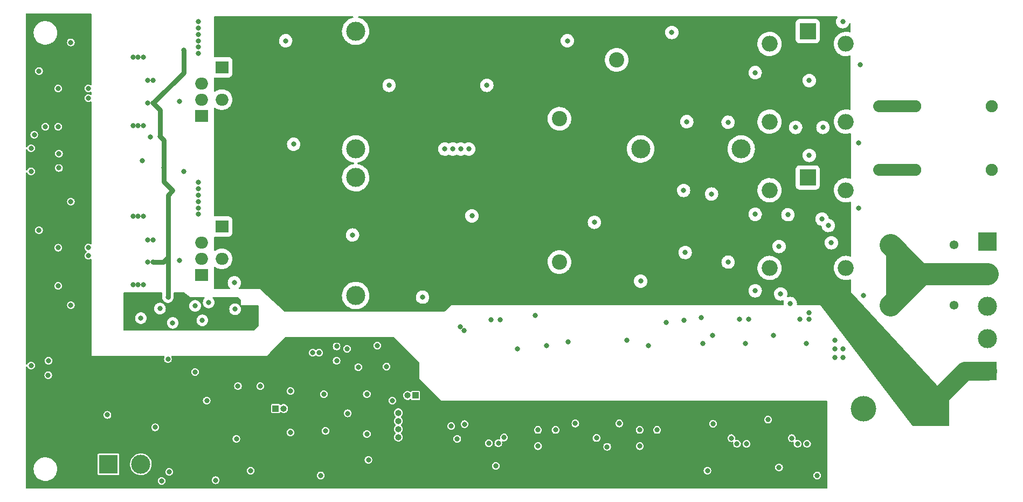
<source format=gbr>
%TF.GenerationSoftware,KiCad,Pcbnew,(6.0.9)*%
%TF.CreationDate,2023-03-15T23:45:40+00:00*%
%TF.ProjectId,GTI_V5,4754495f-5635-42e6-9b69-6361645f7063,rev?*%
%TF.SameCoordinates,Original*%
%TF.FileFunction,Copper,L3,Inr*%
%TF.FilePolarity,Positive*%
%FSLAX46Y46*%
G04 Gerber Fmt 4.6, Leading zero omitted, Abs format (unit mm)*
G04 Created by KiCad (PCBNEW (6.0.9)) date 2023-03-15 23:45:40*
%MOMM*%
%LPD*%
G01*
G04 APERTURE LIST*
%TA.AperFunction,ComponentPad*%
%ADD10C,4.400000*%
%TD*%
%TA.AperFunction,ComponentPad*%
%ADD11C,2.400000*%
%TD*%
%TA.AperFunction,ComponentPad*%
%ADD12C,1.381000*%
%TD*%
%TA.AperFunction,ComponentPad*%
%ADD13C,1.905000*%
%TD*%
%TA.AperFunction,ComponentPad*%
%ADD14R,2.500000X2.500000*%
%TD*%
%TA.AperFunction,ComponentPad*%
%ADD15O,2.500000X2.500000*%
%TD*%
%TA.AperFunction,ComponentPad*%
%ADD16R,4.000000X4.000000*%
%TD*%
%TA.AperFunction,ComponentPad*%
%ADD17C,4.000000*%
%TD*%
%TA.AperFunction,ComponentPad*%
%ADD18R,3.000000X3.000000*%
%TD*%
%TA.AperFunction,ComponentPad*%
%ADD19C,3.000000*%
%TD*%
%TA.AperFunction,ComponentPad*%
%ADD20R,1.000000X1.000000*%
%TD*%
%TA.AperFunction,ComponentPad*%
%ADD21O,1.000000X1.000000*%
%TD*%
%TA.AperFunction,ComponentPad*%
%ADD22R,2.000000X1.905000*%
%TD*%
%TA.AperFunction,ComponentPad*%
%ADD23O,2.000000X1.905000*%
%TD*%
%TA.AperFunction,ViaPad*%
%ADD24C,0.800000*%
%TD*%
%TA.AperFunction,Conductor*%
%ADD25C,0.800000*%
%TD*%
%TA.AperFunction,Conductor*%
%ADD26C,1.900000*%
%TD*%
%TA.AperFunction,Conductor*%
%ADD27C,3.500000*%
%TD*%
%TA.AperFunction,Conductor*%
%ADD28C,3.000000*%
%TD*%
%TA.AperFunction,Conductor*%
%ADD29C,0.500000*%
%TD*%
G04 APERTURE END LIST*
D10*
%TO.N,Earth*%
%TO.C,H5*%
X188500000Y-91100000D03*
%TD*%
D11*
%TO.N,Net-(C20-Pad1)*%
%TO.C,C20*%
X134000000Y-66750000D03*
%TO.N,/Cap_Isense*%
X134000000Y-89250000D03*
%TD*%
D12*
%TO.N,/Line_GND*%
%TO.C,C27*%
X184250000Y-74750000D03*
%TO.N,Net-(K1-Pad1)*%
X184250000Y-64750000D03*
%TD*%
D13*
%TO.N,Net-(K1-Pad1)*%
%TO.C,L5*%
X189900000Y-64750000D03*
%TO.N,Net-(C22-Pad2)*%
X201900000Y-64750000D03*
%TO.N,/Line_GND*%
X189900000Y-74750000D03*
%TO.N,Net-(C28-Pad1)*%
X201900000Y-74750000D03*
%TD*%
D14*
%TO.N,Net-(K1-Pad1)*%
%TO.C,K1*%
X173000000Y-53000000D03*
D15*
%TO.N,/Relay*%
X167000000Y-55000000D03*
%TO.N,Net-(K1-Pad3)*%
X167000000Y-67200000D03*
%TO.N,unconnected-(K1-Pad4)*%
X179000000Y-67200000D03*
%TO.N,VCC*%
X179000000Y-55000000D03*
%TD*%
D12*
%TO.N,Net-(C22-Pad2)*%
%TO.C,C22*%
X196000000Y-96000000D03*
%TO.N,Earth*%
X186000000Y-96000000D03*
%TD*%
D16*
%TO.N,VBUS*%
%TO.C,C32*%
X191750000Y-112250000D03*
D17*
%TO.N,GND*%
X181750000Y-112250000D03*
%TD*%
D18*
%TO.N,VBUS*%
%TO.C,J3*%
X201250000Y-106340000D03*
D19*
%TO.N,GND*%
X201250000Y-101260000D03*
%TD*%
%TO.N,Net-(C6-Pad2)*%
%TO.C,L2*%
X102000000Y-53000000D03*
%TO.N,Net-(K1-Pad3)*%
X102000000Y-71500000D03*
%TD*%
D20*
%TO.N,GNDD*%
%TO.C,J6*%
X111400000Y-110200000D03*
D21*
%TO.N,Net-(J6-Pad2)*%
X110130000Y-110200000D03*
%TD*%
D14*
%TO.N,/Line_Isense*%
%TO.C,K2*%
X173000000Y-75972500D03*
D15*
%TO.N,/Relay*%
X167000000Y-77972500D03*
%TO.N,Net-(K2-Pad3)*%
X167000000Y-90172500D03*
%TO.N,unconnected-(K2-Pad4)*%
X179000000Y-90172500D03*
%TO.N,VCC*%
X179000000Y-77972500D03*
%TD*%
D19*
%TO.N,Net-(K2-Pad3)*%
%TO.C,L4*%
X162550000Y-71500000D03*
%TO.N,/Out_B*%
X146750000Y-71500000D03*
%TD*%
D18*
%TO.N,GNDD*%
%TO.C,J2*%
X63170000Y-121000000D03*
D19*
%TO.N,VCC*%
X68250000Y-121000000D03*
%TD*%
D11*
%TO.N,VBUS*%
%TO.C,C33*%
X128000000Y-57500000D03*
%TO.N,GND*%
X143000000Y-57500000D03*
%TD*%
D12*
%TO.N,Earth*%
%TO.C,C28*%
X186000000Y-86500000D03*
%TO.N,Net-(C28-Pad1)*%
X196000000Y-86500000D03*
%TD*%
D20*
%TO.N,GNDD*%
%TO.C,J5*%
X89400000Y-112250000D03*
D21*
%TO.N,Net-(J5-Pad2)*%
X90670000Y-112250000D03*
%TD*%
D19*
%TO.N,Net-(C19-Pad1)*%
%TO.C,L1*%
X102000000Y-94500000D03*
%TO.N,/Out_B*%
X102000000Y-76000000D03*
%TD*%
D20*
%TO.N,+3.3V*%
%TO.C,J4*%
X108700000Y-118000000D03*
D21*
%TO.N,/SWCLK*%
X108700000Y-116730000D03*
%TO.N,GNDD*%
X108700000Y-115460000D03*
%TO.N,/SWDIO*%
X108700000Y-114190000D03*
%TO.N,/NRST*%
X108700000Y-112920000D03*
%TD*%
D18*
%TO.N,Net-(C28-Pad1)*%
%TO.C,J1*%
X201250000Y-86000000D03*
D19*
%TO.N,Earth*%
X201250000Y-91080000D03*
%TO.N,Net-(C22-Pad2)*%
X201250000Y-96160000D03*
%TD*%
D22*
%TO.N,Net-(D11-Pad2)*%
%TO.C,Q5*%
X77777500Y-91285000D03*
D23*
%TO.N,Net-(C19-Pad1)*%
X77777500Y-88745000D03*
%TO.N,GND*%
X77777500Y-86205000D03*
%TD*%
D22*
%TO.N,Net-(D7-Pad2)*%
%TO.C,Q3*%
X77777500Y-66285000D03*
D23*
%TO.N,Net-(C6-Pad2)*%
X77777500Y-63745000D03*
%TO.N,GND*%
X77777500Y-61205000D03*
%TD*%
D22*
%TO.N,Net-(D10-Pad2)*%
%TO.C,Q4*%
X80972500Y-83665000D03*
D23*
%TO.N,VBUS*%
X80972500Y-86205000D03*
%TO.N,Net-(C19-Pad1)*%
X80972500Y-88745000D03*
%TD*%
D22*
%TO.N,Net-(D5-Pad2)*%
%TO.C,Q1*%
X80972500Y-58665000D03*
D23*
%TO.N,VBUS*%
X80972500Y-61205000D03*
%TO.N,Net-(C6-Pad2)*%
X80972500Y-63745000D03*
%TD*%
D24*
%TO.N,Net-(K1-Pad3)*%
X116000000Y-71500000D03*
X117250000Y-71500000D03*
X118500000Y-71500000D03*
%TO.N,/Relay*%
X168500000Y-86800000D03*
%TO.N,VCC*%
X175400000Y-68100000D03*
%TO.N,/Relay*%
X171100000Y-68100000D03*
%TO.N,/Line_Vsense*%
X157900000Y-78562500D03*
%TO.N,GND*%
X177250000Y-101500000D03*
X78900000Y-95600000D03*
X76775000Y-96125000D03*
X177250000Y-102900000D03*
X178550000Y-102900000D03*
X178550000Y-104250000D03*
X177250000Y-104250000D03*
%TO.N,VBUS*%
X189000000Y-113500000D03*
X194500000Y-111250000D03*
X189000000Y-110500000D03*
X189000000Y-112500000D03*
X189000000Y-111500000D03*
X194500000Y-114250000D03*
X194500000Y-113250000D03*
X194500000Y-112250000D03*
%TO.N,GND*%
X112500000Y-94750000D03*
X120250000Y-82000000D03*
X92250000Y-70750000D03*
X107250000Y-61500000D03*
X135250000Y-54500000D03*
X181250000Y-58250000D03*
X181000000Y-70500000D03*
X173250000Y-72500000D03*
X181750000Y-94500000D03*
X181000000Y-80750000D03*
X178500000Y-51500000D03*
X173250000Y-60750000D03*
X154000000Y-67200000D03*
X153500000Y-78000000D03*
X153750000Y-87750000D03*
X146750000Y-92250000D03*
X160500000Y-67300000D03*
X160500000Y-89250000D03*
X164750000Y-93750000D03*
X164750000Y-81750000D03*
X169900000Y-81800000D03*
%TO.N,+3.3V*%
X75000000Y-122250000D03*
%TO.N,GNDD*%
X124000000Y-121250000D03*
%TO.N,GND*%
X151650000Y-53200000D03*
X91000000Y-54500000D03*
X101500000Y-85000000D03*
X139500000Y-83000000D03*
%TO.N,Net-(K1-Pad3)*%
X119750000Y-71500000D03*
%TO.N,/Line_Isense*%
X168750000Y-94250000D03*
%TO.N,+3.3V*%
X60000000Y-91750000D03*
X60000000Y-66750000D03*
X104800000Y-106600000D03*
X161000000Y-115325000D03*
X84500000Y-111000000D03*
X78000000Y-117250000D03*
X170500000Y-115325000D03*
X104750000Y-118500000D03*
X106750000Y-108750000D03*
X55250000Y-60500000D03*
X97500000Y-104750000D03*
X86000000Y-111000000D03*
X60000000Y-85475000D03*
X91750000Y-117500000D03*
X91750000Y-111000000D03*
X55250000Y-85500000D03*
X124400000Y-114300000D03*
X60000000Y-60475000D03*
%TO.N,GNDD*%
X57250000Y-54750000D03*
X72700000Y-122200000D03*
X102399799Y-105750000D03*
X83250000Y-117000000D03*
X60000000Y-61975000D03*
X55250000Y-93000000D03*
X70500000Y-115200000D03*
X55250000Y-68000000D03*
X172900000Y-117800000D03*
X76750000Y-106500000D03*
X85500000Y-122000000D03*
X125300000Y-116800000D03*
X51000000Y-71373500D03*
X99000000Y-104750000D03*
X143400000Y-114600000D03*
X71500000Y-123600000D03*
X96250000Y-103500000D03*
X130655000Y-118155000D03*
X149326500Y-115615000D03*
X105387500Y-102362500D03*
X97000000Y-110000000D03*
X103750000Y-110000000D03*
X55250000Y-62000000D03*
X87000000Y-108750000D03*
X163400000Y-117800000D03*
X130615000Y-115615000D03*
X78600000Y-111000000D03*
X55250000Y-87000000D03*
X161900000Y-117800000D03*
X95250000Y-103500000D03*
X174500000Y-122750000D03*
X171400000Y-117800000D03*
X55385000Y-74473500D03*
X146645000Y-118155000D03*
X157250000Y-122000000D03*
X119095000Y-114705000D03*
X97250000Y-115750000D03*
X166750000Y-114000000D03*
X52250000Y-84250000D03*
X170500000Y-116900000D03*
X91750000Y-109500000D03*
X100750000Y-113000000D03*
X133385000Y-115615000D03*
X106850000Y-105650000D03*
X53700000Y-107000000D03*
X146596500Y-115615000D03*
X161000000Y-116900000D03*
X55385000Y-72223500D03*
X52250000Y-59250000D03*
X168500000Y-121500000D03*
X103750000Y-116250000D03*
X158130378Y-114630378D03*
X141500000Y-118250000D03*
X107750000Y-111000000D03*
X104000000Y-120299500D03*
X57250000Y-79750000D03*
X124400000Y-117700000D03*
X100637500Y-102862500D03*
X136500000Y-114600000D03*
X60000000Y-86975000D03*
X83500000Y-108750000D03*
X63000000Y-113250000D03*
X117950000Y-117000000D03*
X122900000Y-117700000D03*
X91750000Y-116000000D03*
X96500000Y-122750000D03*
%TO.N,VBUS*%
X84750000Y-56500000D03*
X84750000Y-55500000D03*
X84750000Y-81750000D03*
X84750000Y-79750000D03*
X84750000Y-78750000D03*
X84750000Y-80750000D03*
X84750000Y-77750000D03*
X84750000Y-52500000D03*
X84750000Y-53500000D03*
X84750000Y-54500000D03*
X94100000Y-92500000D03*
X84750000Y-51500000D03*
X84750000Y-76750000D03*
%TO.N,GND*%
X68500000Y-73300000D03*
X75036000Y-75000000D03*
X77250000Y-79750000D03*
X67030000Y-92845000D03*
X77250000Y-53500000D03*
X73250000Y-98800000D03*
X77250000Y-80750000D03*
X77250000Y-77750000D03*
X67827500Y-67850000D03*
X67027500Y-67850000D03*
X74277500Y-89005000D03*
X77250000Y-55500000D03*
X77250000Y-78750000D03*
X164750000Y-59500000D03*
X68250000Y-98050000D03*
X74277500Y-64005000D03*
X122600000Y-61500000D03*
X77250000Y-54500000D03*
X77250000Y-81750000D03*
X77250000Y-56500000D03*
X83050000Y-96650000D03*
X67830000Y-92845000D03*
X77250000Y-51500000D03*
X77900000Y-98400000D03*
X68627500Y-67850000D03*
X77250000Y-52500000D03*
X69725000Y-69612500D03*
X71250000Y-96550000D03*
X77250000Y-76750000D03*
X68630000Y-92845000D03*
%TO.N,/NRST*%
X99000000Y-102500000D03*
%TO.N,+5VD*%
X69900000Y-98800000D03*
X83100000Y-98600000D03*
%TO.N,Net-(C12-Pad1)*%
X60000000Y-63500000D03*
X72500000Y-104500000D03*
X60000000Y-88250000D03*
%TO.N,/Line_GND*%
X158095000Y-100805500D03*
X163750000Y-98250000D03*
X144600000Y-101525000D03*
X171750000Y-98250000D03*
X156250000Y-98000000D03*
X176250000Y-83500000D03*
X150800000Y-98700000D03*
X162250000Y-98250000D03*
X153600000Y-98400000D03*
X167600000Y-100800000D03*
X173250000Y-98250000D03*
X173250000Y-97250000D03*
X148000000Y-102400000D03*
X176719804Y-86219804D03*
%TO.N,+5V_1*%
X172750000Y-102000000D03*
X156500000Y-102000000D03*
X163250000Y-102000000D03*
%TO.N,+5V*%
X139815000Y-116885000D03*
X51000000Y-75000000D03*
X80000000Y-123500000D03*
X51000000Y-105500000D03*
%TO.N,/Out_B*%
X118400000Y-99400000D03*
X132000000Y-102400000D03*
X127400000Y-102900000D03*
X119000000Y-100000000D03*
X135400000Y-101800000D03*
X124725000Y-98325000D03*
X130200000Y-97600000D03*
X123250000Y-98325000D03*
%TO.N,Net-(C6-Pad2)*%
X70150000Y-60750000D03*
X69300000Y-60750000D03*
%TO.N,/Line_Isense*%
X170250000Y-95750000D03*
X175250000Y-82500000D03*
%TO.N,Net-(C66-Pad1)*%
X82950000Y-92500000D03*
%TO.N,PWM_A_L*%
X57250000Y-96000000D03*
X53250000Y-68000000D03*
%TO.N,PWM_A_H*%
X51500000Y-69250000D03*
X53750000Y-104750000D03*
%TO.N,/Relay*%
X117000000Y-115000000D03*
%TO.N,Net-(C19-Pad1)*%
X70150000Y-85750000D03*
X69300000Y-85750000D03*
%TO.N,+12V*%
X69300000Y-89250000D03*
X70127500Y-89250000D03*
X70127500Y-64250000D03*
X71862500Y-74473500D03*
X69300000Y-64250000D03*
X71275000Y-69525000D03*
X73250000Y-78000000D03*
X75000000Y-56000000D03*
X72500000Y-94750000D03*
%TO.N,/VDDA_A*%
X68627500Y-57100000D03*
X67027500Y-57100000D03*
X67827500Y-57100000D03*
%TO.N,/VDDA_B*%
X67830000Y-82095000D03*
X67030000Y-82095000D03*
X68630000Y-82095000D03*
%TD*%
D25*
%TO.N,+12V*%
X75000000Y-59500000D02*
X70270000Y-64230000D01*
X75000000Y-56000000D02*
X75000000Y-59500000D01*
X70270000Y-64230000D02*
X70127500Y-64230000D01*
X71862500Y-70112500D02*
X71862500Y-74473500D01*
X71275000Y-69525000D02*
X71862500Y-70112500D01*
D26*
%TO.N,/Line_GND*%
X189900000Y-74750000D02*
X184250000Y-74750000D01*
%TO.N,Net-(K1-Pad1)*%
X189900000Y-64750000D02*
X184250000Y-64750000D01*
D27*
%TO.N,Earth*%
X187000000Y-95000000D02*
X186000000Y-96000000D01*
X187000000Y-87500000D02*
X187000000Y-95000000D01*
X186000000Y-86500000D02*
X187000000Y-87500000D01*
X190580000Y-91080000D02*
X190920000Y-91080000D01*
X186000000Y-86500000D02*
X190580000Y-91080000D01*
X190920000Y-91080000D02*
X186000000Y-96000000D01*
X201250000Y-91080000D02*
X190920000Y-91080000D01*
D28*
%TO.N,VBUS*%
X197660000Y-106340000D02*
X191750000Y-112250000D01*
X201250000Y-106340000D02*
X197660000Y-106340000D01*
D25*
%TO.N,+12V*%
X71750000Y-89250000D02*
X70127500Y-89250000D01*
X72500000Y-88500000D02*
X71750000Y-89250000D01*
X72500000Y-88500000D02*
X72500000Y-94750000D01*
X72500000Y-78750000D02*
X72500000Y-88500000D01*
X71250000Y-65372500D02*
X70127500Y-64250000D01*
D29*
X71275000Y-69525000D02*
X71250000Y-69500000D01*
D25*
X71250000Y-69500000D02*
X71250000Y-65372500D01*
X71862500Y-76612500D02*
X73250000Y-78000000D01*
X71862500Y-74473500D02*
X71862500Y-76612500D01*
X73250000Y-78000000D02*
X72500000Y-78750000D01*
D29*
X70127500Y-64230000D02*
X70127500Y-64250000D01*
%TD*%
%TA.AperFunction,Conductor*%
%TO.N,+3.3V*%
G36*
X60442121Y-50220502D02*
G01*
X60488614Y-50274158D01*
X60500000Y-50326500D01*
X60500000Y-61347300D01*
X60479998Y-61415421D01*
X60426342Y-61461914D01*
X60356068Y-61472018D01*
X60311000Y-61456419D01*
X60309391Y-61455490D01*
X60302841Y-61450464D01*
X60295215Y-61447305D01*
X60295213Y-61447304D01*
X60164391Y-61393116D01*
X60156762Y-61389956D01*
X60000000Y-61369318D01*
X59843238Y-61389956D01*
X59697159Y-61450464D01*
X59571718Y-61546718D01*
X59475464Y-61672159D01*
X59414956Y-61818238D01*
X59394318Y-61975000D01*
X59395396Y-61983188D01*
X59411523Y-62105682D01*
X59414956Y-62131762D01*
X59475464Y-62277841D01*
X59571718Y-62403282D01*
X59697159Y-62499536D01*
X59824947Y-62552468D01*
X59833164Y-62555871D01*
X59843238Y-62560044D01*
X60000000Y-62580682D01*
X60008188Y-62579604D01*
X60148574Y-62561122D01*
X60156762Y-62560044D01*
X60164391Y-62556884D01*
X60295213Y-62502696D01*
X60295215Y-62502695D01*
X60302841Y-62499536D01*
X60309391Y-62494510D01*
X60311000Y-62493581D01*
X60379995Y-62476843D01*
X60447087Y-62500063D01*
X60490974Y-62555871D01*
X60500000Y-62602700D01*
X60500000Y-62872300D01*
X60479998Y-62940421D01*
X60426342Y-62986914D01*
X60356068Y-62997018D01*
X60311000Y-62981419D01*
X60309391Y-62980490D01*
X60302841Y-62975464D01*
X60295215Y-62972305D01*
X60295213Y-62972304D01*
X60164391Y-62918116D01*
X60156762Y-62914956D01*
X60000000Y-62894318D01*
X59843238Y-62914956D01*
X59697159Y-62975464D01*
X59571718Y-63071718D01*
X59475464Y-63197159D01*
X59414956Y-63343238D01*
X59394318Y-63500000D01*
X59414956Y-63656762D01*
X59475464Y-63802841D01*
X59571718Y-63928282D01*
X59697159Y-64024536D01*
X59816269Y-64073873D01*
X59833164Y-64080871D01*
X59843238Y-64085044D01*
X60000000Y-64105682D01*
X60008188Y-64104604D01*
X60148574Y-64086122D01*
X60156762Y-64085044D01*
X60164391Y-64081884D01*
X60295213Y-64027696D01*
X60295215Y-64027695D01*
X60302841Y-64024536D01*
X60309391Y-64019510D01*
X60311000Y-64018581D01*
X60379995Y-64001843D01*
X60447087Y-64025063D01*
X60490974Y-64080871D01*
X60500000Y-64127700D01*
X60500000Y-86347300D01*
X60479998Y-86415421D01*
X60426342Y-86461914D01*
X60356068Y-86472018D01*
X60311000Y-86456419D01*
X60309391Y-86455490D01*
X60302841Y-86450464D01*
X60295215Y-86447305D01*
X60295213Y-86447304D01*
X60164391Y-86393116D01*
X60156762Y-86389956D01*
X60000000Y-86369318D01*
X59843238Y-86389956D01*
X59697159Y-86450464D01*
X59571718Y-86546718D01*
X59475464Y-86672159D01*
X59414956Y-86818238D01*
X59394318Y-86975000D01*
X59414956Y-87131762D01*
X59475464Y-87277841D01*
X59494647Y-87302841D01*
X59557724Y-87385044D01*
X59571718Y-87403282D01*
X59697159Y-87499536D01*
X59704789Y-87502697D01*
X59705973Y-87503380D01*
X59754967Y-87554762D01*
X59768404Y-87624476D01*
X59742018Y-87690387D01*
X59705973Y-87721620D01*
X59704789Y-87722303D01*
X59697159Y-87725464D01*
X59571718Y-87821718D01*
X59475464Y-87947159D01*
X59414956Y-88093238D01*
X59394318Y-88250000D01*
X59414956Y-88406762D01*
X59475464Y-88552841D01*
X59571718Y-88678282D01*
X59697159Y-88774536D01*
X59811066Y-88821718D01*
X59833164Y-88830871D01*
X59843238Y-88835044D01*
X60000000Y-88855682D01*
X60008188Y-88854604D01*
X60148574Y-88836122D01*
X60156762Y-88835044D01*
X60164391Y-88831884D01*
X60295213Y-88777696D01*
X60295215Y-88777695D01*
X60302841Y-88774536D01*
X60309391Y-88769510D01*
X60311000Y-88768581D01*
X60379995Y-88751843D01*
X60447087Y-88775063D01*
X60490974Y-88830871D01*
X60500000Y-88877700D01*
X60500000Y-104000000D01*
X71872300Y-104000000D01*
X71940421Y-104020002D01*
X71986914Y-104073658D01*
X71997018Y-104143932D01*
X71981419Y-104189000D01*
X71980490Y-104190609D01*
X71975464Y-104197159D01*
X71972305Y-104204785D01*
X71972304Y-104204787D01*
X71961657Y-104230491D01*
X71914956Y-104343238D01*
X71894318Y-104500000D01*
X71914956Y-104656762D01*
X71975464Y-104802841D01*
X72071718Y-104928282D01*
X72197159Y-105024536D01*
X72343238Y-105085044D01*
X72500000Y-105105682D01*
X72508188Y-105104604D01*
X72648574Y-105086122D01*
X72656762Y-105085044D01*
X72802841Y-105024536D01*
X72928282Y-104928282D01*
X73024536Y-104802841D01*
X73046423Y-104750000D01*
X98394318Y-104750000D01*
X98414956Y-104906762D01*
X98475464Y-105052841D01*
X98571718Y-105178282D01*
X98697159Y-105274536D01*
X98843238Y-105335044D01*
X99000000Y-105355682D01*
X99008188Y-105354604D01*
X99148574Y-105336122D01*
X99156762Y-105335044D01*
X99302841Y-105274536D01*
X99428282Y-105178282D01*
X99524536Y-105052841D01*
X99585044Y-104906762D01*
X99605682Y-104750000D01*
X99585044Y-104593238D01*
X99524536Y-104447159D01*
X99428282Y-104321718D01*
X99302841Y-104225464D01*
X99156762Y-104164956D01*
X99000000Y-104144318D01*
X98843238Y-104164956D01*
X98697159Y-104225464D01*
X98571718Y-104321718D01*
X98475464Y-104447159D01*
X98414956Y-104593238D01*
X98394318Y-104750000D01*
X73046423Y-104750000D01*
X73085044Y-104656762D01*
X73105682Y-104500000D01*
X73085044Y-104343238D01*
X73038343Y-104230491D01*
X73027696Y-104204787D01*
X73027695Y-104204785D01*
X73024536Y-104197159D01*
X73019510Y-104190609D01*
X73018581Y-104189000D01*
X73001843Y-104120005D01*
X73025063Y-104052913D01*
X73080871Y-104009026D01*
X73127700Y-104000000D01*
X88000000Y-104000000D01*
X88500000Y-103500000D01*
X94644318Y-103500000D01*
X94664956Y-103656762D01*
X94725464Y-103802841D01*
X94821718Y-103928282D01*
X94947159Y-104024536D01*
X95093238Y-104085044D01*
X95250000Y-104105682D01*
X95258188Y-104104604D01*
X95398574Y-104086122D01*
X95406762Y-104085044D01*
X95552841Y-104024536D01*
X95673296Y-103932108D01*
X95739517Y-103906508D01*
X95809065Y-103920773D01*
X95826704Y-103932108D01*
X95947159Y-104024536D01*
X96093238Y-104085044D01*
X96250000Y-104105682D01*
X96258188Y-104104604D01*
X96398574Y-104086122D01*
X96406762Y-104085044D01*
X96552841Y-104024536D01*
X96678282Y-103928282D01*
X96774536Y-103802841D01*
X96835044Y-103656762D01*
X96855682Y-103500000D01*
X96835044Y-103343238D01*
X96774536Y-103197159D01*
X96678282Y-103071718D01*
X96552841Y-102975464D01*
X96406762Y-102914956D01*
X96250000Y-102894318D01*
X96093238Y-102914956D01*
X95947159Y-102975464D01*
X95940608Y-102980491D01*
X95826704Y-103067892D01*
X95760483Y-103093492D01*
X95690935Y-103079227D01*
X95673296Y-103067892D01*
X95559392Y-102980491D01*
X95552841Y-102975464D01*
X95406762Y-102914956D01*
X95250000Y-102894318D01*
X95093238Y-102914956D01*
X94947159Y-102975464D01*
X94821718Y-103071718D01*
X94725464Y-103197159D01*
X94664956Y-103343238D01*
X94644318Y-103500000D01*
X88500000Y-103500000D01*
X89500000Y-102500000D01*
X98394318Y-102500000D01*
X98414956Y-102656762D01*
X98475464Y-102802841D01*
X98480491Y-102809392D01*
X98550017Y-102900000D01*
X98571718Y-102928282D01*
X98697159Y-103024536D01*
X98843238Y-103085044D01*
X99000000Y-103105682D01*
X99008188Y-103104604D01*
X99148574Y-103086122D01*
X99156762Y-103085044D01*
X99302841Y-103024536D01*
X99428282Y-102928282D01*
X99449984Y-102900000D01*
X99478758Y-102862500D01*
X100031818Y-102862500D01*
X100052456Y-103019262D01*
X100112964Y-103165341D01*
X100209218Y-103290782D01*
X100334659Y-103387036D01*
X100480738Y-103447544D01*
X100637500Y-103468182D01*
X100645688Y-103467104D01*
X100786074Y-103448622D01*
X100794262Y-103447544D01*
X100940341Y-103387036D01*
X101065782Y-103290782D01*
X101162036Y-103165341D01*
X101222544Y-103019262D01*
X101243182Y-102862500D01*
X101222544Y-102705738D01*
X101162036Y-102559659D01*
X101065782Y-102434218D01*
X100972317Y-102362500D01*
X104781818Y-102362500D01*
X104802456Y-102519262D01*
X104862964Y-102665341D01*
X104959218Y-102790782D01*
X105084659Y-102887036D01*
X105230738Y-102947544D01*
X105387500Y-102968182D01*
X105395688Y-102967104D01*
X105536074Y-102948622D01*
X105544262Y-102947544D01*
X105690341Y-102887036D01*
X105815782Y-102790782D01*
X105912036Y-102665341D01*
X105972544Y-102519262D01*
X105993182Y-102362500D01*
X105972544Y-102205738D01*
X105912036Y-102059659D01*
X105815782Y-101934218D01*
X105690341Y-101837964D01*
X105544262Y-101777456D01*
X105387500Y-101756818D01*
X105230738Y-101777456D01*
X105084659Y-101837964D01*
X104959218Y-101934218D01*
X104862964Y-102059659D01*
X104802456Y-102205738D01*
X104781818Y-102362500D01*
X100972317Y-102362500D01*
X100940341Y-102337964D01*
X100794262Y-102277456D01*
X100637500Y-102256818D01*
X100480738Y-102277456D01*
X100334659Y-102337964D01*
X100209218Y-102434218D01*
X100112964Y-102559659D01*
X100052456Y-102705738D01*
X100031818Y-102862500D01*
X99478758Y-102862500D01*
X99519509Y-102809392D01*
X99524536Y-102802841D01*
X99585044Y-102656762D01*
X99605682Y-102500000D01*
X99585044Y-102343238D01*
X99524536Y-102197159D01*
X99428282Y-102071718D01*
X99302841Y-101975464D01*
X99156762Y-101914956D01*
X99000000Y-101894318D01*
X98843238Y-101914956D01*
X98697159Y-101975464D01*
X98571718Y-102071718D01*
X98475464Y-102197159D01*
X98414956Y-102343238D01*
X98394318Y-102500000D01*
X89500000Y-102500000D01*
X90963095Y-101036905D01*
X91025407Y-101002879D01*
X91052190Y-101000000D01*
X107947810Y-101000000D01*
X108015931Y-101020002D01*
X108036905Y-101036905D01*
X111963095Y-104963095D01*
X111997121Y-105025407D01*
X112000000Y-105052190D01*
X112000000Y-107500000D01*
X115500000Y-111000000D01*
X175974000Y-111000000D01*
X176042121Y-111020002D01*
X176088614Y-111073658D01*
X176100000Y-111126000D01*
X176100000Y-124673500D01*
X176079998Y-124741621D01*
X176026342Y-124788114D01*
X175974000Y-124799500D01*
X50326500Y-124799500D01*
X50258379Y-124779498D01*
X50211886Y-124725842D01*
X50200500Y-124673500D01*
X50200500Y-121792095D01*
X51395028Y-121792095D01*
X51420534Y-122059431D01*
X51421619Y-122063865D01*
X51421620Y-122063871D01*
X51483279Y-122315851D01*
X51484364Y-122320285D01*
X51486076Y-122324511D01*
X51486077Y-122324515D01*
X51555888Y-122496868D01*
X51585182Y-122569192D01*
X51720875Y-122800938D01*
X51814585Y-122918116D01*
X51835225Y-122943925D01*
X51888601Y-123010669D01*
X52084846Y-123193991D01*
X52177039Y-123257948D01*
X52301746Y-123344461D01*
X52301751Y-123344464D01*
X52305499Y-123347064D01*
X52309584Y-123349096D01*
X52309587Y-123349098D01*
X52425718Y-123406872D01*
X52545938Y-123466680D01*
X52550272Y-123468101D01*
X52550275Y-123468102D01*
X52796793Y-123548915D01*
X52796798Y-123548916D01*
X52801126Y-123550335D01*
X52805617Y-123551115D01*
X52805618Y-123551115D01*
X53061936Y-123595620D01*
X53061944Y-123595621D01*
X53065717Y-123596276D01*
X53069554Y-123596467D01*
X53148996Y-123600422D01*
X53149004Y-123600422D01*
X53150567Y-123600500D01*
X53318223Y-123600500D01*
X53320491Y-123600335D01*
X53320503Y-123600335D01*
X53325120Y-123600000D01*
X70894318Y-123600000D01*
X70914956Y-123756762D01*
X70975464Y-123902841D01*
X71071718Y-124028282D01*
X71197159Y-124124536D01*
X71343238Y-124185044D01*
X71500000Y-124205682D01*
X71508188Y-124204604D01*
X71648574Y-124186122D01*
X71656762Y-124185044D01*
X71802841Y-124124536D01*
X71928282Y-124028282D01*
X72024536Y-123902841D01*
X72085044Y-123756762D01*
X72105682Y-123600000D01*
X72092517Y-123500000D01*
X79394318Y-123500000D01*
X79414956Y-123656762D01*
X79475464Y-123802841D01*
X79571718Y-123928282D01*
X79697159Y-124024536D01*
X79843238Y-124085044D01*
X80000000Y-124105682D01*
X80008188Y-124104604D01*
X80148574Y-124086122D01*
X80156762Y-124085044D01*
X80302841Y-124024536D01*
X80428282Y-123928282D01*
X80524536Y-123802841D01*
X80585044Y-123656762D01*
X80605682Y-123500000D01*
X80585044Y-123343238D01*
X80524536Y-123197159D01*
X80428282Y-123071718D01*
X80302841Y-122975464D01*
X80156762Y-122914956D01*
X80000000Y-122894318D01*
X79843238Y-122914956D01*
X79697159Y-122975464D01*
X79571718Y-123071718D01*
X79475464Y-123197159D01*
X79414956Y-123343238D01*
X79394318Y-123500000D01*
X72092517Y-123500000D01*
X72085044Y-123443238D01*
X72024536Y-123297159D01*
X71945373Y-123193991D01*
X71933305Y-123178264D01*
X71928282Y-123171718D01*
X71802841Y-123075464D01*
X71656762Y-123014956D01*
X71500000Y-122994318D01*
X71343238Y-123014956D01*
X71197159Y-123075464D01*
X71071718Y-123171718D01*
X71066695Y-123178264D01*
X71054627Y-123193991D01*
X70975464Y-123297159D01*
X70914956Y-123443238D01*
X70894318Y-123600000D01*
X53325120Y-123600000D01*
X53450823Y-123590879D01*
X53517846Y-123586016D01*
X53522301Y-123585032D01*
X53522304Y-123585032D01*
X53775620Y-123529105D01*
X53775624Y-123529104D01*
X53780080Y-123528120D01*
X53947617Y-123464646D01*
X54026941Y-123434593D01*
X54026944Y-123434592D01*
X54031211Y-123432975D01*
X54196841Y-123340976D01*
X54261983Y-123304792D01*
X54261988Y-123304789D01*
X54265976Y-123302574D01*
X54317866Y-123262973D01*
X54475833Y-123142417D01*
X54475837Y-123142413D01*
X54479458Y-123139650D01*
X54667185Y-122947614D01*
X54770495Y-122805682D01*
X54822538Y-122734183D01*
X54822540Y-122734180D01*
X54825225Y-122730491D01*
X54910088Y-122569192D01*
X54936102Y-122519748D01*
X61469500Y-122519748D01*
X61481133Y-122578231D01*
X61488026Y-122588547D01*
X61496632Y-122601426D01*
X61525448Y-122644552D01*
X61591769Y-122688867D01*
X61603938Y-122691288D01*
X61603939Y-122691288D01*
X61644184Y-122699293D01*
X61650252Y-122700500D01*
X64689748Y-122700500D01*
X64695816Y-122699293D01*
X64736061Y-122691288D01*
X64736062Y-122691288D01*
X64748231Y-122688867D01*
X64814552Y-122644552D01*
X64843368Y-122601426D01*
X64851974Y-122588547D01*
X64858867Y-122578231D01*
X64870500Y-122519748D01*
X64870500Y-120955361D01*
X66545316Y-120955361D01*
X66545540Y-120960027D01*
X66545540Y-120960033D01*
X66547612Y-121003160D01*
X66557443Y-121207820D01*
X66565833Y-121250000D01*
X66603740Y-121440569D01*
X66606752Y-121455713D01*
X66608331Y-121460111D01*
X66608333Y-121460118D01*
X66656516Y-121594318D01*
X66692160Y-121693595D01*
X66811792Y-121916240D01*
X66814587Y-121919984D01*
X66814589Y-121919986D01*
X66960226Y-122115018D01*
X66960231Y-122115024D01*
X66963018Y-122118756D01*
X66966327Y-122122036D01*
X66966332Y-122122042D01*
X67139200Y-122293408D01*
X67142517Y-122296696D01*
X67146279Y-122299454D01*
X67146282Y-122299457D01*
X67313051Y-122421736D01*
X67346346Y-122446149D01*
X67350481Y-122448325D01*
X67350485Y-122448327D01*
X67466551Y-122509392D01*
X67570026Y-122563833D01*
X67630765Y-122585044D01*
X67768964Y-122633305D01*
X67808644Y-122647162D01*
X67813237Y-122648034D01*
X68052369Y-122693435D01*
X68052372Y-122693435D01*
X68056958Y-122694306D01*
X68177081Y-122699026D01*
X68304845Y-122704046D01*
X68304850Y-122704046D01*
X68309513Y-122704229D01*
X68387657Y-122695671D01*
X68556107Y-122677223D01*
X68556112Y-122677222D01*
X68560760Y-122676713D01*
X68565284Y-122675522D01*
X68800658Y-122613554D01*
X68800661Y-122613553D01*
X68805181Y-122612363D01*
X68958848Y-122546342D01*
X69033111Y-122514436D01*
X69033113Y-122514435D01*
X69037405Y-122512591D01*
X69144774Y-122446149D01*
X69248358Y-122382050D01*
X69248362Y-122382047D01*
X69252331Y-122379591D01*
X69346989Y-122299457D01*
X69441672Y-122219302D01*
X69441673Y-122219301D01*
X69445238Y-122216283D01*
X69459518Y-122200000D01*
X72094318Y-122200000D01*
X72114956Y-122356762D01*
X72175464Y-122502841D01*
X72271718Y-122628282D01*
X72278264Y-122633305D01*
X72294313Y-122645620D01*
X72397159Y-122724536D01*
X72543238Y-122785044D01*
X72700000Y-122805682D01*
X72708188Y-122804604D01*
X72848574Y-122786122D01*
X72856762Y-122785044D01*
X72941366Y-122750000D01*
X95894318Y-122750000D01*
X95914956Y-122906762D01*
X95975464Y-123052841D01*
X96071718Y-123178282D01*
X96078264Y-123183305D01*
X96096319Y-123197159D01*
X96197159Y-123274536D01*
X96343238Y-123335044D01*
X96500000Y-123355682D01*
X96508188Y-123354604D01*
X96648574Y-123336122D01*
X96656762Y-123335044D01*
X96802841Y-123274536D01*
X96903681Y-123197159D01*
X96921736Y-123183305D01*
X96928282Y-123178282D01*
X97024536Y-123052841D01*
X97085044Y-122906762D01*
X97105682Y-122750000D01*
X173894318Y-122750000D01*
X173914956Y-122906762D01*
X173975464Y-123052841D01*
X174071718Y-123178282D01*
X174078264Y-123183305D01*
X174096319Y-123197159D01*
X174197159Y-123274536D01*
X174343238Y-123335044D01*
X174500000Y-123355682D01*
X174508188Y-123354604D01*
X174648574Y-123336122D01*
X174656762Y-123335044D01*
X174802841Y-123274536D01*
X174903681Y-123197159D01*
X174921736Y-123183305D01*
X174928282Y-123178282D01*
X175024536Y-123052841D01*
X175085044Y-122906762D01*
X175105682Y-122750000D01*
X175085044Y-122593238D01*
X175024536Y-122447159D01*
X174928282Y-122321718D01*
X174802841Y-122225464D01*
X174656762Y-122164956D01*
X174500000Y-122144318D01*
X174343238Y-122164956D01*
X174197159Y-122225464D01*
X174071718Y-122321718D01*
X173975464Y-122447159D01*
X173914956Y-122593238D01*
X173894318Y-122750000D01*
X97105682Y-122750000D01*
X97085044Y-122593238D01*
X97024536Y-122447159D01*
X96928282Y-122321718D01*
X96802841Y-122225464D01*
X96656762Y-122164956D01*
X96500000Y-122144318D01*
X96343238Y-122164956D01*
X96197159Y-122225464D01*
X96071718Y-122321718D01*
X95975464Y-122447159D01*
X95914956Y-122593238D01*
X95894318Y-122750000D01*
X72941366Y-122750000D01*
X73002841Y-122724536D01*
X73105687Y-122645620D01*
X73121736Y-122633305D01*
X73128282Y-122628282D01*
X73224536Y-122502841D01*
X73285044Y-122356762D01*
X73305682Y-122200000D01*
X73285044Y-122043238D01*
X73267134Y-122000000D01*
X84894318Y-122000000D01*
X84914956Y-122156762D01*
X84975464Y-122302841D01*
X85071718Y-122428282D01*
X85197159Y-122524536D01*
X85343238Y-122585044D01*
X85500000Y-122605682D01*
X85508188Y-122604604D01*
X85648574Y-122586122D01*
X85656762Y-122585044D01*
X85802841Y-122524536D01*
X85928282Y-122428282D01*
X86024536Y-122302841D01*
X86085044Y-122156762D01*
X86105682Y-122000000D01*
X156644318Y-122000000D01*
X156664956Y-122156762D01*
X156725464Y-122302841D01*
X156821718Y-122428282D01*
X156947159Y-122524536D01*
X157093238Y-122585044D01*
X157250000Y-122605682D01*
X157258188Y-122604604D01*
X157398574Y-122586122D01*
X157406762Y-122585044D01*
X157552841Y-122524536D01*
X157678282Y-122428282D01*
X157774536Y-122302841D01*
X157835044Y-122156762D01*
X157855682Y-122000000D01*
X157835044Y-121843238D01*
X157774536Y-121697159D01*
X157678282Y-121571718D01*
X157584817Y-121500000D01*
X167894318Y-121500000D01*
X167914956Y-121656762D01*
X167975464Y-121802841D01*
X168071718Y-121928282D01*
X168197159Y-122024536D01*
X168343238Y-122085044D01*
X168500000Y-122105682D01*
X168508188Y-122104604D01*
X168648574Y-122086122D01*
X168656762Y-122085044D01*
X168802841Y-122024536D01*
X168928282Y-121928282D01*
X169024536Y-121802841D01*
X169085044Y-121656762D01*
X169105682Y-121500000D01*
X169085044Y-121343238D01*
X169024536Y-121197159D01*
X168928282Y-121071718D01*
X168802841Y-120975464D01*
X168656762Y-120914956D01*
X168500000Y-120894318D01*
X168343238Y-120914956D01*
X168197159Y-120975464D01*
X168071718Y-121071718D01*
X167975464Y-121197159D01*
X167914956Y-121343238D01*
X167894318Y-121500000D01*
X157584817Y-121500000D01*
X157552841Y-121475464D01*
X157406762Y-121414956D01*
X157250000Y-121394318D01*
X157093238Y-121414956D01*
X156947159Y-121475464D01*
X156821718Y-121571718D01*
X156725464Y-121697159D01*
X156664956Y-121843238D01*
X156644318Y-122000000D01*
X86105682Y-122000000D01*
X86085044Y-121843238D01*
X86024536Y-121697159D01*
X85928282Y-121571718D01*
X85802841Y-121475464D01*
X85656762Y-121414956D01*
X85500000Y-121394318D01*
X85343238Y-121414956D01*
X85197159Y-121475464D01*
X85071718Y-121571718D01*
X84975464Y-121697159D01*
X84914956Y-121843238D01*
X84894318Y-122000000D01*
X73267134Y-122000000D01*
X73224536Y-121897159D01*
X73128282Y-121771718D01*
X73002841Y-121675464D01*
X72856762Y-121614956D01*
X72700000Y-121594318D01*
X72543238Y-121614956D01*
X72397159Y-121675464D01*
X72271718Y-121771718D01*
X72175464Y-121897159D01*
X72114956Y-122043238D01*
X72094318Y-122200000D01*
X69459518Y-122200000D01*
X69497437Y-122156762D01*
X69608806Y-122029771D01*
X69608810Y-122029766D01*
X69611888Y-122026256D01*
X69623510Y-122008188D01*
X69746094Y-121817610D01*
X69746096Y-121817607D01*
X69748619Y-121813684D01*
X69852428Y-121583236D01*
X69921034Y-121339976D01*
X69932481Y-121250000D01*
X123394318Y-121250000D01*
X123395396Y-121258188D01*
X123406164Y-121339976D01*
X123414956Y-121406762D01*
X123475464Y-121552841D01*
X123571718Y-121678282D01*
X123697159Y-121774536D01*
X123843238Y-121835044D01*
X124000000Y-121855682D01*
X124008188Y-121854604D01*
X124148574Y-121836122D01*
X124156762Y-121835044D01*
X124302841Y-121774536D01*
X124428282Y-121678282D01*
X124524536Y-121552841D01*
X124585044Y-121406762D01*
X124593837Y-121339976D01*
X124604604Y-121258188D01*
X124605682Y-121250000D01*
X124585044Y-121093238D01*
X124524536Y-120947159D01*
X124428282Y-120821718D01*
X124302841Y-120725464D01*
X124156762Y-120664956D01*
X124000000Y-120644318D01*
X123843238Y-120664956D01*
X123697159Y-120725464D01*
X123571718Y-120821718D01*
X123475464Y-120947159D01*
X123414956Y-121093238D01*
X123394318Y-121250000D01*
X69932481Y-121250000D01*
X69937263Y-121212409D01*
X69952533Y-121092378D01*
X69952533Y-121092372D01*
X69952931Y-121089247D01*
X69953027Y-121085609D01*
X69955185Y-121003160D01*
X69955268Y-121000000D01*
X69947495Y-120895396D01*
X69936883Y-120752597D01*
X69936882Y-120752593D01*
X69936537Y-120747945D01*
X69880756Y-120501428D01*
X69879063Y-120497074D01*
X69802231Y-120299500D01*
X103394318Y-120299500D01*
X103414956Y-120456262D01*
X103475464Y-120602341D01*
X103571718Y-120727782D01*
X103697159Y-120824036D01*
X103843238Y-120884544D01*
X104000000Y-120905182D01*
X104008188Y-120904104D01*
X104148574Y-120885622D01*
X104156762Y-120884544D01*
X104302841Y-120824036D01*
X104428282Y-120727782D01*
X104524536Y-120602341D01*
X104585044Y-120456262D01*
X104605682Y-120299500D01*
X104585044Y-120142738D01*
X104524536Y-119996659D01*
X104450043Y-119899578D01*
X104433305Y-119877764D01*
X104428282Y-119871218D01*
X104393773Y-119844738D01*
X104355566Y-119815421D01*
X104302841Y-119774964D01*
X104156762Y-119714456D01*
X104000000Y-119693818D01*
X103843238Y-119714456D01*
X103697159Y-119774964D01*
X103644434Y-119815421D01*
X103606228Y-119844738D01*
X103571718Y-119871218D01*
X103566695Y-119877764D01*
X103549957Y-119899578D01*
X103475464Y-119996659D01*
X103414956Y-120142738D01*
X103394318Y-120299500D01*
X69802231Y-120299500D01*
X69790843Y-120270216D01*
X69790842Y-120270214D01*
X69789150Y-120265863D01*
X69663731Y-120046426D01*
X69585493Y-119947182D01*
X69510147Y-119851606D01*
X69510144Y-119851603D01*
X69507255Y-119847938D01*
X69323160Y-119674758D01*
X69115489Y-119530691D01*
X69111296Y-119528623D01*
X68892993Y-119420968D01*
X68892990Y-119420967D01*
X68888805Y-119418903D01*
X68844379Y-119404682D01*
X68722788Y-119365761D01*
X68648087Y-119341849D01*
X68643480Y-119341099D01*
X68643477Y-119341098D01*
X68403235Y-119301972D01*
X68403236Y-119301972D01*
X68398624Y-119301221D01*
X68276026Y-119299616D01*
X68150573Y-119297974D01*
X68150570Y-119297974D01*
X68145896Y-119297913D01*
X67895455Y-119331996D01*
X67890965Y-119333305D01*
X67890959Y-119333306D01*
X67814995Y-119355448D01*
X67652803Y-119402723D01*
X67648556Y-119404681D01*
X67648553Y-119404682D01*
X67613226Y-119420968D01*
X67423270Y-119508539D01*
X67419361Y-119511102D01*
X67215812Y-119644554D01*
X67215807Y-119644558D01*
X67211899Y-119647120D01*
X67023333Y-119815421D01*
X66861715Y-120009746D01*
X66730595Y-120225825D01*
X66728786Y-120230139D01*
X66728785Y-120230141D01*
X66695667Y-120309120D01*
X66632854Y-120458911D01*
X66631703Y-120463443D01*
X66631702Y-120463446D01*
X66623162Y-120497074D01*
X66570639Y-120703883D01*
X66545316Y-120955361D01*
X64870500Y-120955361D01*
X64870500Y-119480252D01*
X64858867Y-119421769D01*
X64814552Y-119355448D01*
X64748231Y-119311133D01*
X64736062Y-119308712D01*
X64736061Y-119308712D01*
X64695816Y-119300707D01*
X64689748Y-119299500D01*
X61650252Y-119299500D01*
X61644184Y-119300707D01*
X61603939Y-119308712D01*
X61603938Y-119308712D01*
X61591769Y-119311133D01*
X61525448Y-119355448D01*
X61481133Y-119421769D01*
X61469500Y-119480252D01*
X61469500Y-122519748D01*
X54936102Y-122519748D01*
X54948140Y-122496868D01*
X54948143Y-122496862D01*
X54950265Y-122492828D01*
X54966393Y-122447159D01*
X55038165Y-122243916D01*
X55038165Y-122243915D01*
X55039688Y-122239603D01*
X55076778Y-122051426D01*
X55090739Y-121980594D01*
X55090740Y-121980588D01*
X55091620Y-121976122D01*
X55091847Y-121971566D01*
X55104745Y-121712474D01*
X55104745Y-121712468D01*
X55104972Y-121707905D01*
X55079466Y-121440569D01*
X55073061Y-121414391D01*
X55016721Y-121184149D01*
X55015636Y-121179715D01*
X54914818Y-120930808D01*
X54779125Y-120699062D01*
X54668211Y-120560371D01*
X54614251Y-120492897D01*
X54614250Y-120492895D01*
X54611399Y-120489331D01*
X54415154Y-120306009D01*
X54255436Y-120195208D01*
X54198254Y-120155539D01*
X54198249Y-120155536D01*
X54194501Y-120152936D01*
X54190416Y-120150904D01*
X54190413Y-120150902D01*
X53973033Y-120042758D01*
X53954062Y-120033320D01*
X53949728Y-120031899D01*
X53949725Y-120031898D01*
X53703207Y-119951085D01*
X53703202Y-119951084D01*
X53698874Y-119949665D01*
X53694382Y-119948885D01*
X53438064Y-119904380D01*
X53438056Y-119904379D01*
X53434283Y-119903724D01*
X53425622Y-119903293D01*
X53351004Y-119899578D01*
X53350996Y-119899578D01*
X53349433Y-119899500D01*
X53181777Y-119899500D01*
X53179509Y-119899665D01*
X53179497Y-119899665D01*
X53049177Y-119909121D01*
X52982154Y-119913984D01*
X52977699Y-119914968D01*
X52977696Y-119914968D01*
X52724380Y-119970895D01*
X52724376Y-119970896D01*
X52719920Y-119971880D01*
X52594355Y-120019452D01*
X52473059Y-120065407D01*
X52473056Y-120065408D01*
X52468789Y-120067025D01*
X52234024Y-120197426D01*
X52230392Y-120200198D01*
X52024167Y-120357583D01*
X52024163Y-120357587D01*
X52020542Y-120360350D01*
X51832815Y-120552386D01*
X51830130Y-120556075D01*
X51703176Y-120730491D01*
X51674775Y-120769509D01*
X51648732Y-120819009D01*
X51551860Y-121003132D01*
X51551857Y-121003138D01*
X51549735Y-121007172D01*
X51548215Y-121011477D01*
X51548213Y-121011481D01*
X51461835Y-121256084D01*
X51460312Y-121260397D01*
X51442370Y-121351426D01*
X51416932Y-121480491D01*
X51408380Y-121523878D01*
X51408153Y-121528431D01*
X51408153Y-121528434D01*
X51395717Y-121778264D01*
X51395028Y-121792095D01*
X50200500Y-121792095D01*
X50200500Y-117700000D01*
X122294318Y-117700000D01*
X122314956Y-117856762D01*
X122375464Y-118002841D01*
X122471718Y-118128282D01*
X122597159Y-118224536D01*
X122743238Y-118285044D01*
X122900000Y-118305682D01*
X122908188Y-118304604D01*
X123048574Y-118286122D01*
X123056762Y-118285044D01*
X123202841Y-118224536D01*
X123328282Y-118128282D01*
X123424536Y-118002841D01*
X123485044Y-117856762D01*
X123505682Y-117700000D01*
X123794318Y-117700000D01*
X123814956Y-117856762D01*
X123875464Y-118002841D01*
X123971718Y-118128282D01*
X124097159Y-118224536D01*
X124243238Y-118285044D01*
X124400000Y-118305682D01*
X124408188Y-118304604D01*
X124548574Y-118286122D01*
X124556762Y-118285044D01*
X124702841Y-118224536D01*
X124793462Y-118155000D01*
X130049318Y-118155000D01*
X130050396Y-118163188D01*
X130066023Y-118281884D01*
X130069956Y-118311762D01*
X130130464Y-118457841D01*
X130226718Y-118583282D01*
X130352159Y-118679536D01*
X130498238Y-118740044D01*
X130655000Y-118760682D01*
X130663188Y-118759604D01*
X130803574Y-118741122D01*
X130811762Y-118740044D01*
X130957841Y-118679536D01*
X131083282Y-118583282D01*
X131179536Y-118457841D01*
X131240044Y-118311762D01*
X131243978Y-118281884D01*
X131248175Y-118250000D01*
X140894318Y-118250000D01*
X140914956Y-118406762D01*
X140975464Y-118552841D01*
X141071718Y-118678282D01*
X141197159Y-118774536D01*
X141343238Y-118835044D01*
X141500000Y-118855682D01*
X141508188Y-118854604D01*
X141648574Y-118836122D01*
X141656762Y-118835044D01*
X141802841Y-118774536D01*
X141928282Y-118678282D01*
X142024536Y-118552841D01*
X142085044Y-118406762D01*
X142105682Y-118250000D01*
X142093175Y-118155000D01*
X146039318Y-118155000D01*
X146040396Y-118163188D01*
X146056023Y-118281884D01*
X146059956Y-118311762D01*
X146120464Y-118457841D01*
X146216718Y-118583282D01*
X146342159Y-118679536D01*
X146488238Y-118740044D01*
X146645000Y-118760682D01*
X146653188Y-118759604D01*
X146793574Y-118741122D01*
X146801762Y-118740044D01*
X146947841Y-118679536D01*
X147073282Y-118583282D01*
X147169536Y-118457841D01*
X147230044Y-118311762D01*
X147233978Y-118281884D01*
X147249604Y-118163188D01*
X147250682Y-118155000D01*
X147230044Y-117998238D01*
X147169536Y-117852159D01*
X147073282Y-117726718D01*
X146947841Y-117630464D01*
X146801762Y-117569956D01*
X146645000Y-117549318D01*
X146488238Y-117569956D01*
X146342159Y-117630464D01*
X146216718Y-117726718D01*
X146120464Y-117852159D01*
X146059956Y-117998238D01*
X146039318Y-118155000D01*
X142093175Y-118155000D01*
X142085044Y-118093238D01*
X142024536Y-117947159D01*
X141928282Y-117821718D01*
X141899979Y-117800000D01*
X141809392Y-117730491D01*
X141802841Y-117725464D01*
X141656762Y-117664956D01*
X141500000Y-117644318D01*
X141343238Y-117664956D01*
X141197159Y-117725464D01*
X141190608Y-117730491D01*
X141100022Y-117800000D01*
X141071718Y-117821718D01*
X140975464Y-117947159D01*
X140914956Y-118093238D01*
X140894318Y-118250000D01*
X131248175Y-118250000D01*
X131259604Y-118163188D01*
X131260682Y-118155000D01*
X131240044Y-117998238D01*
X131179536Y-117852159D01*
X131083282Y-117726718D01*
X130957841Y-117630464D01*
X130811762Y-117569956D01*
X130655000Y-117549318D01*
X130498238Y-117569956D01*
X130352159Y-117630464D01*
X130226718Y-117726718D01*
X130130464Y-117852159D01*
X130069956Y-117998238D01*
X130049318Y-118155000D01*
X124793462Y-118155000D01*
X124828282Y-118128282D01*
X124924536Y-118002841D01*
X124985044Y-117856762D01*
X125005682Y-117700000D01*
X125001068Y-117664956D01*
X124986122Y-117551424D01*
X124986121Y-117551422D01*
X124985044Y-117543238D01*
X124982107Y-117536148D01*
X124983792Y-117465440D01*
X125023587Y-117406645D01*
X125088852Y-117378699D01*
X125136074Y-117382076D01*
X125143238Y-117385044D01*
X125151422Y-117386121D01*
X125151424Y-117386122D01*
X125291812Y-117404604D01*
X125300000Y-117405682D01*
X125308188Y-117404604D01*
X125448574Y-117386122D01*
X125456762Y-117385044D01*
X125602841Y-117324536D01*
X125728282Y-117228282D01*
X125824536Y-117102841D01*
X125885044Y-116956762D01*
X125894492Y-116885000D01*
X139209318Y-116885000D01*
X139229956Y-117041762D01*
X139290464Y-117187841D01*
X139325350Y-117233305D01*
X139380510Y-117305191D01*
X139386718Y-117313282D01*
X139393264Y-117318305D01*
X139405503Y-117327696D01*
X139512159Y-117409536D01*
X139658238Y-117470044D01*
X139815000Y-117490682D01*
X139823188Y-117489604D01*
X139880180Y-117482101D01*
X139971762Y-117470044D01*
X140117841Y-117409536D01*
X140224497Y-117327696D01*
X140236736Y-117318305D01*
X140243282Y-117313282D01*
X140249491Y-117305191D01*
X140304650Y-117233305D01*
X140339536Y-117187841D01*
X140400044Y-117041762D01*
X140418707Y-116900000D01*
X160394318Y-116900000D01*
X160414956Y-117056762D01*
X160475464Y-117202841D01*
X160487185Y-117218116D01*
X160559851Y-117312816D01*
X160571718Y-117328282D01*
X160697159Y-117424536D01*
X160843238Y-117485044D01*
X161000000Y-117505682D01*
X161008188Y-117504604D01*
X161148576Y-117486122D01*
X161148578Y-117486121D01*
X161156762Y-117485044D01*
X161163852Y-117482107D01*
X161234560Y-117483792D01*
X161293355Y-117523587D01*
X161321301Y-117588852D01*
X161317924Y-117636074D01*
X161314956Y-117643238D01*
X161313879Y-117651422D01*
X161313878Y-117651424D01*
X161312097Y-117664956D01*
X161294318Y-117800000D01*
X161314956Y-117956762D01*
X161375464Y-118102841D01*
X161471718Y-118228282D01*
X161478264Y-118233305D01*
X161507918Y-118256059D01*
X161597159Y-118324536D01*
X161743238Y-118385044D01*
X161900000Y-118405682D01*
X161908188Y-118404604D01*
X162048574Y-118386122D01*
X162056762Y-118385044D01*
X162202841Y-118324536D01*
X162292082Y-118256059D01*
X162321736Y-118233305D01*
X162328282Y-118228282D01*
X162424536Y-118102841D01*
X162485044Y-117956762D01*
X162505682Y-117800000D01*
X162794318Y-117800000D01*
X162814956Y-117956762D01*
X162875464Y-118102841D01*
X162971718Y-118228282D01*
X162978264Y-118233305D01*
X163007918Y-118256059D01*
X163097159Y-118324536D01*
X163243238Y-118385044D01*
X163400000Y-118405682D01*
X163408188Y-118404604D01*
X163548574Y-118386122D01*
X163556762Y-118385044D01*
X163702841Y-118324536D01*
X163792082Y-118256059D01*
X163821736Y-118233305D01*
X163828282Y-118228282D01*
X163924536Y-118102841D01*
X163985044Y-117956762D01*
X164005682Y-117800000D01*
X163985044Y-117643238D01*
X163924536Y-117497159D01*
X163828282Y-117371718D01*
X163702841Y-117275464D01*
X163556762Y-117214956D01*
X163400000Y-117194318D01*
X163243238Y-117214956D01*
X163097159Y-117275464D01*
X162971718Y-117371718D01*
X162875464Y-117497159D01*
X162814956Y-117643238D01*
X162794318Y-117800000D01*
X162505682Y-117800000D01*
X162485044Y-117643238D01*
X162424536Y-117497159D01*
X162328282Y-117371718D01*
X162202841Y-117275464D01*
X162056762Y-117214956D01*
X161900000Y-117194318D01*
X161891812Y-117195396D01*
X161751424Y-117213878D01*
X161751422Y-117213879D01*
X161743238Y-117214956D01*
X161736148Y-117217893D01*
X161665440Y-117216208D01*
X161606645Y-117176413D01*
X161578699Y-117111148D01*
X161582076Y-117063926D01*
X161585044Y-117056762D01*
X161605682Y-116900000D01*
X169894318Y-116900000D01*
X169914956Y-117056762D01*
X169975464Y-117202841D01*
X169987185Y-117218116D01*
X170059851Y-117312816D01*
X170071718Y-117328282D01*
X170197159Y-117424536D01*
X170343238Y-117485044D01*
X170500000Y-117505682D01*
X170508188Y-117504604D01*
X170648576Y-117486122D01*
X170648578Y-117486121D01*
X170656762Y-117485044D01*
X170663852Y-117482107D01*
X170734560Y-117483792D01*
X170793355Y-117523587D01*
X170821301Y-117588852D01*
X170817924Y-117636074D01*
X170814956Y-117643238D01*
X170813879Y-117651422D01*
X170813878Y-117651424D01*
X170812097Y-117664956D01*
X170794318Y-117800000D01*
X170814956Y-117956762D01*
X170875464Y-118102841D01*
X170971718Y-118228282D01*
X170978264Y-118233305D01*
X171007918Y-118256059D01*
X171097159Y-118324536D01*
X171243238Y-118385044D01*
X171400000Y-118405682D01*
X171408188Y-118404604D01*
X171548574Y-118386122D01*
X171556762Y-118385044D01*
X171702841Y-118324536D01*
X171792082Y-118256059D01*
X171821736Y-118233305D01*
X171828282Y-118228282D01*
X171924536Y-118102841D01*
X171985044Y-117956762D01*
X172005682Y-117800000D01*
X172294318Y-117800000D01*
X172314956Y-117956762D01*
X172375464Y-118102841D01*
X172471718Y-118228282D01*
X172478264Y-118233305D01*
X172507918Y-118256059D01*
X172597159Y-118324536D01*
X172743238Y-118385044D01*
X172900000Y-118405682D01*
X172908188Y-118404604D01*
X173048574Y-118386122D01*
X173056762Y-118385044D01*
X173202841Y-118324536D01*
X173292082Y-118256059D01*
X173321736Y-118233305D01*
X173328282Y-118228282D01*
X173424536Y-118102841D01*
X173485044Y-117956762D01*
X173505682Y-117800000D01*
X173485044Y-117643238D01*
X173424536Y-117497159D01*
X173328282Y-117371718D01*
X173202841Y-117275464D01*
X173056762Y-117214956D01*
X172900000Y-117194318D01*
X172743238Y-117214956D01*
X172597159Y-117275464D01*
X172471718Y-117371718D01*
X172375464Y-117497159D01*
X172314956Y-117643238D01*
X172294318Y-117800000D01*
X172005682Y-117800000D01*
X171985044Y-117643238D01*
X171924536Y-117497159D01*
X171828282Y-117371718D01*
X171702841Y-117275464D01*
X171556762Y-117214956D01*
X171400000Y-117194318D01*
X171391812Y-117195396D01*
X171251424Y-117213878D01*
X171251422Y-117213879D01*
X171243238Y-117214956D01*
X171236148Y-117217893D01*
X171165440Y-117216208D01*
X171106645Y-117176413D01*
X171078699Y-117111148D01*
X171082076Y-117063926D01*
X171085044Y-117056762D01*
X171105682Y-116900000D01*
X171085044Y-116743238D01*
X171024536Y-116597159D01*
X170928282Y-116471718D01*
X170802841Y-116375464D01*
X170656762Y-116314956D01*
X170500000Y-116294318D01*
X170343238Y-116314956D01*
X170197159Y-116375464D01*
X170071718Y-116471718D01*
X169975464Y-116597159D01*
X169914956Y-116743238D01*
X169894318Y-116900000D01*
X161605682Y-116900000D01*
X161585044Y-116743238D01*
X161524536Y-116597159D01*
X161428282Y-116471718D01*
X161302841Y-116375464D01*
X161156762Y-116314956D01*
X161000000Y-116294318D01*
X160843238Y-116314956D01*
X160697159Y-116375464D01*
X160571718Y-116471718D01*
X160475464Y-116597159D01*
X160414956Y-116743238D01*
X160394318Y-116900000D01*
X140418707Y-116900000D01*
X140420682Y-116885000D01*
X140400044Y-116728238D01*
X140339536Y-116582159D01*
X140243282Y-116456718D01*
X140117841Y-116360464D01*
X139971762Y-116299956D01*
X139815000Y-116279318D01*
X139658238Y-116299956D01*
X139512159Y-116360464D01*
X139386718Y-116456718D01*
X139290464Y-116582159D01*
X139229956Y-116728238D01*
X139209318Y-116885000D01*
X125894492Y-116885000D01*
X125905682Y-116800000D01*
X125885044Y-116643238D01*
X125824536Y-116497159D01*
X125745624Y-116394318D01*
X125733305Y-116378264D01*
X125728282Y-116371718D01*
X125713616Y-116360464D01*
X125638519Y-116302841D01*
X125602841Y-116275464D01*
X125456762Y-116214956D01*
X125300000Y-116194318D01*
X125143238Y-116214956D01*
X124997159Y-116275464D01*
X124961481Y-116302841D01*
X124886385Y-116360464D01*
X124871718Y-116371718D01*
X124866695Y-116378264D01*
X124854376Y-116394318D01*
X124775464Y-116497159D01*
X124714956Y-116643238D01*
X124694318Y-116800000D01*
X124695396Y-116808188D01*
X124708156Y-116905108D01*
X124714956Y-116956762D01*
X124717893Y-116963852D01*
X124716208Y-117034560D01*
X124676413Y-117093355D01*
X124611148Y-117121301D01*
X124563926Y-117117924D01*
X124556762Y-117114956D01*
X124548578Y-117113879D01*
X124548576Y-117113878D01*
X124408188Y-117095396D01*
X124400000Y-117094318D01*
X124243238Y-117114956D01*
X124097159Y-117175464D01*
X123971718Y-117271718D01*
X123875464Y-117397159D01*
X123814956Y-117543238D01*
X123813878Y-117551426D01*
X123809868Y-117581884D01*
X123794318Y-117700000D01*
X123505682Y-117700000D01*
X123490132Y-117581884D01*
X123486122Y-117551426D01*
X123485044Y-117543238D01*
X123424536Y-117397159D01*
X123328282Y-117271718D01*
X123202841Y-117175464D01*
X123056762Y-117114956D01*
X122900000Y-117094318D01*
X122743238Y-117114956D01*
X122597159Y-117175464D01*
X122471718Y-117271718D01*
X122375464Y-117397159D01*
X122314956Y-117543238D01*
X122313878Y-117551426D01*
X122309868Y-117581884D01*
X122294318Y-117700000D01*
X50200500Y-117700000D01*
X50200500Y-117000000D01*
X82644318Y-117000000D01*
X82664956Y-117156762D01*
X82725464Y-117302841D01*
X82821718Y-117428282D01*
X82947159Y-117524536D01*
X83093238Y-117585044D01*
X83250000Y-117605682D01*
X83258188Y-117604604D01*
X83398574Y-117586122D01*
X83406762Y-117585044D01*
X83552841Y-117524536D01*
X83678282Y-117428282D01*
X83774536Y-117302841D01*
X83835044Y-117156762D01*
X83855682Y-117000000D01*
X83835044Y-116843238D01*
X83774536Y-116697159D01*
X83678282Y-116571718D01*
X83665679Y-116562047D01*
X83591058Y-116504789D01*
X83552841Y-116475464D01*
X83406762Y-116414956D01*
X83370485Y-116410180D01*
X83258188Y-116395396D01*
X83250000Y-116394318D01*
X83241812Y-116395396D01*
X83129516Y-116410180D01*
X83093238Y-116414956D01*
X82947159Y-116475464D01*
X82908942Y-116504789D01*
X82834322Y-116562047D01*
X82821718Y-116571718D01*
X82725464Y-116697159D01*
X82664956Y-116843238D01*
X82644318Y-117000000D01*
X50200500Y-117000000D01*
X50200500Y-116000000D01*
X91144318Y-116000000D01*
X91145396Y-116008188D01*
X91163589Y-116146375D01*
X91164956Y-116156762D01*
X91225464Y-116302841D01*
X91321718Y-116428282D01*
X91447159Y-116524536D01*
X91593238Y-116585044D01*
X91750000Y-116605682D01*
X91758188Y-116604604D01*
X91898574Y-116586122D01*
X91906762Y-116585044D01*
X92052841Y-116524536D01*
X92178282Y-116428282D01*
X92274536Y-116302841D01*
X92335044Y-116156762D01*
X92336412Y-116146375D01*
X92354604Y-116008188D01*
X92355682Y-116000000D01*
X92335044Y-115843238D01*
X92296423Y-115750000D01*
X96644318Y-115750000D01*
X96664956Y-115906762D01*
X96725464Y-116052841D01*
X96821718Y-116178282D01*
X96947159Y-116274536D01*
X97093238Y-116335044D01*
X97250000Y-116355682D01*
X97258188Y-116354604D01*
X97398574Y-116336122D01*
X97406762Y-116335044D01*
X97552841Y-116274536D01*
X97584817Y-116250000D01*
X103144318Y-116250000D01*
X103164956Y-116406762D01*
X103225464Y-116552841D01*
X103321718Y-116678282D01*
X103447159Y-116774536D01*
X103593238Y-116835044D01*
X103750000Y-116855682D01*
X103758188Y-116854604D01*
X103898574Y-116836122D01*
X103906762Y-116835044D01*
X104052841Y-116774536D01*
X104120511Y-116722611D01*
X107994394Y-116722611D01*
X108012999Y-116891135D01*
X108019240Y-116908188D01*
X108065125Y-117033574D01*
X108071266Y-117050356D01*
X108075502Y-117056659D01*
X108075502Y-117056660D01*
X108088574Y-117076113D01*
X108165830Y-117191083D01*
X108171442Y-117196190D01*
X108171445Y-117196193D01*
X108285612Y-117300077D01*
X108285616Y-117300080D01*
X108291233Y-117305191D01*
X108297906Y-117308814D01*
X108297910Y-117308817D01*
X108433558Y-117382467D01*
X108433560Y-117382468D01*
X108440235Y-117386092D01*
X108447584Y-117388020D01*
X108596883Y-117427188D01*
X108596885Y-117427188D01*
X108604233Y-117429116D01*
X108690609Y-117430473D01*
X108766161Y-117431660D01*
X108766164Y-117431660D01*
X108773760Y-117431779D01*
X108781165Y-117430083D01*
X108781166Y-117430083D01*
X108857082Y-117412696D01*
X108939029Y-117393928D01*
X109090498Y-117317747D01*
X109189366Y-117233305D01*
X109213651Y-117212564D01*
X109213652Y-117212563D01*
X109219423Y-117207634D01*
X109318361Y-117069947D01*
X109326953Y-117048574D01*
X109346480Y-117000000D01*
X117344318Y-117000000D01*
X117364956Y-117156762D01*
X117425464Y-117302841D01*
X117521718Y-117428282D01*
X117647159Y-117524536D01*
X117793238Y-117585044D01*
X117950000Y-117605682D01*
X117958188Y-117604604D01*
X118098574Y-117586122D01*
X118106762Y-117585044D01*
X118252841Y-117524536D01*
X118378282Y-117428282D01*
X118474536Y-117302841D01*
X118535044Y-117156762D01*
X118555682Y-117000000D01*
X118535044Y-116843238D01*
X118474536Y-116697159D01*
X118378282Y-116571718D01*
X118365679Y-116562047D01*
X118291058Y-116504789D01*
X118252841Y-116475464D01*
X118106762Y-116414956D01*
X118070485Y-116410180D01*
X117958188Y-116395396D01*
X117950000Y-116394318D01*
X117941812Y-116395396D01*
X117829516Y-116410180D01*
X117793238Y-116414956D01*
X117647159Y-116475464D01*
X117608942Y-116504789D01*
X117534322Y-116562047D01*
X117521718Y-116571718D01*
X117425464Y-116697159D01*
X117364956Y-116843238D01*
X117344318Y-117000000D01*
X109346480Y-117000000D01*
X109378766Y-116919687D01*
X109378767Y-116919685D01*
X109381601Y-116912634D01*
X109392563Y-116835609D01*
X109404909Y-116748862D01*
X109404909Y-116748859D01*
X109405490Y-116744778D01*
X109405645Y-116730000D01*
X109403840Y-116715080D01*
X109396136Y-116651426D01*
X109385276Y-116561680D01*
X109325345Y-116403077D01*
X109304195Y-116372304D01*
X109233614Y-116269608D01*
X109233613Y-116269607D01*
X109229312Y-116263349D01*
X109223520Y-116258188D01*
X109145663Y-116188820D01*
X109108107Y-116128570D01*
X109109088Y-116057580D01*
X109147652Y-115998933D01*
X109213648Y-115942567D01*
X109213651Y-115942564D01*
X109219423Y-115937634D01*
X109318361Y-115799947D01*
X109326625Y-115779391D01*
X109378766Y-115649687D01*
X109378767Y-115649685D01*
X109381601Y-115642634D01*
X109385534Y-115615000D01*
X130009318Y-115615000D01*
X130029956Y-115771762D01*
X130090464Y-115917841D01*
X130118815Y-115954789D01*
X130180510Y-116035191D01*
X130186718Y-116043282D01*
X130193264Y-116048305D01*
X130207713Y-116059392D01*
X130312159Y-116139536D01*
X130458238Y-116200044D01*
X130615000Y-116220682D01*
X130623188Y-116219604D01*
X130658494Y-116214956D01*
X130771762Y-116200044D01*
X130917841Y-116139536D01*
X131022287Y-116059392D01*
X131036736Y-116048305D01*
X131043282Y-116043282D01*
X131049491Y-116035191D01*
X131111185Y-115954789D01*
X131139536Y-115917841D01*
X131200044Y-115771762D01*
X131220682Y-115615000D01*
X132779318Y-115615000D01*
X132799956Y-115771762D01*
X132860464Y-115917841D01*
X132888815Y-115954789D01*
X132950510Y-116035191D01*
X132956718Y-116043282D01*
X132963264Y-116048305D01*
X132977713Y-116059392D01*
X133082159Y-116139536D01*
X133228238Y-116200044D01*
X133385000Y-116220682D01*
X133393188Y-116219604D01*
X133428494Y-116214956D01*
X133541762Y-116200044D01*
X133687841Y-116139536D01*
X133792287Y-116059392D01*
X133806736Y-116048305D01*
X133813282Y-116043282D01*
X133819491Y-116035191D01*
X133881185Y-115954789D01*
X133909536Y-115917841D01*
X133970044Y-115771762D01*
X133990682Y-115615000D01*
X145990818Y-115615000D01*
X146011456Y-115771762D01*
X146071964Y-115917841D01*
X146100315Y-115954789D01*
X146162010Y-116035191D01*
X146168218Y-116043282D01*
X146174764Y-116048305D01*
X146189213Y-116059392D01*
X146293659Y-116139536D01*
X146439738Y-116200044D01*
X146596500Y-116220682D01*
X146604688Y-116219604D01*
X146639994Y-116214956D01*
X146753262Y-116200044D01*
X146899341Y-116139536D01*
X147003787Y-116059392D01*
X147018236Y-116048305D01*
X147024782Y-116043282D01*
X147030991Y-116035191D01*
X147092685Y-115954789D01*
X147121036Y-115917841D01*
X147181544Y-115771762D01*
X147202182Y-115615000D01*
X148720818Y-115615000D01*
X148741456Y-115771762D01*
X148801964Y-115917841D01*
X148830315Y-115954789D01*
X148892010Y-116035191D01*
X148898218Y-116043282D01*
X148904764Y-116048305D01*
X148919213Y-116059392D01*
X149023659Y-116139536D01*
X149169738Y-116200044D01*
X149326500Y-116220682D01*
X149334688Y-116219604D01*
X149369994Y-116214956D01*
X149483262Y-116200044D01*
X149629341Y-116139536D01*
X149733787Y-116059392D01*
X149748236Y-116048305D01*
X149754782Y-116043282D01*
X149760991Y-116035191D01*
X149822685Y-115954789D01*
X149851036Y-115917841D01*
X149911544Y-115771762D01*
X149932182Y-115615000D01*
X149911544Y-115458238D01*
X149851036Y-115312159D01*
X149774383Y-115212262D01*
X149759805Y-115193264D01*
X149754782Y-115186718D01*
X149629341Y-115090464D01*
X149483262Y-115029956D01*
X149326500Y-115009318D01*
X149169738Y-115029956D01*
X149023659Y-115090464D01*
X148898218Y-115186718D01*
X148893195Y-115193264D01*
X148878617Y-115212262D01*
X148801964Y-115312159D01*
X148741456Y-115458238D01*
X148720818Y-115615000D01*
X147202182Y-115615000D01*
X147181544Y-115458238D01*
X147121036Y-115312159D01*
X147044383Y-115212262D01*
X147029805Y-115193264D01*
X147024782Y-115186718D01*
X146899341Y-115090464D01*
X146753262Y-115029956D01*
X146596500Y-115009318D01*
X146439738Y-115029956D01*
X146293659Y-115090464D01*
X146168218Y-115186718D01*
X146163195Y-115193264D01*
X146148617Y-115212262D01*
X146071964Y-115312159D01*
X146011456Y-115458238D01*
X145990818Y-115615000D01*
X133990682Y-115615000D01*
X133970044Y-115458238D01*
X133909536Y-115312159D01*
X133832883Y-115212262D01*
X133818305Y-115193264D01*
X133813282Y-115186718D01*
X133687841Y-115090464D01*
X133541762Y-115029956D01*
X133385000Y-115009318D01*
X133228238Y-115029956D01*
X133082159Y-115090464D01*
X132956718Y-115186718D01*
X132951695Y-115193264D01*
X132937117Y-115212262D01*
X132860464Y-115312159D01*
X132799956Y-115458238D01*
X132779318Y-115615000D01*
X131220682Y-115615000D01*
X131200044Y-115458238D01*
X131139536Y-115312159D01*
X131062883Y-115212262D01*
X131048305Y-115193264D01*
X131043282Y-115186718D01*
X130917841Y-115090464D01*
X130771762Y-115029956D01*
X130615000Y-115009318D01*
X130458238Y-115029956D01*
X130312159Y-115090464D01*
X130186718Y-115186718D01*
X130181695Y-115193264D01*
X130167117Y-115212262D01*
X130090464Y-115312159D01*
X130029956Y-115458238D01*
X130009318Y-115615000D01*
X109385534Y-115615000D01*
X109405490Y-115474778D01*
X109405645Y-115460000D01*
X109405015Y-115454789D01*
X109397827Y-115395396D01*
X109385276Y-115291680D01*
X109325345Y-115133077D01*
X109269700Y-115052114D01*
X109233883Y-115000000D01*
X116394318Y-115000000D01*
X116414956Y-115156762D01*
X116475464Y-115302841D01*
X116571718Y-115428282D01*
X116697159Y-115524536D01*
X116843238Y-115585044D01*
X117000000Y-115605682D01*
X117008188Y-115604604D01*
X117148574Y-115586122D01*
X117156762Y-115585044D01*
X117302841Y-115524536D01*
X117428282Y-115428282D01*
X117524536Y-115302841D01*
X117585044Y-115156762D01*
X117605682Y-115000000D01*
X117587483Y-114861762D01*
X117586122Y-114851426D01*
X117585044Y-114843238D01*
X117527784Y-114705000D01*
X118489318Y-114705000D01*
X118509956Y-114861762D01*
X118570464Y-115007841D01*
X118666718Y-115133282D01*
X118792159Y-115229536D01*
X118907795Y-115277434D01*
X118925040Y-115284577D01*
X118938238Y-115290044D01*
X118946426Y-115291122D01*
X118953452Y-115292047D01*
X119095000Y-115310682D01*
X119103188Y-115309604D01*
X119104799Y-115309392D01*
X119236548Y-115292047D01*
X119243574Y-115291122D01*
X119251762Y-115290044D01*
X119264961Y-115284577D01*
X119282205Y-115277434D01*
X119397841Y-115229536D01*
X119523282Y-115133282D01*
X119619536Y-115007841D01*
X119680044Y-114861762D01*
X119700682Y-114705000D01*
X119686859Y-114600000D01*
X135894318Y-114600000D01*
X135914956Y-114756762D01*
X135975464Y-114902841D01*
X135980491Y-114909392D01*
X136050017Y-115000000D01*
X136071718Y-115028282D01*
X136197159Y-115124536D01*
X136343238Y-115185044D01*
X136500000Y-115205682D01*
X136508188Y-115204604D01*
X136648574Y-115186122D01*
X136656762Y-115185044D01*
X136802841Y-115124536D01*
X136928282Y-115028282D01*
X136949984Y-115000000D01*
X137019509Y-114909392D01*
X137024536Y-114902841D01*
X137085044Y-114756762D01*
X137105682Y-114600000D01*
X142794318Y-114600000D01*
X142814956Y-114756762D01*
X142875464Y-114902841D01*
X142880491Y-114909392D01*
X142950017Y-115000000D01*
X142971718Y-115028282D01*
X143097159Y-115124536D01*
X143243238Y-115185044D01*
X143400000Y-115205682D01*
X143408188Y-115204604D01*
X143548574Y-115186122D01*
X143556762Y-115185044D01*
X143702841Y-115124536D01*
X143828282Y-115028282D01*
X143849984Y-115000000D01*
X143919509Y-114909392D01*
X143924536Y-114902841D01*
X143985044Y-114756762D01*
X144001683Y-114630378D01*
X157524696Y-114630378D01*
X157545334Y-114787140D01*
X157605842Y-114933219D01*
X157702096Y-115058660D01*
X157827537Y-115154914D01*
X157973616Y-115215422D01*
X158130378Y-115236060D01*
X158138566Y-115234982D01*
X158278952Y-115216500D01*
X158287140Y-115215422D01*
X158433219Y-115154914D01*
X158558660Y-115058660D01*
X158654914Y-114933219D01*
X158715422Y-114787140D01*
X158736060Y-114630378D01*
X158715422Y-114473616D01*
X158654914Y-114327537D01*
X158558660Y-114202096D01*
X158537543Y-114185892D01*
X158522460Y-114174319D01*
X158433219Y-114105842D01*
X158287140Y-114045334D01*
X158130378Y-114024696D01*
X157973616Y-114045334D01*
X157827537Y-114105842D01*
X157738296Y-114174319D01*
X157723214Y-114185892D01*
X157702096Y-114202096D01*
X157605842Y-114327537D01*
X157545334Y-114473616D01*
X157524696Y-114630378D01*
X144001683Y-114630378D01*
X144005682Y-114600000D01*
X143985044Y-114443238D01*
X143924536Y-114297159D01*
X143838850Y-114185491D01*
X143833305Y-114178264D01*
X143828282Y-114171718D01*
X143702841Y-114075464D01*
X143556762Y-114014956D01*
X143499627Y-114007434D01*
X143443159Y-114000000D01*
X166144318Y-114000000D01*
X166145396Y-114008188D01*
X166159969Y-114118878D01*
X166164956Y-114156762D01*
X166225464Y-114302841D01*
X166321718Y-114428282D01*
X166447159Y-114524536D01*
X166593238Y-114585044D01*
X166750000Y-114605682D01*
X166758188Y-114604604D01*
X166898574Y-114586122D01*
X166906762Y-114585044D01*
X167052841Y-114524536D01*
X167178282Y-114428282D01*
X167274536Y-114302841D01*
X167335044Y-114156762D01*
X167340032Y-114118878D01*
X167354604Y-114008188D01*
X167355682Y-114000000D01*
X167335044Y-113843238D01*
X167274536Y-113697159D01*
X167178282Y-113571718D01*
X167052841Y-113475464D01*
X166906762Y-113414956D01*
X166750000Y-113394318D01*
X166593238Y-113414956D01*
X166447159Y-113475464D01*
X166321718Y-113571718D01*
X166225464Y-113697159D01*
X166164956Y-113843238D01*
X166144318Y-114000000D01*
X143443159Y-114000000D01*
X143408188Y-113995396D01*
X143400000Y-113994318D01*
X143391812Y-113995396D01*
X143300374Y-114007434D01*
X143243238Y-114014956D01*
X143097159Y-114075464D01*
X142971718Y-114171718D01*
X142966695Y-114178264D01*
X142961150Y-114185491D01*
X142875464Y-114297159D01*
X142814956Y-114443238D01*
X142794318Y-114600000D01*
X137105682Y-114600000D01*
X137085044Y-114443238D01*
X137024536Y-114297159D01*
X136938850Y-114185491D01*
X136933305Y-114178264D01*
X136928282Y-114171718D01*
X136802841Y-114075464D01*
X136656762Y-114014956D01*
X136599627Y-114007434D01*
X136508188Y-113995396D01*
X136500000Y-113994318D01*
X136491812Y-113995396D01*
X136400374Y-114007434D01*
X136343238Y-114014956D01*
X136197159Y-114075464D01*
X136071718Y-114171718D01*
X136066695Y-114178264D01*
X136061150Y-114185491D01*
X135975464Y-114297159D01*
X135914956Y-114443238D01*
X135894318Y-114600000D01*
X119686859Y-114600000D01*
X119685781Y-114591812D01*
X119681122Y-114556426D01*
X119680044Y-114548238D01*
X119619536Y-114402159D01*
X119523282Y-114276718D01*
X119397841Y-114180464D01*
X119251762Y-114119956D01*
X119095000Y-114099318D01*
X118938238Y-114119956D01*
X118792159Y-114180464D01*
X118666718Y-114276718D01*
X118570464Y-114402159D01*
X118509956Y-114548238D01*
X118508878Y-114556426D01*
X118504219Y-114591812D01*
X118489318Y-114705000D01*
X117527784Y-114705000D01*
X117524536Y-114697159D01*
X117453516Y-114604604D01*
X117433305Y-114578264D01*
X117428282Y-114571718D01*
X117302841Y-114475464D01*
X117156762Y-114414956D01*
X117000000Y-114394318D01*
X116843238Y-114414956D01*
X116697159Y-114475464D01*
X116571718Y-114571718D01*
X116566695Y-114578264D01*
X116546484Y-114604604D01*
X116475464Y-114697159D01*
X116414956Y-114843238D01*
X116413878Y-114851426D01*
X116412517Y-114861762D01*
X116394318Y-115000000D01*
X109233883Y-115000000D01*
X109233614Y-114999608D01*
X109233613Y-114999607D01*
X109229312Y-114993349D01*
X109145663Y-114918820D01*
X109108107Y-114858570D01*
X109109088Y-114787580D01*
X109147652Y-114728933D01*
X109213648Y-114672567D01*
X109213651Y-114672564D01*
X109219423Y-114667634D01*
X109318361Y-114529947D01*
X109326237Y-114510356D01*
X109378766Y-114379687D01*
X109378767Y-114379685D01*
X109381601Y-114372634D01*
X109391534Y-114302841D01*
X109404909Y-114208862D01*
X109404909Y-114208859D01*
X109405490Y-114204778D01*
X109405645Y-114190000D01*
X109403840Y-114175080D01*
X109392393Y-114080491D01*
X109385276Y-114021680D01*
X109325345Y-113863077D01*
X109229312Y-113723349D01*
X109192565Y-113690608D01*
X109145663Y-113648820D01*
X109108107Y-113588570D01*
X109109088Y-113517580D01*
X109147652Y-113458933D01*
X109213648Y-113402567D01*
X109213651Y-113402564D01*
X109219423Y-113397634D01*
X109318361Y-113259947D01*
X109326237Y-113240356D01*
X109378766Y-113109687D01*
X109378767Y-113109685D01*
X109381601Y-113102634D01*
X109402642Y-112954789D01*
X109404909Y-112938862D01*
X109404909Y-112938859D01*
X109405490Y-112934778D01*
X109405645Y-112920000D01*
X109403840Y-112905080D01*
X109395691Y-112837747D01*
X109385276Y-112751680D01*
X109325345Y-112593077D01*
X109320857Y-112586547D01*
X109233614Y-112459608D01*
X109233613Y-112459607D01*
X109229312Y-112453349D01*
X109217514Y-112442837D01*
X109108392Y-112345612D01*
X109108388Y-112345610D01*
X109102721Y-112340560D01*
X108952881Y-112261224D01*
X108788441Y-112219919D01*
X108780843Y-112219879D01*
X108780841Y-112219879D01*
X108703668Y-112219475D01*
X108618895Y-112219031D01*
X108611508Y-112220805D01*
X108611504Y-112220805D01*
X108472680Y-112254135D01*
X108454032Y-112258612D01*
X108447288Y-112262093D01*
X108447285Y-112262094D01*
X108310117Y-112332892D01*
X108303369Y-112336375D01*
X108175604Y-112447831D01*
X108078113Y-112586547D01*
X108016524Y-112744513D01*
X108015532Y-112752046D01*
X108015532Y-112752047D01*
X108002613Y-112850182D01*
X107994394Y-112912611D01*
X108012999Y-113081135D01*
X108071266Y-113240356D01*
X108075502Y-113246659D01*
X108075502Y-113246660D01*
X108088574Y-113266113D01*
X108165830Y-113381083D01*
X108171446Y-113386193D01*
X108254958Y-113462184D01*
X108291880Y-113522824D01*
X108290157Y-113593800D01*
X108252987Y-113650326D01*
X108175604Y-113717831D01*
X108171237Y-113724045D01*
X108087467Y-113843238D01*
X108078113Y-113856547D01*
X108016524Y-114014513D01*
X108015532Y-114022046D01*
X108015532Y-114022047D01*
X107996793Y-114164391D01*
X107994394Y-114182611D01*
X108012999Y-114351135D01*
X108041231Y-114428282D01*
X108049701Y-114451426D01*
X108071266Y-114510356D01*
X108075502Y-114516659D01*
X108075502Y-114516660D01*
X108088574Y-114536113D01*
X108165830Y-114651083D01*
X108171446Y-114656193D01*
X108254958Y-114732184D01*
X108291880Y-114792824D01*
X108290157Y-114863800D01*
X108252987Y-114920326D01*
X108175604Y-114987831D01*
X108078113Y-115126547D01*
X108016524Y-115284513D01*
X108015532Y-115292046D01*
X108015532Y-115292047D01*
X107996936Y-115433305D01*
X107994394Y-115452611D01*
X108012999Y-115621135D01*
X108030192Y-115668116D01*
X108065125Y-115763574D01*
X108071266Y-115780356D01*
X108075502Y-115786659D01*
X108075502Y-115786660D01*
X108087560Y-115804604D01*
X108165830Y-115921083D01*
X108171446Y-115926193D01*
X108254958Y-116002184D01*
X108291880Y-116062824D01*
X108290157Y-116133800D01*
X108252987Y-116190326D01*
X108175604Y-116257831D01*
X108078113Y-116396547D01*
X108016524Y-116554513D01*
X108015532Y-116562046D01*
X108015532Y-116562047D01*
X107997745Y-116697159D01*
X107994394Y-116722611D01*
X104120511Y-116722611D01*
X104178282Y-116678282D01*
X104274536Y-116552841D01*
X104335044Y-116406762D01*
X104355682Y-116250000D01*
X104335044Y-116093238D01*
X104274536Y-115947159D01*
X104178282Y-115821718D01*
X104052841Y-115725464D01*
X103906762Y-115664956D01*
X103750000Y-115644318D01*
X103593238Y-115664956D01*
X103447159Y-115725464D01*
X103321718Y-115821718D01*
X103225464Y-115947159D01*
X103164956Y-116093238D01*
X103144318Y-116250000D01*
X97584817Y-116250000D01*
X97678282Y-116178282D01*
X97774536Y-116052841D01*
X97835044Y-115906762D01*
X97855682Y-115750000D01*
X97839658Y-115628282D01*
X97836122Y-115601426D01*
X97835044Y-115593238D01*
X97774536Y-115447159D01*
X97678282Y-115321718D01*
X97665825Y-115312159D01*
X97559392Y-115230491D01*
X97552841Y-115225464D01*
X97406762Y-115164956D01*
X97250000Y-115144318D01*
X97093238Y-115164956D01*
X96947159Y-115225464D01*
X96940608Y-115230491D01*
X96834176Y-115312159D01*
X96821718Y-115321718D01*
X96725464Y-115447159D01*
X96664956Y-115593238D01*
X96663878Y-115601426D01*
X96660342Y-115628282D01*
X96644318Y-115750000D01*
X92296423Y-115750000D01*
X92274536Y-115697159D01*
X92206059Y-115607918D01*
X92183305Y-115578264D01*
X92178282Y-115571718D01*
X92052841Y-115475464D01*
X91906762Y-115414956D01*
X91750000Y-115394318D01*
X91593238Y-115414956D01*
X91447159Y-115475464D01*
X91321718Y-115571718D01*
X91316695Y-115578264D01*
X91293941Y-115607918D01*
X91225464Y-115697159D01*
X91164956Y-115843238D01*
X91144318Y-116000000D01*
X50200500Y-116000000D01*
X50200500Y-115200000D01*
X69894318Y-115200000D01*
X69914956Y-115356762D01*
X69975464Y-115502841D01*
X69980491Y-115509392D01*
X70055244Y-115606812D01*
X70071718Y-115628282D01*
X70197159Y-115724536D01*
X70343238Y-115785044D01*
X70351426Y-115786122D01*
X70421619Y-115795363D01*
X70500000Y-115805682D01*
X70508188Y-115804604D01*
X70648574Y-115786122D01*
X70656762Y-115785044D01*
X70802841Y-115724536D01*
X70928282Y-115628282D01*
X70944757Y-115606812D01*
X71019509Y-115509392D01*
X71024536Y-115502841D01*
X71085044Y-115356762D01*
X71105682Y-115200000D01*
X71085044Y-115043238D01*
X71024536Y-114897159D01*
X70928282Y-114771718D01*
X70802841Y-114675464D01*
X70656762Y-114614956D01*
X70500000Y-114594318D01*
X70343238Y-114614956D01*
X70197159Y-114675464D01*
X70071718Y-114771718D01*
X69975464Y-114897159D01*
X69914956Y-115043238D01*
X69894318Y-115200000D01*
X50200500Y-115200000D01*
X50200500Y-113250000D01*
X62394318Y-113250000D01*
X62414956Y-113406762D01*
X62475464Y-113552841D01*
X62571718Y-113678282D01*
X62697159Y-113774536D01*
X62843238Y-113835044D01*
X63000000Y-113855682D01*
X63008188Y-113854604D01*
X63148574Y-113836122D01*
X63156762Y-113835044D01*
X63302841Y-113774536D01*
X63428282Y-113678282D01*
X63524536Y-113552841D01*
X63585044Y-113406762D01*
X63605682Y-113250000D01*
X63585044Y-113093238D01*
X63546423Y-113000000D01*
X100144318Y-113000000D01*
X100164956Y-113156762D01*
X100225464Y-113302841D01*
X100321718Y-113428282D01*
X100447159Y-113524536D01*
X100593238Y-113585044D01*
X100750000Y-113605682D01*
X100758188Y-113604604D01*
X100898574Y-113586122D01*
X100906762Y-113585044D01*
X101052841Y-113524536D01*
X101178282Y-113428282D01*
X101274536Y-113302841D01*
X101335044Y-113156762D01*
X101355682Y-113000000D01*
X101335044Y-112843238D01*
X101274536Y-112697159D01*
X101178282Y-112571718D01*
X101052841Y-112475464D01*
X100906762Y-112414956D01*
X100750000Y-112394318D01*
X100593238Y-112414956D01*
X100447159Y-112475464D01*
X100321718Y-112571718D01*
X100225464Y-112697159D01*
X100164956Y-112843238D01*
X100144318Y-113000000D01*
X63546423Y-113000000D01*
X63524536Y-112947159D01*
X63441195Y-112838547D01*
X63433305Y-112828264D01*
X63428282Y-112821718D01*
X63360553Y-112769748D01*
X88699500Y-112769748D01*
X88711133Y-112828231D01*
X88718026Y-112838547D01*
X88725800Y-112850182D01*
X88755448Y-112894552D01*
X88821769Y-112938867D01*
X88833938Y-112941288D01*
X88833939Y-112941288D01*
X88863601Y-112947188D01*
X88880252Y-112950500D01*
X89919748Y-112950500D01*
X89936399Y-112947188D01*
X89966061Y-112941288D01*
X89966062Y-112941288D01*
X89978231Y-112938867D01*
X90044552Y-112894552D01*
X90051443Y-112884239D01*
X90051445Y-112884237D01*
X90074200Y-112850182D01*
X90128677Y-112804654D01*
X90199120Y-112795807D01*
X90251953Y-112817477D01*
X90255617Y-112820081D01*
X90261233Y-112825191D01*
X90267905Y-112828814D01*
X90267907Y-112828815D01*
X90403558Y-112902467D01*
X90403560Y-112902468D01*
X90410235Y-112906092D01*
X90417584Y-112908020D01*
X90566883Y-112947188D01*
X90566885Y-112947188D01*
X90574233Y-112949116D01*
X90660609Y-112950473D01*
X90736161Y-112951660D01*
X90736164Y-112951660D01*
X90743760Y-112951779D01*
X90751165Y-112950083D01*
X90751166Y-112950083D01*
X90811586Y-112936245D01*
X90909029Y-112913928D01*
X91060498Y-112837747D01*
X91161269Y-112751680D01*
X91183651Y-112732564D01*
X91183652Y-112732563D01*
X91189423Y-112727634D01*
X91288361Y-112589947D01*
X91297708Y-112566695D01*
X91348766Y-112439687D01*
X91348767Y-112439685D01*
X91351601Y-112432634D01*
X91364705Y-112340560D01*
X91374909Y-112268862D01*
X91374909Y-112268859D01*
X91375490Y-112264778D01*
X91375645Y-112250000D01*
X91355276Y-112081680D01*
X91295345Y-111923077D01*
X91291044Y-111916819D01*
X91203614Y-111789608D01*
X91203613Y-111789607D01*
X91199312Y-111783349D01*
X91139718Y-111730252D01*
X91078392Y-111675612D01*
X91078388Y-111675610D01*
X91072721Y-111670560D01*
X90922881Y-111591224D01*
X90758441Y-111549919D01*
X90750843Y-111549879D01*
X90750841Y-111549879D01*
X90673668Y-111549475D01*
X90588895Y-111549031D01*
X90581508Y-111550805D01*
X90581504Y-111550805D01*
X90438893Y-111585044D01*
X90424032Y-111588612D01*
X90417288Y-111592093D01*
X90417285Y-111592094D01*
X90303357Y-111650897D01*
X90273369Y-111666375D01*
X90262515Y-111675843D01*
X90198036Y-111705552D01*
X90127729Y-111695684D01*
X90074921Y-111650897D01*
X90051445Y-111615763D01*
X90051443Y-111615761D01*
X90044552Y-111605448D01*
X89978231Y-111561133D01*
X89966062Y-111558712D01*
X89966061Y-111558712D01*
X89925816Y-111550707D01*
X89919748Y-111549500D01*
X88880252Y-111549500D01*
X88874184Y-111550707D01*
X88833939Y-111558712D01*
X88833938Y-111558712D01*
X88821769Y-111561133D01*
X88755448Y-111605448D01*
X88711133Y-111671769D01*
X88699500Y-111730252D01*
X88699500Y-112769748D01*
X63360553Y-112769748D01*
X63302841Y-112725464D01*
X63156762Y-112664956D01*
X63000000Y-112644318D01*
X62843238Y-112664956D01*
X62697159Y-112725464D01*
X62571718Y-112821718D01*
X62566695Y-112828264D01*
X62558805Y-112838547D01*
X62475464Y-112947159D01*
X62414956Y-113093238D01*
X62394318Y-113250000D01*
X50200500Y-113250000D01*
X50200500Y-111000000D01*
X77994318Y-111000000D01*
X78014956Y-111156762D01*
X78075464Y-111302841D01*
X78171718Y-111428282D01*
X78297159Y-111524536D01*
X78443238Y-111585044D01*
X78600000Y-111605682D01*
X78608188Y-111604604D01*
X78748574Y-111586122D01*
X78756762Y-111585044D01*
X78902841Y-111524536D01*
X79028282Y-111428282D01*
X79124536Y-111302841D01*
X79185044Y-111156762D01*
X79205682Y-111000000D01*
X107144318Y-111000000D01*
X107164956Y-111156762D01*
X107225464Y-111302841D01*
X107321718Y-111428282D01*
X107447159Y-111524536D01*
X107593238Y-111585044D01*
X107750000Y-111605682D01*
X107758188Y-111604604D01*
X107898574Y-111586122D01*
X107906762Y-111585044D01*
X108052841Y-111524536D01*
X108178282Y-111428282D01*
X108274536Y-111302841D01*
X108335044Y-111156762D01*
X108355682Y-111000000D01*
X108335044Y-110843238D01*
X108331317Y-110834239D01*
X108305833Y-110772716D01*
X108274536Y-110697159D01*
X108178282Y-110571718D01*
X108052841Y-110475464D01*
X107906762Y-110414956D01*
X107750000Y-110394318D01*
X107593238Y-110414956D01*
X107447159Y-110475464D01*
X107321718Y-110571718D01*
X107225464Y-110697159D01*
X107194167Y-110772716D01*
X107168684Y-110834239D01*
X107164956Y-110843238D01*
X107144318Y-111000000D01*
X79205682Y-111000000D01*
X79185044Y-110843238D01*
X79181317Y-110834239D01*
X79155833Y-110772716D01*
X79124536Y-110697159D01*
X79028282Y-110571718D01*
X78902841Y-110475464D01*
X78756762Y-110414956D01*
X78600000Y-110394318D01*
X78443238Y-110414956D01*
X78297159Y-110475464D01*
X78171718Y-110571718D01*
X78075464Y-110697159D01*
X78044167Y-110772716D01*
X78018684Y-110834239D01*
X78014956Y-110843238D01*
X77994318Y-111000000D01*
X50200500Y-111000000D01*
X50200500Y-109500000D01*
X91144318Y-109500000D01*
X91164956Y-109656762D01*
X91225464Y-109802841D01*
X91321718Y-109928282D01*
X91447159Y-110024536D01*
X91593238Y-110085044D01*
X91750000Y-110105682D01*
X91758188Y-110104604D01*
X91898574Y-110086122D01*
X91906762Y-110085044D01*
X92052841Y-110024536D01*
X92084817Y-110000000D01*
X96394318Y-110000000D01*
X96414956Y-110156762D01*
X96475464Y-110302841D01*
X96571718Y-110428282D01*
X96697159Y-110524536D01*
X96843238Y-110585044D01*
X97000000Y-110605682D01*
X97008188Y-110604604D01*
X97148574Y-110586122D01*
X97156762Y-110585044D01*
X97302841Y-110524536D01*
X97428282Y-110428282D01*
X97524536Y-110302841D01*
X97585044Y-110156762D01*
X97605682Y-110000000D01*
X103144318Y-110000000D01*
X103164956Y-110156762D01*
X103225464Y-110302841D01*
X103321718Y-110428282D01*
X103447159Y-110524536D01*
X103593238Y-110585044D01*
X103750000Y-110605682D01*
X103758188Y-110604604D01*
X103898574Y-110586122D01*
X103906762Y-110585044D01*
X104052841Y-110524536D01*
X104178282Y-110428282D01*
X104274536Y-110302841D01*
X104320195Y-110192611D01*
X109424394Y-110192611D01*
X109442999Y-110361135D01*
X109501266Y-110520356D01*
X109595830Y-110661083D01*
X109601442Y-110666190D01*
X109601445Y-110666193D01*
X109715612Y-110770077D01*
X109715616Y-110770080D01*
X109721233Y-110775191D01*
X109727906Y-110778814D01*
X109727910Y-110778817D01*
X109863558Y-110852467D01*
X109863560Y-110852468D01*
X109870235Y-110856092D01*
X109877584Y-110858020D01*
X110026883Y-110897188D01*
X110026885Y-110897188D01*
X110034233Y-110899116D01*
X110120609Y-110900473D01*
X110196161Y-110901660D01*
X110196164Y-110901660D01*
X110203760Y-110901779D01*
X110211165Y-110900083D01*
X110211166Y-110900083D01*
X110271586Y-110886245D01*
X110369029Y-110863928D01*
X110520498Y-110787747D01*
X110526269Y-110782818D01*
X110526272Y-110782816D01*
X110538097Y-110772716D01*
X110602887Y-110743685D01*
X110673087Y-110754290D01*
X110724693Y-110798525D01*
X110748555Y-110834237D01*
X110748557Y-110834239D01*
X110755448Y-110844552D01*
X110821769Y-110888867D01*
X110833938Y-110891288D01*
X110833939Y-110891288D01*
X110863601Y-110897188D01*
X110880252Y-110900500D01*
X111919748Y-110900500D01*
X111936399Y-110897188D01*
X111966061Y-110891288D01*
X111966062Y-110891288D01*
X111978231Y-110888867D01*
X112044552Y-110844552D01*
X112088867Y-110778231D01*
X112100500Y-110719748D01*
X112100500Y-109680252D01*
X112095828Y-109656762D01*
X112091288Y-109633939D01*
X112091288Y-109633938D01*
X112088867Y-109621769D01*
X112044552Y-109555448D01*
X111978231Y-109511133D01*
X111966062Y-109508712D01*
X111966061Y-109508712D01*
X111925816Y-109500707D01*
X111919748Y-109499500D01*
X110880252Y-109499500D01*
X110874184Y-109500707D01*
X110833939Y-109508712D01*
X110833938Y-109508712D01*
X110821769Y-109511133D01*
X110755448Y-109555448D01*
X110748557Y-109565761D01*
X110748555Y-109565763D01*
X110725518Y-109600240D01*
X110671041Y-109645768D01*
X110600598Y-109654615D01*
X110545658Y-109628465D01*
X110544628Y-109629947D01*
X110538391Y-109625612D01*
X110532721Y-109620560D01*
X110382881Y-109541224D01*
X110218441Y-109499919D01*
X110210843Y-109499879D01*
X110210841Y-109499879D01*
X110133668Y-109499475D01*
X110048895Y-109499031D01*
X110041508Y-109500805D01*
X110041504Y-109500805D01*
X109898162Y-109535220D01*
X109884032Y-109538612D01*
X109877288Y-109542093D01*
X109877285Y-109542094D01*
X109764630Y-109600240D01*
X109733369Y-109616375D01*
X109727647Y-109621367D01*
X109727645Y-109621368D01*
X109719510Y-109628465D01*
X109605604Y-109727831D01*
X109601237Y-109734045D01*
X109529857Y-109835609D01*
X109508113Y-109866547D01*
X109446524Y-110024513D01*
X109424394Y-110192611D01*
X104320195Y-110192611D01*
X104335044Y-110156762D01*
X104355682Y-110000000D01*
X104335044Y-109843238D01*
X104274536Y-109697159D01*
X104178282Y-109571718D01*
X104157079Y-109555448D01*
X104059392Y-109480491D01*
X104052841Y-109475464D01*
X103906762Y-109414956D01*
X103750000Y-109394318D01*
X103593238Y-109414956D01*
X103447159Y-109475464D01*
X103440608Y-109480491D01*
X103342922Y-109555448D01*
X103321718Y-109571718D01*
X103225464Y-109697159D01*
X103164956Y-109843238D01*
X103144318Y-110000000D01*
X97605682Y-110000000D01*
X97585044Y-109843238D01*
X97524536Y-109697159D01*
X97428282Y-109571718D01*
X97407079Y-109555448D01*
X97309392Y-109480491D01*
X97302841Y-109475464D01*
X97156762Y-109414956D01*
X97000000Y-109394318D01*
X96843238Y-109414956D01*
X96697159Y-109475464D01*
X96690608Y-109480491D01*
X96592922Y-109555448D01*
X96571718Y-109571718D01*
X96475464Y-109697159D01*
X96414956Y-109843238D01*
X96394318Y-110000000D01*
X92084817Y-110000000D01*
X92178282Y-109928282D01*
X92274536Y-109802841D01*
X92335044Y-109656762D01*
X92355682Y-109500000D01*
X92335044Y-109343238D01*
X92274536Y-109197159D01*
X92178282Y-109071718D01*
X92052841Y-108975464D01*
X91906762Y-108914956D01*
X91750000Y-108894318D01*
X91593238Y-108914956D01*
X91447159Y-108975464D01*
X91321718Y-109071718D01*
X91225464Y-109197159D01*
X91164956Y-109343238D01*
X91144318Y-109500000D01*
X50200500Y-109500000D01*
X50200500Y-108750000D01*
X82894318Y-108750000D01*
X82914956Y-108906762D01*
X82975464Y-109052841D01*
X83071718Y-109178282D01*
X83197159Y-109274536D01*
X83343238Y-109335044D01*
X83500000Y-109355682D01*
X83508188Y-109354604D01*
X83648574Y-109336122D01*
X83656762Y-109335044D01*
X83802841Y-109274536D01*
X83928282Y-109178282D01*
X84024536Y-109052841D01*
X84085044Y-108906762D01*
X84105682Y-108750000D01*
X86394318Y-108750000D01*
X86414956Y-108906762D01*
X86475464Y-109052841D01*
X86571718Y-109178282D01*
X86697159Y-109274536D01*
X86843238Y-109335044D01*
X87000000Y-109355682D01*
X87008188Y-109354604D01*
X87148574Y-109336122D01*
X87156762Y-109335044D01*
X87302841Y-109274536D01*
X87428282Y-109178282D01*
X87524536Y-109052841D01*
X87585044Y-108906762D01*
X87605682Y-108750000D01*
X87585044Y-108593238D01*
X87524536Y-108447159D01*
X87428282Y-108321718D01*
X87302841Y-108225464D01*
X87156762Y-108164956D01*
X87000000Y-108144318D01*
X86843238Y-108164956D01*
X86697159Y-108225464D01*
X86571718Y-108321718D01*
X86475464Y-108447159D01*
X86414956Y-108593238D01*
X86394318Y-108750000D01*
X84105682Y-108750000D01*
X84085044Y-108593238D01*
X84024536Y-108447159D01*
X83928282Y-108321718D01*
X83802841Y-108225464D01*
X83656762Y-108164956D01*
X83500000Y-108144318D01*
X83343238Y-108164956D01*
X83197159Y-108225464D01*
X83071718Y-108321718D01*
X82975464Y-108447159D01*
X82914956Y-108593238D01*
X82894318Y-108750000D01*
X50200500Y-108750000D01*
X50200500Y-107000000D01*
X53094318Y-107000000D01*
X53114956Y-107156762D01*
X53175464Y-107302841D01*
X53271718Y-107428282D01*
X53397159Y-107524536D01*
X53543238Y-107585044D01*
X53700000Y-107605682D01*
X53708188Y-107604604D01*
X53848574Y-107586122D01*
X53856762Y-107585044D01*
X54002841Y-107524536D01*
X54128282Y-107428282D01*
X54224536Y-107302841D01*
X54285044Y-107156762D01*
X54305682Y-107000000D01*
X54285044Y-106843238D01*
X54224536Y-106697159D01*
X54128282Y-106571718D01*
X54034817Y-106500000D01*
X76144318Y-106500000D01*
X76164956Y-106656762D01*
X76225464Y-106802841D01*
X76321718Y-106928282D01*
X76447159Y-107024536D01*
X76593238Y-107085044D01*
X76750000Y-107105682D01*
X76758188Y-107104604D01*
X76898574Y-107086122D01*
X76906762Y-107085044D01*
X77052841Y-107024536D01*
X77178282Y-106928282D01*
X77274536Y-106802841D01*
X77335044Y-106656762D01*
X77355682Y-106500000D01*
X77335044Y-106343238D01*
X77274536Y-106197159D01*
X77178282Y-106071718D01*
X77052841Y-105975464D01*
X76906762Y-105914956D01*
X76750000Y-105894318D01*
X76593238Y-105914956D01*
X76447159Y-105975464D01*
X76321718Y-106071718D01*
X76225464Y-106197159D01*
X76164956Y-106343238D01*
X76144318Y-106500000D01*
X54034817Y-106500000D01*
X54002841Y-106475464D01*
X53856762Y-106414956D01*
X53700000Y-106394318D01*
X53543238Y-106414956D01*
X53397159Y-106475464D01*
X53271718Y-106571718D01*
X53175464Y-106697159D01*
X53114956Y-106843238D01*
X53094318Y-107000000D01*
X50200500Y-107000000D01*
X50200500Y-105772464D01*
X50220502Y-105704343D01*
X50274158Y-105657850D01*
X50344432Y-105647746D01*
X50409012Y-105677240D01*
X50442909Y-105724245D01*
X50475464Y-105802841D01*
X50571718Y-105928282D01*
X50697159Y-106024536D01*
X50843238Y-106085044D01*
X51000000Y-106105682D01*
X51008188Y-106104604D01*
X51148574Y-106086122D01*
X51156762Y-106085044D01*
X51302841Y-106024536D01*
X51428282Y-105928282D01*
X51524536Y-105802841D01*
X51546423Y-105750000D01*
X101794117Y-105750000D01*
X101814755Y-105906762D01*
X101875263Y-106052841D01*
X101971517Y-106178282D01*
X102096958Y-106274536D01*
X102243037Y-106335044D01*
X102399799Y-106355682D01*
X102407987Y-106354604D01*
X102548373Y-106336122D01*
X102556561Y-106335044D01*
X102702640Y-106274536D01*
X102828081Y-106178282D01*
X102924335Y-106052841D01*
X102984843Y-105906762D01*
X103005481Y-105750000D01*
X102992316Y-105650000D01*
X106244318Y-105650000D01*
X106264956Y-105806762D01*
X106325464Y-105952841D01*
X106421718Y-106078282D01*
X106547159Y-106174536D01*
X106693238Y-106235044D01*
X106850000Y-106255682D01*
X106858188Y-106254604D01*
X106998574Y-106236122D01*
X107006762Y-106235044D01*
X107152841Y-106174536D01*
X107278282Y-106078282D01*
X107374536Y-105952841D01*
X107435044Y-105806762D01*
X107455682Y-105650000D01*
X107435044Y-105493238D01*
X107374536Y-105347159D01*
X107278282Y-105221718D01*
X107152841Y-105125464D01*
X107006762Y-105064956D01*
X106850000Y-105044318D01*
X106693238Y-105064956D01*
X106547159Y-105125464D01*
X106421718Y-105221718D01*
X106325464Y-105347159D01*
X106264956Y-105493238D01*
X106244318Y-105650000D01*
X102992316Y-105650000D01*
X102984843Y-105593238D01*
X102924335Y-105447159D01*
X102828081Y-105321718D01*
X102702640Y-105225464D01*
X102556561Y-105164956D01*
X102399799Y-105144318D01*
X102243037Y-105164956D01*
X102096958Y-105225464D01*
X101971517Y-105321718D01*
X101875263Y-105447159D01*
X101814755Y-105593238D01*
X101794117Y-105750000D01*
X51546423Y-105750000D01*
X51585044Y-105656762D01*
X51605682Y-105500000D01*
X51585044Y-105343238D01*
X51524536Y-105197159D01*
X51428282Y-105071718D01*
X51302841Y-104975464D01*
X51156762Y-104914956D01*
X51000000Y-104894318D01*
X50843238Y-104914956D01*
X50697159Y-104975464D01*
X50571718Y-105071718D01*
X50475464Y-105197159D01*
X50442909Y-105275754D01*
X50398361Y-105331035D01*
X50330997Y-105353456D01*
X50262206Y-105335898D01*
X50213828Y-105283936D01*
X50200500Y-105227536D01*
X50200500Y-104750000D01*
X53144318Y-104750000D01*
X53164956Y-104906762D01*
X53225464Y-105052841D01*
X53321718Y-105178282D01*
X53447159Y-105274536D01*
X53593238Y-105335044D01*
X53750000Y-105355682D01*
X53758188Y-105354604D01*
X53898574Y-105336122D01*
X53906762Y-105335044D01*
X54052841Y-105274536D01*
X54178282Y-105178282D01*
X54274536Y-105052841D01*
X54335044Y-104906762D01*
X54355682Y-104750000D01*
X54335044Y-104593238D01*
X54274536Y-104447159D01*
X54178282Y-104321718D01*
X54052841Y-104225464D01*
X53906762Y-104164956D01*
X53750000Y-104144318D01*
X53593238Y-104164956D01*
X53447159Y-104225464D01*
X53321718Y-104321718D01*
X53225464Y-104447159D01*
X53164956Y-104593238D01*
X53144318Y-104750000D01*
X50200500Y-104750000D01*
X50200500Y-96000000D01*
X56644318Y-96000000D01*
X56664956Y-96156762D01*
X56725464Y-96302841D01*
X56821718Y-96428282D01*
X56947159Y-96524536D01*
X57093238Y-96585044D01*
X57250000Y-96605682D01*
X57258188Y-96604604D01*
X57398574Y-96586122D01*
X57406762Y-96585044D01*
X57552841Y-96524536D01*
X57678282Y-96428282D01*
X57774536Y-96302841D01*
X57835044Y-96156762D01*
X57855682Y-96000000D01*
X57835044Y-95843238D01*
X57774536Y-95697159D01*
X57700340Y-95600464D01*
X57683305Y-95578264D01*
X57678282Y-95571718D01*
X57552841Y-95475464D01*
X57406762Y-95414956D01*
X57250000Y-95394318D01*
X57093238Y-95414956D01*
X56947159Y-95475464D01*
X56821718Y-95571718D01*
X56816695Y-95578264D01*
X56799660Y-95600464D01*
X56725464Y-95697159D01*
X56664956Y-95843238D01*
X56644318Y-96000000D01*
X50200500Y-96000000D01*
X50200500Y-93000000D01*
X54644318Y-93000000D01*
X54645396Y-93008188D01*
X54663782Y-93147841D01*
X54664956Y-93156762D01*
X54725464Y-93302841D01*
X54821718Y-93428282D01*
X54947159Y-93524536D01*
X55093238Y-93585044D01*
X55250000Y-93605682D01*
X55258188Y-93604604D01*
X55398574Y-93586122D01*
X55406762Y-93585044D01*
X55552841Y-93524536D01*
X55678282Y-93428282D01*
X55774536Y-93302841D01*
X55835044Y-93156762D01*
X55836219Y-93147841D01*
X55854604Y-93008188D01*
X55855682Y-93000000D01*
X55835044Y-92843238D01*
X55774536Y-92697159D01*
X55678282Y-92571718D01*
X55552841Y-92475464D01*
X55406762Y-92414956D01*
X55250000Y-92394318D01*
X55093238Y-92414956D01*
X54947159Y-92475464D01*
X54821718Y-92571718D01*
X54725464Y-92697159D01*
X54664956Y-92843238D01*
X54644318Y-93000000D01*
X50200500Y-93000000D01*
X50200500Y-87000000D01*
X54644318Y-87000000D01*
X54664956Y-87156762D01*
X54725464Y-87302841D01*
X54821718Y-87428282D01*
X54947159Y-87524536D01*
X55093238Y-87585044D01*
X55250000Y-87605682D01*
X55258188Y-87604604D01*
X55398574Y-87586122D01*
X55406762Y-87585044D01*
X55552841Y-87524536D01*
X55678282Y-87428282D01*
X55774536Y-87302841D01*
X55835044Y-87156762D01*
X55855682Y-87000000D01*
X55835044Y-86843238D01*
X55774536Y-86697159D01*
X55678282Y-86571718D01*
X55552841Y-86475464D01*
X55406762Y-86414956D01*
X55250000Y-86394318D01*
X55093238Y-86414956D01*
X54947159Y-86475464D01*
X54821718Y-86571718D01*
X54725464Y-86697159D01*
X54664956Y-86843238D01*
X54644318Y-87000000D01*
X50200500Y-87000000D01*
X50200500Y-84250000D01*
X51644318Y-84250000D01*
X51664956Y-84406762D01*
X51725464Y-84552841D01*
X51821718Y-84678282D01*
X51947159Y-84774536D01*
X52093238Y-84835044D01*
X52250000Y-84855682D01*
X52258188Y-84854604D01*
X52398574Y-84836122D01*
X52406762Y-84835044D01*
X52552841Y-84774536D01*
X52678282Y-84678282D01*
X52774536Y-84552841D01*
X52835044Y-84406762D01*
X52855682Y-84250000D01*
X52835044Y-84093238D01*
X52774536Y-83947159D01*
X52678282Y-83821718D01*
X52552841Y-83725464D01*
X52406762Y-83664956D01*
X52250000Y-83644318D01*
X52093238Y-83664956D01*
X51947159Y-83725464D01*
X51821718Y-83821718D01*
X51725464Y-83947159D01*
X51664956Y-84093238D01*
X51644318Y-84250000D01*
X50200500Y-84250000D01*
X50200500Y-79750000D01*
X56644318Y-79750000D01*
X56664956Y-79906762D01*
X56725464Y-80052841D01*
X56821718Y-80178282D01*
X56947159Y-80274536D01*
X57093238Y-80335044D01*
X57250000Y-80355682D01*
X57258188Y-80354604D01*
X57398574Y-80336122D01*
X57406762Y-80335044D01*
X57552841Y-80274536D01*
X57678282Y-80178282D01*
X57774536Y-80052841D01*
X57835044Y-79906762D01*
X57855682Y-79750000D01*
X57835044Y-79593238D01*
X57774536Y-79447159D01*
X57678282Y-79321718D01*
X57552841Y-79225464D01*
X57406762Y-79164956D01*
X57250000Y-79144318D01*
X57093238Y-79164956D01*
X56947159Y-79225464D01*
X56821718Y-79321718D01*
X56725464Y-79447159D01*
X56664956Y-79593238D01*
X56644318Y-79750000D01*
X50200500Y-79750000D01*
X50200500Y-75272464D01*
X50220502Y-75204343D01*
X50274158Y-75157850D01*
X50344432Y-75147746D01*
X50409012Y-75177240D01*
X50442909Y-75224245D01*
X50475464Y-75302841D01*
X50571718Y-75428282D01*
X50697159Y-75524536D01*
X50843238Y-75585044D01*
X51000000Y-75605682D01*
X51008188Y-75604604D01*
X51148574Y-75586122D01*
X51156762Y-75585044D01*
X51302841Y-75524536D01*
X51428282Y-75428282D01*
X51524536Y-75302841D01*
X51585044Y-75156762D01*
X51605682Y-75000000D01*
X51585044Y-74843238D01*
X51524536Y-74697159D01*
X51428282Y-74571718D01*
X51302841Y-74475464D01*
X51298099Y-74473500D01*
X54779318Y-74473500D01*
X54799956Y-74630262D01*
X54860464Y-74776341D01*
X54956718Y-74901782D01*
X55082159Y-74998036D01*
X55228238Y-75058544D01*
X55385000Y-75079182D01*
X55393188Y-75078104D01*
X55533574Y-75059622D01*
X55541762Y-75058544D01*
X55687841Y-74998036D01*
X55813282Y-74901782D01*
X55909536Y-74776341D01*
X55970044Y-74630262D01*
X55990682Y-74473500D01*
X55970044Y-74316738D01*
X55909536Y-74170659D01*
X55813282Y-74045218D01*
X55687841Y-73948964D01*
X55541762Y-73888456D01*
X55385000Y-73867818D01*
X55228238Y-73888456D01*
X55082159Y-73948964D01*
X54956718Y-74045218D01*
X54860464Y-74170659D01*
X54799956Y-74316738D01*
X54779318Y-74473500D01*
X51298099Y-74473500D01*
X51156762Y-74414956D01*
X51000000Y-74394318D01*
X50843238Y-74414956D01*
X50697159Y-74475464D01*
X50571718Y-74571718D01*
X50475464Y-74697159D01*
X50445826Y-74768711D01*
X50442909Y-74775754D01*
X50398361Y-74831035D01*
X50330997Y-74853456D01*
X50262206Y-74835898D01*
X50213828Y-74783936D01*
X50200500Y-74727536D01*
X50200500Y-72223500D01*
X54779318Y-72223500D01*
X54799956Y-72380262D01*
X54860464Y-72526341D01*
X54956718Y-72651782D01*
X55082159Y-72748036D01*
X55228238Y-72808544D01*
X55385000Y-72829182D01*
X55393188Y-72828104D01*
X55533574Y-72809622D01*
X55541762Y-72808544D01*
X55687841Y-72748036D01*
X55813282Y-72651782D01*
X55909536Y-72526341D01*
X55970044Y-72380262D01*
X55990682Y-72223500D01*
X55970044Y-72066738D01*
X55909536Y-71920659D01*
X55813282Y-71795218D01*
X55687841Y-71698964D01*
X55541762Y-71638456D01*
X55385000Y-71617818D01*
X55228238Y-71638456D01*
X55082159Y-71698964D01*
X54956718Y-71795218D01*
X54860464Y-71920659D01*
X54799956Y-72066738D01*
X54779318Y-72223500D01*
X50200500Y-72223500D01*
X50200500Y-71645964D01*
X50220502Y-71577843D01*
X50274158Y-71531350D01*
X50344432Y-71521246D01*
X50409012Y-71550740D01*
X50442909Y-71597745D01*
X50475464Y-71676341D01*
X50571718Y-71801782D01*
X50697159Y-71898036D01*
X50843238Y-71958544D01*
X51000000Y-71979182D01*
X51008188Y-71978104D01*
X51148574Y-71959622D01*
X51156762Y-71958544D01*
X51302841Y-71898036D01*
X51428282Y-71801782D01*
X51524536Y-71676341D01*
X51585044Y-71530262D01*
X51605682Y-71373500D01*
X51585044Y-71216738D01*
X51524536Y-71070659D01*
X51428282Y-70945218D01*
X51302841Y-70848964D01*
X51156762Y-70788456D01*
X51000000Y-70767818D01*
X50843238Y-70788456D01*
X50697159Y-70848964D01*
X50571718Y-70945218D01*
X50475464Y-71070659D01*
X50442909Y-71149254D01*
X50398361Y-71204535D01*
X50330997Y-71226956D01*
X50262206Y-71209398D01*
X50213828Y-71157436D01*
X50200500Y-71101036D01*
X50200500Y-69250000D01*
X50894318Y-69250000D01*
X50914956Y-69406762D01*
X50975464Y-69552841D01*
X51071718Y-69678282D01*
X51197159Y-69774536D01*
X51343238Y-69835044D01*
X51500000Y-69855682D01*
X51508188Y-69854604D01*
X51648574Y-69836122D01*
X51656762Y-69835044D01*
X51802841Y-69774536D01*
X51928282Y-69678282D01*
X52024536Y-69552841D01*
X52085044Y-69406762D01*
X52105682Y-69250000D01*
X52085044Y-69093238D01*
X52024536Y-68947159D01*
X51928282Y-68821718D01*
X51802841Y-68725464D01*
X51656762Y-68664956D01*
X51500000Y-68644318D01*
X51343238Y-68664956D01*
X51197159Y-68725464D01*
X51071718Y-68821718D01*
X50975464Y-68947159D01*
X50914956Y-69093238D01*
X50894318Y-69250000D01*
X50200500Y-69250000D01*
X50200500Y-68000000D01*
X52644318Y-68000000D01*
X52664956Y-68156762D01*
X52725464Y-68302841D01*
X52821718Y-68428282D01*
X52947159Y-68524536D01*
X53093238Y-68585044D01*
X53250000Y-68605682D01*
X53258188Y-68604604D01*
X53310782Y-68597680D01*
X53406762Y-68585044D01*
X53552841Y-68524536D01*
X53678282Y-68428282D01*
X53774536Y-68302841D01*
X53835044Y-68156762D01*
X53855682Y-68000000D01*
X54644318Y-68000000D01*
X54664956Y-68156762D01*
X54725464Y-68302841D01*
X54821718Y-68428282D01*
X54947159Y-68524536D01*
X55093238Y-68585044D01*
X55250000Y-68605682D01*
X55258188Y-68604604D01*
X55310782Y-68597680D01*
X55406762Y-68585044D01*
X55552841Y-68524536D01*
X55678282Y-68428282D01*
X55774536Y-68302841D01*
X55835044Y-68156762D01*
X55855682Y-68000000D01*
X55835044Y-67843238D01*
X55774536Y-67697159D01*
X55678282Y-67571718D01*
X55552841Y-67475464D01*
X55406762Y-67414956D01*
X55250000Y-67394318D01*
X55093238Y-67414956D01*
X54947159Y-67475464D01*
X54821718Y-67571718D01*
X54725464Y-67697159D01*
X54664956Y-67843238D01*
X54644318Y-68000000D01*
X53855682Y-68000000D01*
X53835044Y-67843238D01*
X53774536Y-67697159D01*
X53678282Y-67571718D01*
X53552841Y-67475464D01*
X53406762Y-67414956D01*
X53250000Y-67394318D01*
X53093238Y-67414956D01*
X52947159Y-67475464D01*
X52821718Y-67571718D01*
X52725464Y-67697159D01*
X52664956Y-67843238D01*
X52644318Y-68000000D01*
X50200500Y-68000000D01*
X50200500Y-62000000D01*
X54644318Y-62000000D01*
X54664956Y-62156762D01*
X54725464Y-62302841D01*
X54821718Y-62428282D01*
X54947159Y-62524536D01*
X55093238Y-62585044D01*
X55250000Y-62605682D01*
X55258188Y-62604604D01*
X55272651Y-62602700D01*
X55406762Y-62585044D01*
X55552841Y-62524536D01*
X55678282Y-62428282D01*
X55774536Y-62302841D01*
X55835044Y-62156762D01*
X55855682Y-62000000D01*
X55835044Y-61843238D01*
X55774536Y-61697159D01*
X55678282Y-61571718D01*
X55552841Y-61475464D01*
X55406762Y-61414956D01*
X55250000Y-61394318D01*
X55093238Y-61414956D01*
X54947159Y-61475464D01*
X54821718Y-61571718D01*
X54725464Y-61697159D01*
X54664956Y-61843238D01*
X54644318Y-62000000D01*
X50200500Y-62000000D01*
X50200500Y-59250000D01*
X51644318Y-59250000D01*
X51664956Y-59406762D01*
X51725464Y-59552841D01*
X51821718Y-59678282D01*
X51947159Y-59774536D01*
X52093238Y-59835044D01*
X52250000Y-59855682D01*
X52258188Y-59854604D01*
X52398574Y-59836122D01*
X52406762Y-59835044D01*
X52552841Y-59774536D01*
X52678282Y-59678282D01*
X52774536Y-59552841D01*
X52835044Y-59406762D01*
X52855682Y-59250000D01*
X52835044Y-59093238D01*
X52774536Y-58947159D01*
X52678282Y-58821718D01*
X52552841Y-58725464D01*
X52406762Y-58664956D01*
X52250000Y-58644318D01*
X52093238Y-58664956D01*
X51947159Y-58725464D01*
X51821718Y-58821718D01*
X51725464Y-58947159D01*
X51664956Y-59093238D01*
X51644318Y-59250000D01*
X50200500Y-59250000D01*
X50200500Y-53292095D01*
X51395028Y-53292095D01*
X51420534Y-53559431D01*
X51421619Y-53563865D01*
X51421620Y-53563871D01*
X51480791Y-53805682D01*
X51484364Y-53820285D01*
X51486076Y-53824511D01*
X51486077Y-53824515D01*
X51547218Y-53975464D01*
X51585182Y-54069192D01*
X51720875Y-54300938D01*
X51795740Y-54394552D01*
X51835225Y-54443925D01*
X51888601Y-54510669D01*
X52084846Y-54693991D01*
X52165582Y-54750000D01*
X52301746Y-54844461D01*
X52301751Y-54844464D01*
X52305499Y-54847064D01*
X52309584Y-54849096D01*
X52309587Y-54849098D01*
X52409039Y-54898574D01*
X52545938Y-54966680D01*
X52550272Y-54968101D01*
X52550275Y-54968102D01*
X52796793Y-55048915D01*
X52796798Y-55048916D01*
X52801126Y-55050335D01*
X52805617Y-55051115D01*
X52805618Y-55051115D01*
X53061936Y-55095620D01*
X53061944Y-55095621D01*
X53065717Y-55096276D01*
X53069554Y-55096467D01*
X53148996Y-55100422D01*
X53149004Y-55100422D01*
X53150567Y-55100500D01*
X53318223Y-55100500D01*
X53320491Y-55100335D01*
X53320503Y-55100335D01*
X53450823Y-55090879D01*
X53517846Y-55086016D01*
X53522301Y-55085032D01*
X53522304Y-55085032D01*
X53775620Y-55029105D01*
X53775624Y-55029104D01*
X53780080Y-55028120D01*
X53948161Y-54964440D01*
X54026941Y-54934593D01*
X54026944Y-54934592D01*
X54031211Y-54932975D01*
X54265976Y-54802574D01*
X54334865Y-54750000D01*
X56644318Y-54750000D01*
X56664956Y-54906762D01*
X56725464Y-55052841D01*
X56821718Y-55178282D01*
X56947159Y-55274536D01*
X57093238Y-55335044D01*
X57250000Y-55355682D01*
X57258188Y-55354604D01*
X57398574Y-55336122D01*
X57406762Y-55335044D01*
X57552841Y-55274536D01*
X57678282Y-55178282D01*
X57774536Y-55052841D01*
X57835044Y-54906762D01*
X57855682Y-54750000D01*
X57835044Y-54593238D01*
X57774536Y-54447159D01*
X57678282Y-54321718D01*
X57552841Y-54225464D01*
X57406762Y-54164956D01*
X57250000Y-54144318D01*
X57093238Y-54164956D01*
X56947159Y-54225464D01*
X56821718Y-54321718D01*
X56725464Y-54447159D01*
X56664956Y-54593238D01*
X56644318Y-54750000D01*
X54334865Y-54750000D01*
X54475833Y-54642417D01*
X54475837Y-54642413D01*
X54479458Y-54639650D01*
X54667185Y-54447614D01*
X54718147Y-54377600D01*
X54822538Y-54234183D01*
X54822540Y-54234180D01*
X54825225Y-54230491D01*
X54946492Y-54000000D01*
X54948140Y-53996868D01*
X54948143Y-53996862D01*
X54950265Y-53992828D01*
X54977765Y-53914956D01*
X55038165Y-53743916D01*
X55038165Y-53743915D01*
X55039688Y-53739603D01*
X55064778Y-53612306D01*
X55090739Y-53480594D01*
X55090740Y-53480588D01*
X55091620Y-53476122D01*
X55098235Y-53343238D01*
X55104745Y-53212474D01*
X55104745Y-53212468D01*
X55104972Y-53207905D01*
X55079466Y-52940569D01*
X55076460Y-52928282D01*
X55016721Y-52684149D01*
X55015636Y-52679715D01*
X54914818Y-52430808D01*
X54779125Y-52199062D01*
X54668211Y-52060371D01*
X54614251Y-51992897D01*
X54614250Y-51992895D01*
X54611399Y-51989331D01*
X54415154Y-51806009D01*
X54255436Y-51695208D01*
X54198254Y-51655539D01*
X54198249Y-51655536D01*
X54194501Y-51652936D01*
X54190416Y-51650904D01*
X54190413Y-51650902D01*
X54018560Y-51565407D01*
X53954062Y-51533320D01*
X53949728Y-51531899D01*
X53949725Y-51531898D01*
X53703207Y-51451085D01*
X53703202Y-51451084D01*
X53698874Y-51449665D01*
X53694382Y-51448885D01*
X53438064Y-51404380D01*
X53438056Y-51404379D01*
X53434283Y-51403724D01*
X53425622Y-51403293D01*
X53351004Y-51399578D01*
X53350996Y-51399578D01*
X53349433Y-51399500D01*
X53181777Y-51399500D01*
X53179509Y-51399665D01*
X53179497Y-51399665D01*
X53049177Y-51409121D01*
X52982154Y-51413984D01*
X52977699Y-51414968D01*
X52977696Y-51414968D01*
X52724380Y-51470895D01*
X52724376Y-51470896D01*
X52719920Y-51471880D01*
X52645699Y-51500000D01*
X52473059Y-51565407D01*
X52473056Y-51565408D01*
X52468789Y-51567025D01*
X52234024Y-51697426D01*
X52230392Y-51700198D01*
X52024167Y-51857583D01*
X52024163Y-51857587D01*
X52020542Y-51860350D01*
X51832815Y-52052386D01*
X51674775Y-52269509D01*
X51615341Y-52382475D01*
X51551860Y-52503132D01*
X51551857Y-52503138D01*
X51549735Y-52507172D01*
X51548215Y-52511477D01*
X51548213Y-52511481D01*
X51488804Y-52679715D01*
X51460312Y-52760397D01*
X51435222Y-52887694D01*
X51421885Y-52955361D01*
X51408380Y-53023878D01*
X51408153Y-53028431D01*
X51408153Y-53028434D01*
X51398992Y-53212474D01*
X51395028Y-53292095D01*
X50200500Y-53292095D01*
X50200500Y-50326500D01*
X50220502Y-50258379D01*
X50274158Y-50211886D01*
X50326500Y-50200500D01*
X60374000Y-50200500D01*
X60442121Y-50220502D01*
G37*
%TD.AperFunction*%
%TD*%
%TA.AperFunction,Conductor*%
%TO.N,VBUS*%
G36*
X101568488Y-50670502D02*
G01*
X101614981Y-50724158D01*
X101625085Y-50794432D01*
X101595591Y-50859012D01*
X101533615Y-50898034D01*
X101291120Y-50964373D01*
X101021412Y-51079413D01*
X101017731Y-51081616D01*
X100773495Y-51227788D01*
X100773491Y-51227791D01*
X100769813Y-51229992D01*
X100540977Y-51413324D01*
X100339139Y-51626017D01*
X100168035Y-51864134D01*
X100030830Y-52123269D01*
X100015437Y-52165333D01*
X99931745Y-52394033D01*
X99930063Y-52398628D01*
X99867599Y-52685114D01*
X99844593Y-52977428D01*
X99861472Y-53270159D01*
X99862297Y-53274364D01*
X99862298Y-53274372D01*
X99894738Y-53439715D01*
X99917923Y-53557891D01*
X99919310Y-53561942D01*
X100003716Y-53808472D01*
X100012901Y-53835300D01*
X100014827Y-53839129D01*
X100130842Y-54069798D01*
X100144649Y-54097251D01*
X100191818Y-54165883D01*
X100293082Y-54313223D01*
X100310729Y-54338900D01*
X100508068Y-54555772D01*
X100511357Y-54558522D01*
X100729722Y-54741104D01*
X100729727Y-54741108D01*
X100733014Y-54743856D01*
X100771632Y-54768081D01*
X100977765Y-54897389D01*
X100977769Y-54897391D01*
X100981405Y-54899672D01*
X100985315Y-54901437D01*
X100985316Y-54901438D01*
X101244732Y-55018569D01*
X101244736Y-55018571D01*
X101248644Y-55020335D01*
X101252764Y-55021555D01*
X101252763Y-55021555D01*
X101525674Y-55102395D01*
X101525678Y-55102396D01*
X101529787Y-55103613D01*
X101534021Y-55104261D01*
X101534026Y-55104262D01*
X101815388Y-55147316D01*
X101815390Y-55147316D01*
X101819630Y-55147965D01*
X101968874Y-55150310D01*
X102108520Y-55152504D01*
X102108526Y-55152504D01*
X102112811Y-55152571D01*
X102403905Y-55117345D01*
X102687525Y-55042939D01*
X102958422Y-54930729D01*
X102970809Y-54923491D01*
X103207887Y-54784954D01*
X103207888Y-54784953D01*
X103211585Y-54782793D01*
X103237498Y-54762475D01*
X103438956Y-54604511D01*
X103442328Y-54601867D01*
X103512482Y-54529474D01*
X103555326Y-54485262D01*
X134194520Y-54485262D01*
X134196053Y-54503522D01*
X134200175Y-54552599D01*
X134211759Y-54690553D01*
X134213458Y-54696478D01*
X134257980Y-54851744D01*
X134268544Y-54888586D01*
X134271359Y-54894063D01*
X134271360Y-54894066D01*
X134335346Y-55018569D01*
X134362712Y-55071818D01*
X134490677Y-55233270D01*
X134647564Y-55366791D01*
X134827398Y-55467297D01*
X134922238Y-55498113D01*
X135017471Y-55529056D01*
X135017475Y-55529057D01*
X135023329Y-55530959D01*
X135227894Y-55555351D01*
X135234029Y-55554879D01*
X135234031Y-55554879D01*
X135290039Y-55550569D01*
X135433300Y-55539546D01*
X135439230Y-55537890D01*
X135439232Y-55537890D01*
X135625797Y-55485800D01*
X135625796Y-55485800D01*
X135631725Y-55484145D01*
X135637214Y-55481372D01*
X135637220Y-55481370D01*
X135810116Y-55394033D01*
X135815610Y-55391258D01*
X135977951Y-55264424D01*
X136074945Y-55152055D01*
X136108540Y-55113134D01*
X136108540Y-55113133D01*
X136112564Y-55108472D01*
X136133387Y-55071818D01*
X136174185Y-55000000D01*
X136208184Y-54940151D01*
X165095585Y-54940151D01*
X165095760Y-54944602D01*
X165103932Y-55152571D01*
X165106152Y-55209083D01*
X165106952Y-55213463D01*
X165153310Y-55467297D01*
X165154505Y-55473843D01*
X165216331Y-55659157D01*
X165233470Y-55710527D01*
X165239682Y-55729148D01*
X165241674Y-55733135D01*
X165241675Y-55733137D01*
X165335418Y-55920746D01*
X165359981Y-55969905D01*
X165513003Y-56191309D01*
X165516025Y-56194578D01*
X165692679Y-56385682D01*
X165692684Y-56385687D01*
X165695695Y-56388944D01*
X165904411Y-56558866D01*
X165908229Y-56561165D01*
X165908231Y-56561166D01*
X166105567Y-56679972D01*
X166134987Y-56697684D01*
X166139082Y-56699418D01*
X166139084Y-56699419D01*
X166378721Y-56800892D01*
X166378728Y-56800894D01*
X166382822Y-56802628D01*
X166393888Y-56805562D01*
X166638675Y-56870467D01*
X166638680Y-56870468D01*
X166642972Y-56871606D01*
X166647381Y-56872128D01*
X166647387Y-56872129D01*
X166796289Y-56889752D01*
X166910245Y-56903240D01*
X167179310Y-56896899D01*
X167183708Y-56896167D01*
X167440406Y-56853441D01*
X167440410Y-56853440D01*
X167444796Y-56852710D01*
X167449037Y-56851369D01*
X167449040Y-56851368D01*
X167697162Y-56772897D01*
X167697164Y-56772896D01*
X167701408Y-56771554D01*
X167705419Y-56769628D01*
X167705424Y-56769626D01*
X167940006Y-56656981D01*
X167940007Y-56656980D01*
X167944025Y-56655051D01*
X167947731Y-56652575D01*
X168164098Y-56508004D01*
X168164102Y-56508001D01*
X168167806Y-56505526D01*
X168171123Y-56502555D01*
X168171127Y-56502552D01*
X168364970Y-56328931D01*
X168368286Y-56325961D01*
X168394206Y-56295126D01*
X168538601Y-56123348D01*
X168538606Y-56123342D01*
X168541465Y-56119940D01*
X168683887Y-55891572D01*
X168714937Y-55821340D01*
X168763273Y-55712006D01*
X168792712Y-55645416D01*
X168865767Y-55386382D01*
X168866827Y-55378490D01*
X168901168Y-55122820D01*
X168901169Y-55122812D01*
X168901595Y-55119638D01*
X168904716Y-55020335D01*
X168905254Y-55003222D01*
X168905254Y-55003217D01*
X168905355Y-55000000D01*
X168900451Y-54930729D01*
X168886662Y-54735982D01*
X168886347Y-54731533D01*
X168859000Y-54604511D01*
X168830636Y-54472771D01*
X168829700Y-54468423D01*
X168810188Y-54415531D01*
X168773356Y-54315694D01*
X171099500Y-54315694D01*
X171099692Y-54318140D01*
X171099693Y-54318153D01*
X171101048Y-54335365D01*
X171102402Y-54352569D01*
X171148256Y-54510398D01*
X171231919Y-54651865D01*
X171348135Y-54768081D01*
X171489602Y-54851744D01*
X171497214Y-54853955D01*
X171497215Y-54853956D01*
X171596021Y-54882662D01*
X171647431Y-54897598D01*
X171660584Y-54898633D01*
X171681847Y-54900307D01*
X171681860Y-54900308D01*
X171684306Y-54900500D01*
X174315694Y-54900500D01*
X174318140Y-54900308D01*
X174318153Y-54900307D01*
X174339416Y-54898633D01*
X174352569Y-54897598D01*
X174403979Y-54882662D01*
X174502785Y-54853956D01*
X174502786Y-54853955D01*
X174510398Y-54851744D01*
X174651865Y-54768081D01*
X174768081Y-54651865D01*
X174851744Y-54510398D01*
X174897598Y-54352569D01*
X174898952Y-54335365D01*
X174900307Y-54318153D01*
X174900308Y-54318140D01*
X174900500Y-54315694D01*
X174900500Y-51684306D01*
X174900308Y-51681860D01*
X174900307Y-51681847D01*
X174898103Y-51653850D01*
X174897598Y-51647431D01*
X174851744Y-51489602D01*
X174768081Y-51348135D01*
X174651865Y-51231919D01*
X174510398Y-51148256D01*
X174502786Y-51146045D01*
X174502785Y-51146044D01*
X174358754Y-51104199D01*
X174358755Y-51104199D01*
X174352569Y-51102402D01*
X174339416Y-51101367D01*
X174318153Y-51099693D01*
X174318140Y-51099692D01*
X174315694Y-51099500D01*
X171684306Y-51099500D01*
X171681860Y-51099692D01*
X171681847Y-51099693D01*
X171660584Y-51101367D01*
X171647431Y-51102402D01*
X171641245Y-51104199D01*
X171641246Y-51104199D01*
X171497215Y-51146044D01*
X171497214Y-51146045D01*
X171489602Y-51148256D01*
X171348135Y-51231919D01*
X171231919Y-51348135D01*
X171148256Y-51489602D01*
X171102402Y-51647431D01*
X171101897Y-51653850D01*
X171099693Y-51681847D01*
X171099692Y-51681860D01*
X171099500Y-51684306D01*
X171099500Y-54315694D01*
X168773356Y-54315694D01*
X168738090Y-54220101D01*
X168738089Y-54220099D01*
X168736547Y-54215919D01*
X168705535Y-54158443D01*
X168610857Y-53982976D01*
X168608744Y-53979060D01*
X168505390Y-53839129D01*
X168451492Y-53766157D01*
X168451489Y-53766154D01*
X168448843Y-53762571D01*
X168260034Y-53570772D01*
X168237652Y-53553690D01*
X168122719Y-53465977D01*
X168046083Y-53407490D01*
X167993434Y-53378005D01*
X167815147Y-53278159D01*
X167815144Y-53278158D01*
X167811261Y-53275983D01*
X167807122Y-53274382D01*
X167807114Y-53274378D01*
X167614856Y-53200000D01*
X167560251Y-53178875D01*
X167555926Y-53177872D01*
X167555921Y-53177871D01*
X167382981Y-53137786D01*
X167298063Y-53118103D01*
X167029928Y-53094880D01*
X167025493Y-53095124D01*
X167025489Y-53095124D01*
X166916324Y-53101132D01*
X166761196Y-53109669D01*
X166756833Y-53110537D01*
X166756832Y-53110537D01*
X166501596Y-53161307D01*
X166501594Y-53161308D01*
X166497228Y-53162176D01*
X166243292Y-53251352D01*
X166004455Y-53375418D01*
X166000840Y-53378001D01*
X166000834Y-53378005D01*
X165955793Y-53410192D01*
X165785481Y-53531899D01*
X165782254Y-53534977D01*
X165782252Y-53534979D01*
X165683891Y-53628811D01*
X165590740Y-53717672D01*
X165424118Y-53929032D01*
X165392785Y-53982976D01*
X165291173Y-54157913D01*
X165291170Y-54157919D01*
X165288939Y-54161760D01*
X165287269Y-54165883D01*
X165195966Y-54391300D01*
X165187900Y-54411213D01*
X165186829Y-54415526D01*
X165186827Y-54415531D01*
X165169506Y-54485262D01*
X165123017Y-54672414D01*
X165122563Y-54676845D01*
X165120551Y-54696478D01*
X165095585Y-54940151D01*
X136208184Y-54940151D01*
X136214323Y-54929344D01*
X136279351Y-54733863D01*
X136305171Y-54529474D01*
X136305583Y-54500000D01*
X136285480Y-54294970D01*
X136225935Y-54097749D01*
X136129218Y-53915849D01*
X136055859Y-53825902D01*
X136002906Y-53760975D01*
X136002903Y-53760972D01*
X135999011Y-53756200D01*
X135948722Y-53714597D01*
X135845025Y-53628811D01*
X135845021Y-53628809D01*
X135840275Y-53624882D01*
X135659055Y-53526897D01*
X135462254Y-53465977D01*
X135456129Y-53465333D01*
X135456128Y-53465333D01*
X135263498Y-53445087D01*
X135263496Y-53445087D01*
X135257369Y-53444443D01*
X135170529Y-53452346D01*
X135058342Y-53462555D01*
X135058339Y-53462556D01*
X135052203Y-53463114D01*
X134854572Y-53521280D01*
X134672002Y-53616726D01*
X134667201Y-53620586D01*
X134667198Y-53620588D01*
X134546450Y-53717672D01*
X134511447Y-53745815D01*
X134379024Y-53903630D01*
X134376056Y-53909028D01*
X134376053Y-53909033D01*
X134348163Y-53959766D01*
X134279776Y-54084162D01*
X134217484Y-54280532D01*
X134216798Y-54286649D01*
X134216797Y-54286653D01*
X134196877Y-54464245D01*
X134194520Y-54485262D01*
X103555326Y-54485262D01*
X103575693Y-54464245D01*
X103646381Y-54391300D01*
X103819970Y-54154988D01*
X103853399Y-54093420D01*
X103957831Y-53901080D01*
X103957832Y-53901078D01*
X103959881Y-53897304D01*
X104063526Y-53623015D01*
X104104425Y-53444443D01*
X104128030Y-53341378D01*
X104128031Y-53341373D01*
X104128987Y-53337198D01*
X104142547Y-53185262D01*
X150594520Y-53185262D01*
X150595036Y-53191406D01*
X150607630Y-53341378D01*
X150611759Y-53390553D01*
X150613458Y-53396478D01*
X150658538Y-53553690D01*
X150668544Y-53588586D01*
X150671359Y-53594063D01*
X150671360Y-53594066D01*
X150759897Y-53766341D01*
X150762712Y-53771818D01*
X150890677Y-53933270D01*
X151047564Y-54066791D01*
X151052942Y-54069797D01*
X151052944Y-54069798D01*
X151137481Y-54117044D01*
X151227398Y-54167297D01*
X151322238Y-54198113D01*
X151417471Y-54229056D01*
X151417475Y-54229057D01*
X151423329Y-54230959D01*
X151627894Y-54255351D01*
X151634029Y-54254879D01*
X151634031Y-54254879D01*
X151690039Y-54250569D01*
X151833300Y-54239546D01*
X151839230Y-54237890D01*
X151839232Y-54237890D01*
X152025797Y-54185800D01*
X152025796Y-54185800D01*
X152031725Y-54184145D01*
X152037214Y-54181372D01*
X152037220Y-54181370D01*
X152191080Y-54103649D01*
X152215610Y-54091258D01*
X152231601Y-54078765D01*
X152354205Y-53982976D01*
X152377951Y-53964424D01*
X152405176Y-53932884D01*
X152508540Y-53813134D01*
X152508540Y-53813133D01*
X152512564Y-53808472D01*
X152533387Y-53771818D01*
X152611276Y-53634707D01*
X152614323Y-53629344D01*
X152679351Y-53433863D01*
X152705171Y-53229474D01*
X152705583Y-53200000D01*
X152685480Y-52994970D01*
X152625935Y-52797749D01*
X152529218Y-52615849D01*
X152455859Y-52525902D01*
X152402906Y-52460975D01*
X152402903Y-52460972D01*
X152399011Y-52456200D01*
X152381786Y-52441950D01*
X152245025Y-52328811D01*
X152245021Y-52328809D01*
X152240275Y-52324882D01*
X152059055Y-52226897D01*
X151862254Y-52165977D01*
X151856129Y-52165333D01*
X151856128Y-52165333D01*
X151663498Y-52145087D01*
X151663496Y-52145087D01*
X151657369Y-52144443D01*
X151570529Y-52152346D01*
X151458342Y-52162555D01*
X151458339Y-52162556D01*
X151452203Y-52163114D01*
X151254572Y-52221280D01*
X151072002Y-52316726D01*
X151067201Y-52320586D01*
X151067198Y-52320588D01*
X150943135Y-52420337D01*
X150911447Y-52445815D01*
X150779024Y-52603630D01*
X150776056Y-52609028D01*
X150776053Y-52609033D01*
X150682743Y-52778765D01*
X150679776Y-52784162D01*
X150617484Y-52980532D01*
X150616798Y-52986649D01*
X150616797Y-52986653D01*
X150604615Y-53095264D01*
X150594520Y-53185262D01*
X104142547Y-53185262D01*
X104155052Y-53045142D01*
X104155525Y-53000000D01*
X104153986Y-52977428D01*
X104135874Y-52711739D01*
X104135873Y-52711733D01*
X104135582Y-52707462D01*
X104076121Y-52420337D01*
X103978243Y-52143938D01*
X103843759Y-51883380D01*
X103675158Y-51643484D01*
X103672233Y-51640336D01*
X103478479Y-51431833D01*
X103478476Y-51431831D01*
X103475558Y-51428690D01*
X103248655Y-51242972D01*
X102998646Y-51089766D01*
X102730158Y-50971908D01*
X102709622Y-50966058D01*
X102469577Y-50897679D01*
X102409542Y-50859780D01*
X102379528Y-50795440D01*
X102389063Y-50725087D01*
X102435120Y-50671057D01*
X102504096Y-50650500D01*
X177571218Y-50650500D01*
X177639339Y-50670502D01*
X177685832Y-50724158D01*
X177695936Y-50794432D01*
X177667741Y-50857489D01*
X177629024Y-50903630D01*
X177626056Y-50909028D01*
X177626053Y-50909033D01*
X177595630Y-50964373D01*
X177529776Y-51084162D01*
X177467484Y-51280532D01*
X177466798Y-51286649D01*
X177466797Y-51286653D01*
X177450513Y-51431833D01*
X177444520Y-51485262D01*
X177445036Y-51491406D01*
X177457619Y-51641246D01*
X177461759Y-51690553D01*
X177463458Y-51696478D01*
X177516044Y-51879866D01*
X177518544Y-51888586D01*
X177521359Y-51894063D01*
X177521360Y-51894066D01*
X177542247Y-51934707D01*
X177612712Y-52071818D01*
X177740677Y-52233270D01*
X177745370Y-52237264D01*
X177745371Y-52237265D01*
X177852938Y-52328811D01*
X177897564Y-52366791D01*
X177902942Y-52369797D01*
X177902944Y-52369798D01*
X177962030Y-52402820D01*
X178077398Y-52467297D01*
X178172238Y-52498113D01*
X178267471Y-52529056D01*
X178267475Y-52529057D01*
X178273329Y-52530959D01*
X178477894Y-52555351D01*
X178484029Y-52554879D01*
X178484031Y-52554879D01*
X178540039Y-52550569D01*
X178683300Y-52539546D01*
X178689230Y-52537890D01*
X178689232Y-52537890D01*
X178875797Y-52485800D01*
X178875796Y-52485800D01*
X178881725Y-52484145D01*
X178887214Y-52481372D01*
X178887220Y-52481370D01*
X179051020Y-52398628D01*
X179065610Y-52391258D01*
X179227951Y-52264424D01*
X179266694Y-52219540D01*
X179358540Y-52113134D01*
X179358540Y-52113133D01*
X179362564Y-52108472D01*
X179383387Y-52071818D01*
X179461276Y-51934707D01*
X179464323Y-51929344D01*
X179506535Y-51802450D01*
X179547016Y-51744126D01*
X179612604Y-51716946D01*
X179682475Y-51729541D01*
X179734445Y-51777911D01*
X179752093Y-51842079D01*
X179753488Y-53069643D01*
X179733563Y-53137786D01*
X179679961Y-53184340D01*
X179609698Y-53194524D01*
X179582026Y-53187299D01*
X179564395Y-53180478D01*
X179564393Y-53180477D01*
X179560251Y-53178875D01*
X179555926Y-53177872D01*
X179555921Y-53177871D01*
X179382981Y-53137786D01*
X179298063Y-53118103D01*
X179029928Y-53094880D01*
X179025493Y-53095124D01*
X179025489Y-53095124D01*
X178916324Y-53101132D01*
X178761196Y-53109669D01*
X178756833Y-53110537D01*
X178756832Y-53110537D01*
X178501596Y-53161307D01*
X178501594Y-53161308D01*
X178497228Y-53162176D01*
X178243292Y-53251352D01*
X178004455Y-53375418D01*
X178000840Y-53378001D01*
X178000834Y-53378005D01*
X177955793Y-53410192D01*
X177785481Y-53531899D01*
X177782254Y-53534977D01*
X177782252Y-53534979D01*
X177683891Y-53628811D01*
X177590740Y-53717672D01*
X177424118Y-53929032D01*
X177392785Y-53982976D01*
X177291173Y-54157913D01*
X177291170Y-54157919D01*
X177288939Y-54161760D01*
X177287269Y-54165883D01*
X177195966Y-54391300D01*
X177187900Y-54411213D01*
X177186829Y-54415526D01*
X177186827Y-54415531D01*
X177169506Y-54485262D01*
X177123017Y-54672414D01*
X177122563Y-54676845D01*
X177120551Y-54696478D01*
X177095585Y-54940151D01*
X177095760Y-54944602D01*
X177103932Y-55152571D01*
X177106152Y-55209083D01*
X177106952Y-55213463D01*
X177153310Y-55467297D01*
X177154505Y-55473843D01*
X177216331Y-55659157D01*
X177233470Y-55710527D01*
X177239682Y-55729148D01*
X177241674Y-55733135D01*
X177241675Y-55733137D01*
X177335418Y-55920746D01*
X177359981Y-55969905D01*
X177513003Y-56191309D01*
X177516025Y-56194578D01*
X177692679Y-56385682D01*
X177692684Y-56385687D01*
X177695695Y-56388944D01*
X177904411Y-56558866D01*
X177908229Y-56561165D01*
X177908231Y-56561166D01*
X178105567Y-56679972D01*
X178134987Y-56697684D01*
X178139082Y-56699418D01*
X178139084Y-56699419D01*
X178378721Y-56800892D01*
X178378728Y-56800894D01*
X178382822Y-56802628D01*
X178393888Y-56805562D01*
X178638675Y-56870467D01*
X178638680Y-56870468D01*
X178642972Y-56871606D01*
X178647381Y-56872128D01*
X178647387Y-56872129D01*
X178796289Y-56889752D01*
X178910245Y-56903240D01*
X179179310Y-56896899D01*
X179183708Y-56896167D01*
X179440406Y-56853441D01*
X179440410Y-56853440D01*
X179444796Y-56852710D01*
X179449037Y-56851369D01*
X179449040Y-56851368D01*
X179593876Y-56805562D01*
X179664857Y-56804092D01*
X179725366Y-56841231D01*
X179756189Y-56905187D01*
X179757870Y-56925553D01*
X179767244Y-65175114D01*
X179767358Y-65275009D01*
X179747433Y-65343152D01*
X179693831Y-65389706D01*
X179623568Y-65399890D01*
X179595896Y-65392665D01*
X179560251Y-65378875D01*
X179555926Y-65377872D01*
X179555921Y-65377871D01*
X179358040Y-65332005D01*
X179298063Y-65318103D01*
X179029928Y-65294880D01*
X179025493Y-65295124D01*
X179025489Y-65295124D01*
X178916324Y-65301132D01*
X178761196Y-65309669D01*
X178756833Y-65310537D01*
X178756832Y-65310537D01*
X178501596Y-65361307D01*
X178501594Y-65361308D01*
X178497228Y-65362176D01*
X178243292Y-65451352D01*
X178004455Y-65575418D01*
X178000840Y-65578001D01*
X178000834Y-65578005D01*
X177955793Y-65610192D01*
X177785481Y-65731899D01*
X177782254Y-65734977D01*
X177782252Y-65734979D01*
X177622896Y-65886997D01*
X177590740Y-65917672D01*
X177424118Y-66129032D01*
X177394243Y-66180466D01*
X177291173Y-66357913D01*
X177291170Y-66357919D01*
X177288939Y-66361760D01*
X177287269Y-66365883D01*
X177208249Y-66560975D01*
X177187900Y-66611213D01*
X177186829Y-66615526D01*
X177186827Y-66615531D01*
X177154225Y-66746779D01*
X177123017Y-66872414D01*
X177095585Y-67140151D01*
X177095760Y-67144602D01*
X177105183Y-67384411D01*
X177106152Y-67409083D01*
X177154505Y-67673843D01*
X177239682Y-67929148D01*
X177241674Y-67933135D01*
X177241675Y-67933137D01*
X177341530Y-68132978D01*
X177359981Y-68169905D01*
X177513003Y-68391309D01*
X177523828Y-68403019D01*
X177692679Y-68585682D01*
X177692684Y-68585687D01*
X177695695Y-68588944D01*
X177904411Y-68758866D01*
X177908229Y-68761165D01*
X177908231Y-68761166D01*
X178072005Y-68859766D01*
X178134987Y-68897684D01*
X178139082Y-68899418D01*
X178139084Y-68899419D01*
X178378721Y-69000892D01*
X178378728Y-69000894D01*
X178382822Y-69002628D01*
X178478710Y-69028052D01*
X178638675Y-69070467D01*
X178638680Y-69070468D01*
X178642972Y-69071606D01*
X178647381Y-69072128D01*
X178647387Y-69072129D01*
X178796289Y-69089752D01*
X178910245Y-69103240D01*
X179179310Y-69096899D01*
X179183708Y-69096167D01*
X179440406Y-69053441D01*
X179440410Y-69053440D01*
X179444796Y-69052710D01*
X179449037Y-69051369D01*
X179449040Y-69051368D01*
X179599545Y-69003769D01*
X179607735Y-69001179D01*
X179678715Y-68999709D01*
X179739223Y-69036847D01*
X179770047Y-69100804D01*
X179771728Y-69121171D01*
X179777500Y-74200385D01*
X179779193Y-75689384D01*
X179779605Y-76052247D01*
X179759680Y-76120390D01*
X179706078Y-76166944D01*
X179635815Y-76177128D01*
X179608143Y-76169903D01*
X179560251Y-76151375D01*
X179555926Y-76150372D01*
X179555921Y-76150371D01*
X179411864Y-76116981D01*
X179298063Y-76090603D01*
X179029928Y-76067380D01*
X179025493Y-76067624D01*
X179025489Y-76067624D01*
X178916324Y-76073632D01*
X178761196Y-76082169D01*
X178756833Y-76083037D01*
X178756832Y-76083037D01*
X178501596Y-76133807D01*
X178501594Y-76133808D01*
X178497228Y-76134676D01*
X178243292Y-76223852D01*
X178004455Y-76347918D01*
X178000842Y-76350500D01*
X178000834Y-76350505D01*
X177955793Y-76382692D01*
X177785481Y-76504399D01*
X177782254Y-76507477D01*
X177782252Y-76507479D01*
X177665521Y-76618835D01*
X177590740Y-76690172D01*
X177424118Y-76901532D01*
X177385627Y-76967799D01*
X177291173Y-77130413D01*
X177291170Y-77130419D01*
X177288939Y-77134260D01*
X177287269Y-77138383D01*
X177204766Y-77342074D01*
X177187900Y-77383713D01*
X177186829Y-77388026D01*
X177186827Y-77388031D01*
X177173689Y-77440923D01*
X177123017Y-77644914D01*
X177095585Y-77912651D01*
X177098879Y-77996494D01*
X177105546Y-78166149D01*
X177106152Y-78181583D01*
X177106952Y-78185963D01*
X177150332Y-78423491D01*
X177154505Y-78446343D01*
X177239682Y-78701648D01*
X177241674Y-78705635D01*
X177241675Y-78705637D01*
X177272943Y-78768213D01*
X177359981Y-78942405D01*
X177513003Y-79163809D01*
X177523934Y-79175634D01*
X177692679Y-79358182D01*
X177692684Y-79358187D01*
X177695695Y-79361444D01*
X177904411Y-79531366D01*
X177908229Y-79533665D01*
X177908231Y-79533666D01*
X178131170Y-79667886D01*
X178134987Y-79670184D01*
X178139082Y-79671918D01*
X178139084Y-79671919D01*
X178378721Y-79773392D01*
X178378728Y-79773394D01*
X178382822Y-79775128D01*
X178389494Y-79776897D01*
X178638675Y-79842967D01*
X178638680Y-79842968D01*
X178642972Y-79844106D01*
X178647381Y-79844628D01*
X178647387Y-79844629D01*
X178796289Y-79862252D01*
X178910245Y-79875740D01*
X179179310Y-79869399D01*
X179183708Y-79868667D01*
X179440406Y-79825941D01*
X179440410Y-79825940D01*
X179444796Y-79825210D01*
X179449037Y-79823869D01*
X179449040Y-79823868D01*
X179619972Y-79769809D01*
X179690954Y-79768339D01*
X179751462Y-79805478D01*
X179782285Y-79869434D01*
X179783966Y-79889797D01*
X179793470Y-88252926D01*
X179793475Y-88257613D01*
X179773550Y-88325756D01*
X179719948Y-88372310D01*
X179649685Y-88382494D01*
X179622013Y-88375268D01*
X179564407Y-88352982D01*
X179564397Y-88352979D01*
X179560251Y-88351375D01*
X179555926Y-88350372D01*
X179555921Y-88350371D01*
X179409104Y-88316341D01*
X179298063Y-88290603D01*
X179029928Y-88267380D01*
X179025493Y-88267624D01*
X179025489Y-88267624D01*
X178916324Y-88273632D01*
X178761196Y-88282169D01*
X178756833Y-88283037D01*
X178756832Y-88283037D01*
X178501596Y-88333807D01*
X178501594Y-88333808D01*
X178497228Y-88334676D01*
X178243292Y-88423852D01*
X178004455Y-88547918D01*
X178000840Y-88550501D01*
X178000834Y-88550505D01*
X177903869Y-88619798D01*
X177785481Y-88704399D01*
X177782254Y-88707477D01*
X177782252Y-88707479D01*
X177649454Y-88834162D01*
X177590740Y-88890172D01*
X177424118Y-89101532D01*
X177392785Y-89155476D01*
X177291173Y-89330413D01*
X177291170Y-89330419D01*
X177288939Y-89334260D01*
X177287269Y-89338383D01*
X177231935Y-89474997D01*
X177187900Y-89583713D01*
X177186829Y-89588026D01*
X177186827Y-89588031D01*
X177174269Y-89638586D01*
X177123017Y-89844914D01*
X177095585Y-90112651D01*
X177095760Y-90117102D01*
X177104265Y-90333548D01*
X177106152Y-90381583D01*
X177106952Y-90385963D01*
X177140868Y-90571670D01*
X177154505Y-90646343D01*
X177239682Y-90901648D01*
X177241674Y-90905635D01*
X177241675Y-90905637D01*
X177340114Y-91102644D01*
X177359981Y-91142405D01*
X177513003Y-91363809D01*
X177523239Y-91374882D01*
X177692679Y-91558182D01*
X177692684Y-91558187D01*
X177695695Y-91561444D01*
X177904411Y-91731366D01*
X177908229Y-91733665D01*
X177908231Y-91733666D01*
X178075155Y-91834162D01*
X178134987Y-91870184D01*
X178139082Y-91871918D01*
X178139084Y-91871919D01*
X178378721Y-91973392D01*
X178378728Y-91973394D01*
X178382822Y-91975128D01*
X178478710Y-92000552D01*
X178638675Y-92042967D01*
X178638680Y-92042968D01*
X178642972Y-92044106D01*
X178647381Y-92044628D01*
X178647387Y-92044629D01*
X178796289Y-92062252D01*
X178910245Y-92075740D01*
X179179310Y-92069399D01*
X179205433Y-92065051D01*
X179440406Y-92025941D01*
X179440410Y-92025940D01*
X179444796Y-92025210D01*
X179449037Y-92023869D01*
X179449040Y-92023868D01*
X179608642Y-91973392D01*
X179633831Y-91965426D01*
X179704811Y-91963956D01*
X179765319Y-92001094D01*
X179796143Y-92065051D01*
X179797824Y-92085418D01*
X179799975Y-93977744D01*
X179800000Y-94000000D01*
X179807821Y-94008479D01*
X179807821Y-94008480D01*
X195216617Y-110713808D01*
X195248101Y-110777442D01*
X195250000Y-110799237D01*
X195250000Y-114874000D01*
X195229998Y-114942121D01*
X195176342Y-114988614D01*
X195124000Y-115000000D01*
X189562343Y-115000000D01*
X189494222Y-114979998D01*
X189462179Y-114950441D01*
X175010990Y-96014400D01*
X175010989Y-96014399D01*
X175000000Y-96000000D01*
X171420231Y-96000000D01*
X171352110Y-95979998D01*
X171305617Y-95926342D01*
X171295224Y-95858211D01*
X171305171Y-95779474D01*
X171305583Y-95750000D01*
X171285480Y-95544970D01*
X171225935Y-95347749D01*
X171129218Y-95165849D01*
X171006881Y-95015849D01*
X171002906Y-95010975D01*
X171002903Y-95010972D01*
X170999011Y-95006200D01*
X170976123Y-94987265D01*
X170845025Y-94878811D01*
X170845021Y-94878809D01*
X170840275Y-94874882D01*
X170659055Y-94776897D01*
X170462254Y-94715977D01*
X170456129Y-94715333D01*
X170456128Y-94715333D01*
X170263498Y-94695087D01*
X170263496Y-94695087D01*
X170257369Y-94694443D01*
X170170529Y-94702346D01*
X170058342Y-94712555D01*
X170058339Y-94712556D01*
X170052203Y-94713114D01*
X170046292Y-94714854D01*
X170046285Y-94714855D01*
X169896409Y-94758966D01*
X169825413Y-94759012D01*
X169765662Y-94720666D01*
X169736128Y-94656104D01*
X169741276Y-94598321D01*
X169764178Y-94529474D01*
X169779351Y-94483863D01*
X169805171Y-94279474D01*
X169805583Y-94250000D01*
X169785480Y-94044970D01*
X169725935Y-93847749D01*
X169629218Y-93665849D01*
X169530631Y-93544970D01*
X169502906Y-93510975D01*
X169502903Y-93510972D01*
X169499011Y-93506200D01*
X169492173Y-93500543D01*
X169345025Y-93378811D01*
X169345021Y-93378809D01*
X169340275Y-93374882D01*
X169159055Y-93276897D01*
X168962254Y-93215977D01*
X168956129Y-93215333D01*
X168956128Y-93215333D01*
X168763498Y-93195087D01*
X168763496Y-93195087D01*
X168757369Y-93194443D01*
X168670529Y-93202346D01*
X168558342Y-93212555D01*
X168558339Y-93212556D01*
X168552203Y-93213114D01*
X168354572Y-93271280D01*
X168349107Y-93274137D01*
X168289401Y-93305351D01*
X168172002Y-93366726D01*
X168167201Y-93370586D01*
X168167198Y-93370588D01*
X168016254Y-93491950D01*
X168011447Y-93495815D01*
X167879024Y-93653630D01*
X167876056Y-93659028D01*
X167876053Y-93659033D01*
X167782743Y-93828765D01*
X167779776Y-93834162D01*
X167717484Y-94030532D01*
X167716798Y-94036649D01*
X167716797Y-94036653D01*
X167695207Y-94229137D01*
X167694520Y-94235262D01*
X167711759Y-94440553D01*
X167713458Y-94446478D01*
X167763582Y-94621280D01*
X167768544Y-94638586D01*
X167771359Y-94644063D01*
X167771360Y-94644066D01*
X167854249Y-94805351D01*
X167862712Y-94821818D01*
X167990677Y-94983270D01*
X167995370Y-94987264D01*
X167995371Y-94987265D01*
X168078357Y-95057891D01*
X168147564Y-95116791D01*
X168152942Y-95119797D01*
X168152944Y-95119798D01*
X168226797Y-95161073D01*
X168327398Y-95217297D01*
X168376558Y-95233270D01*
X168517471Y-95279056D01*
X168517475Y-95279057D01*
X168523329Y-95280959D01*
X168727894Y-95305351D01*
X168734029Y-95304879D01*
X168734031Y-95304879D01*
X168790039Y-95300569D01*
X168933300Y-95289546D01*
X168939230Y-95287890D01*
X168939232Y-95287890D01*
X169104526Y-95241739D01*
X169175517Y-95242686D01*
X169234726Y-95281862D01*
X169263355Y-95346830D01*
X169258512Y-95401194D01*
X169217484Y-95530532D01*
X169216798Y-95536649D01*
X169216797Y-95536653D01*
X169195207Y-95729137D01*
X169194520Y-95735262D01*
X169200366Y-95804879D01*
X169205285Y-95863456D01*
X169191054Y-95933012D01*
X169141477Y-95983832D01*
X169079727Y-96000000D01*
X117000000Y-96000000D01*
X116036905Y-96963095D01*
X115974593Y-96997121D01*
X115947810Y-97000000D01*
X90799664Y-97000000D01*
X90731543Y-96979998D01*
X90713692Y-96966113D01*
X90710459Y-96963095D01*
X88047244Y-94477428D01*
X99844593Y-94477428D01*
X99861472Y-94770159D01*
X99862297Y-94774364D01*
X99862298Y-94774372D01*
X99900446Y-94968811D01*
X99917923Y-95057891D01*
X99919310Y-95061942D01*
X100002486Y-95304879D01*
X100012901Y-95335300D01*
X100041045Y-95391258D01*
X100111308Y-95530959D01*
X100144649Y-95597251D01*
X100199388Y-95676897D01*
X100287672Y-95805351D01*
X100310729Y-95838900D01*
X100508068Y-96055772D01*
X100511357Y-96058522D01*
X100729722Y-96241104D01*
X100729727Y-96241108D01*
X100733014Y-96243856D01*
X100785686Y-96276897D01*
X100977765Y-96397389D01*
X100977769Y-96397391D01*
X100981405Y-96399672D01*
X100985315Y-96401437D01*
X100985316Y-96401438D01*
X101244732Y-96518569D01*
X101244736Y-96518571D01*
X101248644Y-96520335D01*
X101252764Y-96521555D01*
X101252763Y-96521555D01*
X101525674Y-96602395D01*
X101525678Y-96602396D01*
X101529787Y-96603613D01*
X101534021Y-96604261D01*
X101534026Y-96604262D01*
X101815388Y-96647316D01*
X101815390Y-96647316D01*
X101819630Y-96647965D01*
X101968874Y-96650310D01*
X102108520Y-96652504D01*
X102108526Y-96652504D01*
X102112811Y-96652571D01*
X102403905Y-96617345D01*
X102687525Y-96542939D01*
X102958422Y-96430729D01*
X103067951Y-96366726D01*
X103207887Y-96284954D01*
X103207888Y-96284953D01*
X103211585Y-96282793D01*
X103219105Y-96276897D01*
X103438956Y-96104511D01*
X103442328Y-96101867D01*
X103512608Y-96029344D01*
X103631942Y-95906200D01*
X103646381Y-95891300D01*
X103819970Y-95654988D01*
X103857828Y-95585262D01*
X103957831Y-95401080D01*
X103957832Y-95401078D01*
X103959881Y-95397304D01*
X104063526Y-95123015D01*
X104098844Y-94968811D01*
X104128030Y-94841378D01*
X104128031Y-94841373D01*
X104128987Y-94837198D01*
X104138084Y-94735262D01*
X111444520Y-94735262D01*
X111445036Y-94741406D01*
X111454676Y-94856200D01*
X111461759Y-94940553D01*
X111463458Y-94946478D01*
X111515230Y-95127027D01*
X111518544Y-95138586D01*
X111521359Y-95144063D01*
X111521360Y-95144066D01*
X111604249Y-95305351D01*
X111612712Y-95321818D01*
X111740677Y-95483270D01*
X111745370Y-95487264D01*
X111745371Y-95487265D01*
X111877835Y-95600000D01*
X111897564Y-95616791D01*
X111902942Y-95619797D01*
X111902944Y-95619798D01*
X111934563Y-95637469D01*
X112077398Y-95717297D01*
X112151595Y-95741405D01*
X112267471Y-95779056D01*
X112267475Y-95779057D01*
X112273329Y-95780959D01*
X112477894Y-95805351D01*
X112484029Y-95804879D01*
X112484031Y-95804879D01*
X112540039Y-95800569D01*
X112683300Y-95789546D01*
X112689230Y-95787890D01*
X112689232Y-95787890D01*
X112813104Y-95753304D01*
X112881725Y-95734145D01*
X112887214Y-95731372D01*
X112887220Y-95731370D01*
X113038429Y-95654988D01*
X113065610Y-95641258D01*
X113097969Y-95615977D01*
X113146780Y-95577841D01*
X113227951Y-95514424D01*
X113329046Y-95397304D01*
X113358540Y-95363134D01*
X113358540Y-95363133D01*
X113362564Y-95358472D01*
X113373553Y-95339129D01*
X113428340Y-95242686D01*
X113464323Y-95179344D01*
X113529351Y-94983863D01*
X113555171Y-94779474D01*
X113555583Y-94750000D01*
X113535480Y-94544970D01*
X113475935Y-94347749D01*
X113379218Y-94165849D01*
X113264066Y-94024659D01*
X113252906Y-94010975D01*
X113252903Y-94010972D01*
X113249011Y-94006200D01*
X113242173Y-94000543D01*
X113095025Y-93878811D01*
X113095021Y-93878809D01*
X113090275Y-93874882D01*
X112909055Y-93776897D01*
X112774554Y-93735262D01*
X163694520Y-93735262D01*
X163695036Y-93741406D01*
X163709685Y-93915849D01*
X163711759Y-93940553D01*
X163768544Y-94138586D01*
X163771359Y-94144063D01*
X163771360Y-94144066D01*
X163840950Y-94279474D01*
X163862712Y-94321818D01*
X163990677Y-94483270D01*
X163995370Y-94487264D01*
X163995371Y-94487265D01*
X164087858Y-94565977D01*
X164147564Y-94616791D01*
X164152942Y-94619797D01*
X164152944Y-94619798D01*
X164184563Y-94637469D01*
X164327398Y-94717297D01*
X164401598Y-94741406D01*
X164517471Y-94779056D01*
X164517475Y-94779057D01*
X164523329Y-94780959D01*
X164727894Y-94805351D01*
X164734029Y-94804879D01*
X164734031Y-94804879D01*
X164790039Y-94800569D01*
X164933300Y-94789546D01*
X164939230Y-94787890D01*
X164939232Y-94787890D01*
X165063104Y-94753304D01*
X165131725Y-94734145D01*
X165137214Y-94731372D01*
X165137220Y-94731370D01*
X165286220Y-94656104D01*
X165315610Y-94641258D01*
X165326613Y-94632662D01*
X165435478Y-94547607D01*
X165477951Y-94514424D01*
X165488258Y-94502484D01*
X165608540Y-94363134D01*
X165608540Y-94363133D01*
X165612564Y-94358472D01*
X165633387Y-94321818D01*
X165682557Y-94235262D01*
X165714323Y-94179344D01*
X165779351Y-93983863D01*
X165805171Y-93779474D01*
X165805390Y-93763806D01*
X165805534Y-93753522D01*
X165805534Y-93753518D01*
X165805583Y-93750000D01*
X165785480Y-93544970D01*
X165725935Y-93347749D01*
X165629218Y-93165849D01*
X165508809Y-93018213D01*
X165502906Y-93010975D01*
X165502903Y-93010972D01*
X165499011Y-93006200D01*
X165476123Y-92987265D01*
X165345025Y-92878811D01*
X165345021Y-92878809D01*
X165340275Y-92874882D01*
X165159055Y-92776897D01*
X164962254Y-92715977D01*
X164956129Y-92715333D01*
X164956128Y-92715333D01*
X164763498Y-92695087D01*
X164763496Y-92695087D01*
X164757369Y-92694443D01*
X164670529Y-92702346D01*
X164558342Y-92712555D01*
X164558339Y-92712556D01*
X164552203Y-92713114D01*
X164354572Y-92771280D01*
X164172002Y-92866726D01*
X164167201Y-92870586D01*
X164167198Y-92870588D01*
X164091025Y-92931833D01*
X164011447Y-92995815D01*
X163879024Y-93153630D01*
X163876056Y-93159028D01*
X163876053Y-93159033D01*
X163808624Y-93281688D01*
X163779776Y-93334162D01*
X163717484Y-93530532D01*
X163716798Y-93536649D01*
X163716797Y-93536653D01*
X163699036Y-93695002D01*
X163694520Y-93735262D01*
X112774554Y-93735262D01*
X112712254Y-93715977D01*
X112706129Y-93715333D01*
X112706128Y-93715333D01*
X112513498Y-93695087D01*
X112513496Y-93695087D01*
X112507369Y-93694443D01*
X112420529Y-93702346D01*
X112308342Y-93712555D01*
X112308339Y-93712556D01*
X112302203Y-93713114D01*
X112104572Y-93771280D01*
X111922002Y-93866726D01*
X111917201Y-93870586D01*
X111917198Y-93870588D01*
X111876102Y-93903630D01*
X111761447Y-93995815D01*
X111629024Y-94153630D01*
X111626056Y-94159028D01*
X111626053Y-94159033D01*
X111551322Y-94294970D01*
X111529776Y-94334162D01*
X111467484Y-94530532D01*
X111466798Y-94536649D01*
X111466797Y-94536653D01*
X111446157Y-94720666D01*
X111444520Y-94735262D01*
X104138084Y-94735262D01*
X104155052Y-94545142D01*
X104155525Y-94500000D01*
X104154425Y-94483863D01*
X104135874Y-94211739D01*
X104135873Y-94211733D01*
X104135582Y-94207462D01*
X104076121Y-93920337D01*
X103978243Y-93643938D01*
X103843759Y-93383380D01*
X103675158Y-93143484D01*
X103672233Y-93140336D01*
X103478479Y-92931833D01*
X103478476Y-92931831D01*
X103475558Y-92928690D01*
X103248655Y-92742972D01*
X102998646Y-92589766D01*
X102786167Y-92496494D01*
X102734090Y-92473634D01*
X102730158Y-92471908D01*
X102703707Y-92464373D01*
X102452287Y-92392754D01*
X102452288Y-92392754D01*
X102448159Y-92391578D01*
X102231375Y-92360726D01*
X102162119Y-92350869D01*
X102162117Y-92350869D01*
X102157867Y-92350264D01*
X102153578Y-92350242D01*
X102153571Y-92350241D01*
X101868939Y-92348750D01*
X101868932Y-92348750D01*
X101864653Y-92348728D01*
X101860408Y-92349287D01*
X101860406Y-92349287D01*
X101795086Y-92357887D01*
X101573945Y-92387001D01*
X101291120Y-92464373D01*
X101021412Y-92579413D01*
X101017731Y-92581616D01*
X100773495Y-92727788D01*
X100773491Y-92727791D01*
X100769813Y-92729992D01*
X100540977Y-92913324D01*
X100452841Y-93006200D01*
X100345041Y-93119798D01*
X100339139Y-93126017D01*
X100168035Y-93364134D01*
X100030830Y-93623269D01*
X99930063Y-93898628D01*
X99867599Y-94185114D01*
X99844593Y-94477428D01*
X88047244Y-94477428D01*
X87431593Y-93902820D01*
X87013244Y-93512361D01*
X87000000Y-93500000D01*
X83742358Y-93500000D01*
X83674237Y-93479998D01*
X83627744Y-93426342D01*
X83617640Y-93356068D01*
X83647134Y-93291488D01*
X83664787Y-93274709D01*
X83673099Y-93268215D01*
X83673100Y-93268214D01*
X83677951Y-93264424D01*
X83702659Y-93235800D01*
X83808540Y-93113134D01*
X83808540Y-93113133D01*
X83812564Y-93108472D01*
X83833387Y-93071818D01*
X83911276Y-92934707D01*
X83914323Y-92929344D01*
X83979351Y-92733863D01*
X84005171Y-92529474D01*
X84005583Y-92500000D01*
X83985480Y-92294970D01*
X83967453Y-92235262D01*
X145694520Y-92235262D01*
X145711759Y-92440553D01*
X145713458Y-92446478D01*
X145755188Y-92592007D01*
X145768544Y-92638586D01*
X145771359Y-92644063D01*
X145771360Y-92644066D01*
X145859800Y-92816152D01*
X145862712Y-92821818D01*
X145990677Y-92983270D01*
X145995370Y-92987264D01*
X145995371Y-92987265D01*
X146131494Y-93103114D01*
X146147564Y-93116791D01*
X146152942Y-93119797D01*
X146152944Y-93119798D01*
X146223147Y-93159033D01*
X146327398Y-93217297D01*
X146388853Y-93237265D01*
X146517471Y-93279056D01*
X146517475Y-93279057D01*
X146523329Y-93280959D01*
X146727894Y-93305351D01*
X146734029Y-93304879D01*
X146734031Y-93304879D01*
X146790039Y-93300569D01*
X146933300Y-93289546D01*
X146939230Y-93287890D01*
X146939232Y-93287890D01*
X147125797Y-93235800D01*
X147125796Y-93235800D01*
X147131725Y-93234145D01*
X147137214Y-93231372D01*
X147137220Y-93231370D01*
X147280421Y-93159033D01*
X147315610Y-93141258D01*
X147330664Y-93129497D01*
X147473101Y-93018213D01*
X147477951Y-93014424D01*
X147546761Y-92934707D01*
X147608540Y-92863134D01*
X147608540Y-92863133D01*
X147612564Y-92858472D01*
X147633387Y-92821818D01*
X147692477Y-92717799D01*
X147714323Y-92679344D01*
X147779351Y-92483863D01*
X147805171Y-92279474D01*
X147805583Y-92250000D01*
X147785480Y-92044970D01*
X147725935Y-91847749D01*
X147629218Y-91665849D01*
X147518281Y-91529827D01*
X147502906Y-91510975D01*
X147502903Y-91510972D01*
X147499011Y-91506200D01*
X147494262Y-91502271D01*
X147345025Y-91378811D01*
X147345021Y-91378809D01*
X147340275Y-91374882D01*
X147159055Y-91276897D01*
X146962254Y-91215977D01*
X146956129Y-91215333D01*
X146956128Y-91215333D01*
X146763498Y-91195087D01*
X146763496Y-91195087D01*
X146757369Y-91194443D01*
X146670529Y-91202346D01*
X146558342Y-91212555D01*
X146558339Y-91212556D01*
X146552203Y-91213114D01*
X146354572Y-91271280D01*
X146349107Y-91274137D01*
X146314097Y-91292440D01*
X146172002Y-91366726D01*
X146167201Y-91370586D01*
X146167198Y-91370588D01*
X146156971Y-91378811D01*
X146011447Y-91495815D01*
X145879024Y-91653630D01*
X145876056Y-91659028D01*
X145876053Y-91659033D01*
X145807747Y-91783283D01*
X145779776Y-91834162D01*
X145717484Y-92030532D01*
X145716798Y-92036649D01*
X145716797Y-92036653D01*
X145695207Y-92229137D01*
X145694520Y-92235262D01*
X83967453Y-92235262D01*
X83925935Y-92097749D01*
X83829218Y-91915849D01*
X83755184Y-91825075D01*
X83702906Y-91760975D01*
X83702903Y-91760972D01*
X83699011Y-91756200D01*
X83668992Y-91731366D01*
X83545025Y-91628811D01*
X83545021Y-91628809D01*
X83540275Y-91624882D01*
X83359055Y-91526897D01*
X83162254Y-91465977D01*
X83156129Y-91465333D01*
X83156128Y-91465333D01*
X82963498Y-91445087D01*
X82963496Y-91445087D01*
X82957369Y-91444443D01*
X82870529Y-91452346D01*
X82758342Y-91462555D01*
X82758339Y-91462556D01*
X82752203Y-91463114D01*
X82554572Y-91521280D01*
X82549107Y-91524137D01*
X82477746Y-91561444D01*
X82372002Y-91616726D01*
X82367201Y-91620586D01*
X82367198Y-91620588D01*
X82232918Y-91728552D01*
X82211447Y-91745815D01*
X82079024Y-91903630D01*
X82076056Y-91909028D01*
X82076053Y-91909033D01*
X82002423Y-92042967D01*
X81979776Y-92084162D01*
X81917484Y-92280532D01*
X81916798Y-92286649D01*
X81916797Y-92286653D01*
X81905414Y-92388135D01*
X81894520Y-92485262D01*
X81895036Y-92491406D01*
X81903296Y-92589766D01*
X81911759Y-92690553D01*
X81913458Y-92696478D01*
X81962276Y-92866726D01*
X81968544Y-92888586D01*
X81971359Y-92894063D01*
X81971360Y-92894066D01*
X82035163Y-93018213D01*
X82062712Y-93071818D01*
X82190677Y-93233270D01*
X82195370Y-93237264D01*
X82195371Y-93237265D01*
X82243289Y-93278046D01*
X82282202Y-93337428D01*
X82282833Y-93408422D01*
X82244982Y-93468487D01*
X82180666Y-93498553D01*
X82161626Y-93500000D01*
X79876000Y-93500000D01*
X79807879Y-93479998D01*
X79761386Y-93426342D01*
X79750000Y-93374000D01*
X79750000Y-90122855D01*
X79770002Y-90054734D01*
X79823658Y-90008241D01*
X79893932Y-89998137D01*
X79957831Y-90027045D01*
X79979867Y-90045865D01*
X80195003Y-90177700D01*
X80199573Y-90179593D01*
X80199577Y-90179595D01*
X80335268Y-90235800D01*
X80428114Y-90274258D01*
X80493760Y-90290018D01*
X80668647Y-90332005D01*
X80668653Y-90332006D01*
X80673460Y-90333160D01*
X80772808Y-90340979D01*
X80859561Y-90347807D01*
X80859568Y-90347807D01*
X80862017Y-90348000D01*
X81082983Y-90348000D01*
X81085432Y-90347807D01*
X81085439Y-90347807D01*
X81172192Y-90340979D01*
X81271540Y-90333160D01*
X81276347Y-90332006D01*
X81276353Y-90332005D01*
X81451240Y-90290018D01*
X81516886Y-90274258D01*
X81609732Y-90235800D01*
X81745423Y-90179595D01*
X81745427Y-90179593D01*
X81749997Y-90177700D01*
X81965133Y-90045865D01*
X82156997Y-89881997D01*
X82320865Y-89690133D01*
X82452700Y-89474997D01*
X82459757Y-89457962D01*
X82547364Y-89246459D01*
X82547365Y-89246457D01*
X82549258Y-89241886D01*
X82561300Y-89191726D01*
X132145688Y-89191726D01*
X132145863Y-89196177D01*
X132153417Y-89388419D01*
X132155977Y-89453582D01*
X132203058Y-89711376D01*
X132285994Y-89959965D01*
X132310116Y-90008241D01*
X132393802Y-90175722D01*
X132403128Y-90194387D01*
X132405657Y-90198046D01*
X132532507Y-90381583D01*
X132552124Y-90409967D01*
X132658230Y-90524751D01*
X132673321Y-90541076D01*
X132730010Y-90602402D01*
X132733464Y-90605214D01*
X132929778Y-90765039D01*
X132929782Y-90765042D01*
X132933235Y-90767853D01*
X132937057Y-90770154D01*
X133023170Y-90821998D01*
X133157745Y-90903019D01*
X133163928Y-90905637D01*
X133394962Y-91003468D01*
X133394966Y-91003469D01*
X133399060Y-91005203D01*
X133403352Y-91006341D01*
X133403355Y-91006342D01*
X133504125Y-91033061D01*
X133652365Y-91072366D01*
X133656789Y-91072890D01*
X133656791Y-91072890D01*
X133807572Y-91090736D01*
X133912607Y-91103167D01*
X134174592Y-91096993D01*
X134178986Y-91096262D01*
X134178993Y-91096261D01*
X134428692Y-91054700D01*
X134428696Y-91054699D01*
X134433094Y-91053967D01*
X134597061Y-91002111D01*
X134678709Y-90976289D01*
X134678711Y-90976288D01*
X134682955Y-90974946D01*
X134686966Y-90973020D01*
X134686971Y-90973018D01*
X134915169Y-90863439D01*
X134915170Y-90863438D01*
X134919188Y-90861509D01*
X135063566Y-90765039D01*
X135133380Y-90718391D01*
X135133384Y-90718388D01*
X135137082Y-90715917D01*
X135332287Y-90541076D01*
X135442496Y-90409967D01*
X135498043Y-90343886D01*
X135498045Y-90343884D01*
X135500910Y-90340475D01*
X135639586Y-90118116D01*
X135670387Y-90048447D01*
X135743749Y-89882503D01*
X135745547Y-89878436D01*
X135751178Y-89858472D01*
X135763060Y-89816341D01*
X135816681Y-89626216D01*
X135836992Y-89474997D01*
X135851139Y-89369673D01*
X135851140Y-89369665D01*
X135851566Y-89366491D01*
X135854301Y-89279474D01*
X135855126Y-89253222D01*
X135855126Y-89253217D01*
X135855227Y-89250000D01*
X135854184Y-89235262D01*
X159444520Y-89235262D01*
X159461759Y-89440553D01*
X159463458Y-89446478D01*
X159516226Y-89630501D01*
X159518544Y-89638586D01*
X159521359Y-89644063D01*
X159521360Y-89644066D01*
X159545035Y-89690133D01*
X159612712Y-89821818D01*
X159740677Y-89983270D01*
X159745370Y-89987264D01*
X159745371Y-89987265D01*
X159892700Y-90112651D01*
X159897564Y-90116791D01*
X159902942Y-90119797D01*
X159902944Y-90119798D01*
X159908414Y-90122855D01*
X160077398Y-90217297D01*
X160172238Y-90248113D01*
X160267471Y-90279056D01*
X160267475Y-90279057D01*
X160273329Y-90280959D01*
X160477894Y-90305351D01*
X160484029Y-90304879D01*
X160484031Y-90304879D01*
X160540039Y-90300569D01*
X160683300Y-90289546D01*
X160689230Y-90287890D01*
X160689232Y-90287890D01*
X160875797Y-90235800D01*
X160875796Y-90235800D01*
X160881725Y-90234145D01*
X160887214Y-90231372D01*
X160887220Y-90231370D01*
X161060116Y-90144033D01*
X161065610Y-90141258D01*
X161096529Y-90117102D01*
X161102226Y-90112651D01*
X165095585Y-90112651D01*
X165095760Y-90117102D01*
X165104265Y-90333548D01*
X165106152Y-90381583D01*
X165106952Y-90385963D01*
X165140868Y-90571670D01*
X165154505Y-90646343D01*
X165239682Y-90901648D01*
X165241674Y-90905635D01*
X165241675Y-90905637D01*
X165340114Y-91102644D01*
X165359981Y-91142405D01*
X165513003Y-91363809D01*
X165523239Y-91374882D01*
X165692679Y-91558182D01*
X165692684Y-91558187D01*
X165695695Y-91561444D01*
X165904411Y-91731366D01*
X165908229Y-91733665D01*
X165908231Y-91733666D01*
X166075155Y-91834162D01*
X166134987Y-91870184D01*
X166139082Y-91871918D01*
X166139084Y-91871919D01*
X166378721Y-91973392D01*
X166378728Y-91973394D01*
X166382822Y-91975128D01*
X166478710Y-92000552D01*
X166638675Y-92042967D01*
X166638680Y-92042968D01*
X166642972Y-92044106D01*
X166647381Y-92044628D01*
X166647387Y-92044629D01*
X166796289Y-92062252D01*
X166910245Y-92075740D01*
X167179310Y-92069399D01*
X167205433Y-92065051D01*
X167440406Y-92025941D01*
X167440410Y-92025940D01*
X167444796Y-92025210D01*
X167449037Y-92023869D01*
X167449040Y-92023868D01*
X167697162Y-91945397D01*
X167697164Y-91945396D01*
X167701408Y-91944054D01*
X167705419Y-91942128D01*
X167705424Y-91942126D01*
X167940006Y-91829481D01*
X167940007Y-91829480D01*
X167944025Y-91827551D01*
X168010277Y-91783283D01*
X168164098Y-91680504D01*
X168164102Y-91680501D01*
X168167806Y-91678026D01*
X168171123Y-91675055D01*
X168171127Y-91675052D01*
X168364970Y-91501431D01*
X168368286Y-91498461D01*
X168413693Y-91444443D01*
X168538601Y-91295848D01*
X168538606Y-91295842D01*
X168541465Y-91292440D01*
X168683887Y-91064072D01*
X168688031Y-91054700D01*
X168755694Y-90901648D01*
X168792712Y-90817916D01*
X168865767Y-90558882D01*
X168894118Y-90347807D01*
X168901168Y-90295320D01*
X168901169Y-90295312D01*
X168901595Y-90292138D01*
X168901729Y-90287890D01*
X168905254Y-90175722D01*
X168905254Y-90175717D01*
X168905355Y-90172500D01*
X168903340Y-90144033D01*
X168886662Y-89908482D01*
X168886347Y-89904033D01*
X168882294Y-89885205D01*
X168830636Y-89645271D01*
X168829700Y-89640923D01*
X168826653Y-89632662D01*
X168738090Y-89392601D01*
X168738089Y-89392599D01*
X168736547Y-89388419D01*
X168705249Y-89330413D01*
X168610857Y-89155476D01*
X168608744Y-89151560D01*
X168523873Y-89036653D01*
X168451492Y-88938657D01*
X168451489Y-88938654D01*
X168448843Y-88935071D01*
X168260034Y-88743272D01*
X168255839Y-88740070D01*
X168136381Y-88648903D01*
X168046083Y-88579990D01*
X167993434Y-88550505D01*
X167815147Y-88450659D01*
X167815144Y-88450658D01*
X167811261Y-88448483D01*
X167807122Y-88446882D01*
X167807114Y-88446878D01*
X167590646Y-88363134D01*
X167560251Y-88351375D01*
X167555926Y-88350372D01*
X167555921Y-88350371D01*
X167409104Y-88316341D01*
X167298063Y-88290603D01*
X167029928Y-88267380D01*
X167025493Y-88267624D01*
X167025489Y-88267624D01*
X166916324Y-88273632D01*
X166761196Y-88282169D01*
X166756833Y-88283037D01*
X166756832Y-88283037D01*
X166501596Y-88333807D01*
X166501594Y-88333808D01*
X166497228Y-88334676D01*
X166243292Y-88423852D01*
X166004455Y-88547918D01*
X166000840Y-88550501D01*
X166000834Y-88550505D01*
X165903869Y-88619798D01*
X165785481Y-88704399D01*
X165782254Y-88707477D01*
X165782252Y-88707479D01*
X165649454Y-88834162D01*
X165590740Y-88890172D01*
X165424118Y-89101532D01*
X165392785Y-89155476D01*
X165291173Y-89330413D01*
X165291170Y-89330419D01*
X165288939Y-89334260D01*
X165287269Y-89338383D01*
X165231935Y-89474997D01*
X165187900Y-89583713D01*
X165186829Y-89588026D01*
X165186827Y-89588031D01*
X165174269Y-89638586D01*
X165123017Y-89844914D01*
X165095585Y-90112651D01*
X161102226Y-90112651D01*
X161223101Y-90018213D01*
X161227951Y-90014424D01*
X161242010Y-89998137D01*
X161358540Y-89863134D01*
X161358540Y-89863133D01*
X161362564Y-89858472D01*
X161383387Y-89821818D01*
X161401056Y-89790714D01*
X161464323Y-89679344D01*
X161529351Y-89483863D01*
X161555171Y-89279474D01*
X161555583Y-89250000D01*
X161535480Y-89044970D01*
X161475935Y-88847749D01*
X161379218Y-88665849D01*
X161305859Y-88575902D01*
X161252906Y-88510975D01*
X161252903Y-88510972D01*
X161249011Y-88506200D01*
X161242173Y-88500543D01*
X161095025Y-88378811D01*
X161095021Y-88378809D01*
X161090275Y-88374882D01*
X160909055Y-88276897D01*
X160712254Y-88215977D01*
X160706129Y-88215333D01*
X160706128Y-88215333D01*
X160513498Y-88195087D01*
X160513496Y-88195087D01*
X160507369Y-88194443D01*
X160420529Y-88202346D01*
X160308342Y-88212555D01*
X160308339Y-88212556D01*
X160302203Y-88213114D01*
X160104572Y-88271280D01*
X159922002Y-88366726D01*
X159917201Y-88370586D01*
X159917198Y-88370588D01*
X159820316Y-88448483D01*
X159761447Y-88495815D01*
X159629024Y-88653630D01*
X159626056Y-88659028D01*
X159626053Y-88659033D01*
X159558624Y-88781688D01*
X159529776Y-88834162D01*
X159467484Y-89030532D01*
X159466798Y-89036649D01*
X159466797Y-89036653D01*
X159453469Y-89155476D01*
X159444520Y-89235262D01*
X135854184Y-89235262D01*
X135848535Y-89155476D01*
X135837034Y-88993045D01*
X135836719Y-88988596D01*
X135781563Y-88732408D01*
X135779937Y-88727999D01*
X135692401Y-88490724D01*
X135690860Y-88486547D01*
X135566420Y-88255920D01*
X135560655Y-88248114D01*
X135413370Y-88048706D01*
X135410726Y-88045126D01*
X135226884Y-87858374D01*
X135128091Y-87782978D01*
X135065568Y-87735262D01*
X152694520Y-87735262D01*
X152711759Y-87940553D01*
X152768544Y-88138586D01*
X152771359Y-88144063D01*
X152771360Y-88144066D01*
X152842210Y-88281925D01*
X152862712Y-88321818D01*
X152990677Y-88483270D01*
X153147564Y-88616791D01*
X153152942Y-88619797D01*
X153152944Y-88619798D01*
X153223147Y-88659033D01*
X153327398Y-88717297D01*
X153387299Y-88736760D01*
X153517471Y-88779056D01*
X153517475Y-88779057D01*
X153523329Y-88780959D01*
X153727894Y-88805351D01*
X153734029Y-88804879D01*
X153734031Y-88804879D01*
X153790039Y-88800569D01*
X153933300Y-88789546D01*
X153939230Y-88787890D01*
X153939232Y-88787890D01*
X154087675Y-88746444D01*
X154131725Y-88734145D01*
X154137214Y-88731372D01*
X154137220Y-88731370D01*
X154280421Y-88659033D01*
X154315610Y-88641258D01*
X154477951Y-88514424D01*
X154496047Y-88493460D01*
X154608540Y-88363134D01*
X154608540Y-88363133D01*
X154612564Y-88358472D01*
X154633387Y-88321818D01*
X154664173Y-88267624D01*
X154714323Y-88179344D01*
X154779351Y-87983863D01*
X154805171Y-87779474D01*
X154805583Y-87750000D01*
X154785480Y-87544970D01*
X154725935Y-87347749D01*
X154629218Y-87165849D01*
X154555859Y-87075902D01*
X154502906Y-87010975D01*
X154502903Y-87010972D01*
X154499011Y-87006200D01*
X154472673Y-86984411D01*
X154345025Y-86878811D01*
X154345021Y-86878809D01*
X154340275Y-86874882D01*
X154174526Y-86785262D01*
X167444520Y-86785262D01*
X167445463Y-86796494D01*
X167460837Y-86979570D01*
X167461759Y-86990553D01*
X167463458Y-86996478D01*
X167509330Y-87156452D01*
X167518544Y-87188586D01*
X167521359Y-87194063D01*
X167521360Y-87194066D01*
X167596378Y-87340035D01*
X167612712Y-87371818D01*
X167740677Y-87533270D01*
X167745370Y-87537264D01*
X167745371Y-87537265D01*
X167755493Y-87545879D01*
X167897564Y-87666791D01*
X167902942Y-87669797D01*
X167902944Y-87669798D01*
X167955889Y-87699388D01*
X168077398Y-87767297D01*
X168166069Y-87796108D01*
X168267471Y-87829056D01*
X168267475Y-87829057D01*
X168273329Y-87830959D01*
X168477894Y-87855351D01*
X168484029Y-87854879D01*
X168484031Y-87854879D01*
X168540039Y-87850569D01*
X168683300Y-87839546D01*
X168689230Y-87837890D01*
X168689232Y-87837890D01*
X168875797Y-87785800D01*
X168875796Y-87785800D01*
X168881725Y-87784145D01*
X168887214Y-87781372D01*
X168887220Y-87781370D01*
X169060116Y-87694033D01*
X169065610Y-87691258D01*
X169091865Y-87670746D01*
X169219099Y-87571340D01*
X169227951Y-87564424D01*
X169239450Y-87551103D01*
X169358540Y-87413134D01*
X169358540Y-87413133D01*
X169362564Y-87408472D01*
X169370078Y-87395246D01*
X169418274Y-87310405D01*
X169464323Y-87229344D01*
X169529351Y-87033863D01*
X169555171Y-86829474D01*
X169555583Y-86800000D01*
X169535480Y-86594970D01*
X169475935Y-86397749D01*
X169379218Y-86215849D01*
X169370424Y-86205066D01*
X175664324Y-86205066D01*
X175665267Y-86216298D01*
X175681000Y-86403649D01*
X175681563Y-86410357D01*
X175683262Y-86416282D01*
X175732808Y-86589068D01*
X175738348Y-86608390D01*
X175741163Y-86613867D01*
X175741164Y-86613870D01*
X175826454Y-86779827D01*
X175832516Y-86791622D01*
X175960481Y-86953074D01*
X175965174Y-86957068D01*
X175965175Y-86957069D01*
X176028515Y-87010975D01*
X176117368Y-87086595D01*
X176297202Y-87187101D01*
X176381795Y-87214587D01*
X176487275Y-87248860D01*
X176487279Y-87248861D01*
X176493133Y-87250763D01*
X176697698Y-87275155D01*
X176703833Y-87274683D01*
X176703835Y-87274683D01*
X176759843Y-87270373D01*
X176903104Y-87259350D01*
X176909034Y-87257694D01*
X176909036Y-87257694D01*
X177095601Y-87205604D01*
X177095600Y-87205604D01*
X177101529Y-87203949D01*
X177107018Y-87201176D01*
X177107024Y-87201174D01*
X177279920Y-87113837D01*
X177285414Y-87111062D01*
X177447755Y-86984228D01*
X177469549Y-86958980D01*
X177578344Y-86832938D01*
X177578344Y-86832937D01*
X177582368Y-86828276D01*
X177603191Y-86791622D01*
X177646163Y-86715977D01*
X177684127Y-86649148D01*
X177749155Y-86453667D01*
X177774975Y-86249278D01*
X177775387Y-86219804D01*
X177755284Y-86014774D01*
X177695739Y-85817553D01*
X177599022Y-85635653D01*
X177525663Y-85545706D01*
X177472710Y-85480779D01*
X177472707Y-85480776D01*
X177468815Y-85476004D01*
X177461977Y-85470347D01*
X177314829Y-85348615D01*
X177314825Y-85348613D01*
X177310079Y-85344686D01*
X177128859Y-85246701D01*
X176932058Y-85185781D01*
X176925933Y-85185137D01*
X176925932Y-85185137D01*
X176733302Y-85164891D01*
X176733300Y-85164891D01*
X176727173Y-85164247D01*
X176640333Y-85172150D01*
X176528146Y-85182359D01*
X176528143Y-85182360D01*
X176522007Y-85182918D01*
X176324376Y-85241084D01*
X176141806Y-85336530D01*
X176137005Y-85340390D01*
X176137002Y-85340392D01*
X176126775Y-85348615D01*
X175981251Y-85465619D01*
X175848828Y-85623434D01*
X175845860Y-85628832D01*
X175845857Y-85628837D01*
X175769463Y-85767799D01*
X175749580Y-85803966D01*
X175687288Y-86000336D01*
X175686602Y-86006453D01*
X175686601Y-86006457D01*
X175681199Y-86054622D01*
X175664324Y-86205066D01*
X169370424Y-86205066D01*
X169305859Y-86125902D01*
X169252906Y-86060975D01*
X169252903Y-86060972D01*
X169249011Y-86056200D01*
X169236458Y-86045815D01*
X169095025Y-85928811D01*
X169095021Y-85928809D01*
X169090275Y-85924882D01*
X168909055Y-85826897D01*
X168712254Y-85765977D01*
X168706129Y-85765333D01*
X168706128Y-85765333D01*
X168513498Y-85745087D01*
X168513496Y-85745087D01*
X168507369Y-85744443D01*
X168420529Y-85752346D01*
X168308342Y-85762555D01*
X168308339Y-85762556D01*
X168302203Y-85763114D01*
X168104572Y-85821280D01*
X167922002Y-85916726D01*
X167917201Y-85920586D01*
X167917198Y-85920588D01*
X167771304Y-86037890D01*
X167761447Y-86045815D01*
X167629024Y-86203630D01*
X167626056Y-86209028D01*
X167626053Y-86209033D01*
X167549128Y-86348961D01*
X167529776Y-86384162D01*
X167467484Y-86580532D01*
X167466798Y-86586649D01*
X167466797Y-86586653D01*
X167452087Y-86717799D01*
X167444520Y-86785262D01*
X154174526Y-86785262D01*
X154159055Y-86776897D01*
X153962254Y-86715977D01*
X153956129Y-86715333D01*
X153956128Y-86715333D01*
X153763498Y-86695087D01*
X153763496Y-86695087D01*
X153757369Y-86694443D01*
X153670529Y-86702346D01*
X153558342Y-86712555D01*
X153558339Y-86712556D01*
X153552203Y-86713114D01*
X153354572Y-86771280D01*
X153172002Y-86866726D01*
X153167201Y-86870586D01*
X153167198Y-86870588D01*
X153055493Y-86960401D01*
X153011447Y-86995815D01*
X152879024Y-87153630D01*
X152876056Y-87159028D01*
X152876053Y-87159033D01*
X152812616Y-87274426D01*
X152779776Y-87334162D01*
X152717484Y-87530532D01*
X152716798Y-87536649D01*
X152716797Y-87536653D01*
X152698788Y-87697209D01*
X152694520Y-87735262D01*
X135065568Y-87735262D01*
X135022107Y-87702093D01*
X135022103Y-87702090D01*
X135018562Y-87699388D01*
X134789917Y-87571340D01*
X134785768Y-87569735D01*
X134785764Y-87569733D01*
X134638196Y-87512644D01*
X134545512Y-87476787D01*
X134541191Y-87475785D01*
X134541183Y-87475783D01*
X134363111Y-87434509D01*
X134290221Y-87417614D01*
X134029141Y-87395002D01*
X134024706Y-87395246D01*
X134024702Y-87395246D01*
X133771921Y-87409157D01*
X133771914Y-87409158D01*
X133767478Y-87409402D01*
X133510456Y-87460527D01*
X133506246Y-87462005D01*
X133506244Y-87462006D01*
X133451067Y-87481383D01*
X133263201Y-87547357D01*
X133259250Y-87549410D01*
X133259244Y-87549412D01*
X133152628Y-87604795D01*
X133030647Y-87668159D01*
X133027032Y-87670742D01*
X133027026Y-87670746D01*
X132821055Y-87817935D01*
X132821051Y-87817938D01*
X132817434Y-87820523D01*
X132777756Y-87858374D01*
X132640075Y-87989715D01*
X132627816Y-88001409D01*
X132465578Y-88207208D01*
X132463346Y-88211050D01*
X132463343Y-88211055D01*
X132340595Y-88422381D01*
X132333955Y-88433813D01*
X132332290Y-88437925D01*
X132332287Y-88437930D01*
X132237248Y-88672570D01*
X132235574Y-88676703D01*
X132172399Y-88931032D01*
X132145688Y-89191726D01*
X82561300Y-89191726D01*
X82598530Y-89036653D01*
X82607005Y-89001353D01*
X82607006Y-89001347D01*
X82608160Y-88996540D01*
X82627957Y-88745000D01*
X82608160Y-88493460D01*
X82606501Y-88486547D01*
X82557375Y-88281925D01*
X82549258Y-88248114D01*
X82536701Y-88217799D01*
X82454595Y-88019577D01*
X82454593Y-88019573D01*
X82452700Y-88015003D01*
X82320865Y-87799867D01*
X82156997Y-87608003D01*
X81965133Y-87444135D01*
X81749997Y-87312300D01*
X81745427Y-87310407D01*
X81745423Y-87310405D01*
X81521459Y-87217636D01*
X81521457Y-87217635D01*
X81516886Y-87215742D01*
X81405518Y-87189005D01*
X81276353Y-87157995D01*
X81276347Y-87157994D01*
X81271540Y-87156840D01*
X81172192Y-87149021D01*
X81085439Y-87142193D01*
X81085432Y-87142193D01*
X81082983Y-87142000D01*
X80862017Y-87142000D01*
X80859568Y-87142193D01*
X80859561Y-87142193D01*
X80772808Y-87149021D01*
X80673460Y-87156840D01*
X80668653Y-87157994D01*
X80668647Y-87157995D01*
X80539482Y-87189005D01*
X80428114Y-87215742D01*
X80423543Y-87217635D01*
X80423541Y-87217636D01*
X80199577Y-87310405D01*
X80199573Y-87310407D01*
X80195003Y-87312300D01*
X79979867Y-87444135D01*
X79976110Y-87447344D01*
X79976107Y-87447346D01*
X79957832Y-87462955D01*
X79893042Y-87491987D01*
X79822842Y-87481383D01*
X79769519Y-87434509D01*
X79750000Y-87367145D01*
X79750000Y-85391966D01*
X79770002Y-85323845D01*
X79823658Y-85277352D01*
X79885883Y-85266354D01*
X79902011Y-85267623D01*
X79906806Y-85268000D01*
X82038194Y-85268000D01*
X82040640Y-85267808D01*
X82040653Y-85267807D01*
X82061916Y-85266133D01*
X82075069Y-85265098D01*
X82182580Y-85233863D01*
X82225285Y-85221456D01*
X82225286Y-85221455D01*
X82232898Y-85219244D01*
X82271394Y-85196478D01*
X82367544Y-85139615D01*
X82374365Y-85135581D01*
X82490581Y-85019365D01*
X82494615Y-85012544D01*
X82510749Y-84985262D01*
X100444520Y-84985262D01*
X100445036Y-84991406D01*
X100460397Y-85174329D01*
X100461759Y-85190553D01*
X100463458Y-85196478D01*
X100507083Y-85348615D01*
X100518544Y-85388586D01*
X100521359Y-85394063D01*
X100521360Y-85394066D01*
X100609897Y-85566341D01*
X100612712Y-85571818D01*
X100740677Y-85733270D01*
X100745370Y-85737264D01*
X100745371Y-85737265D01*
X100850689Y-85826897D01*
X100897564Y-85866791D01*
X101077398Y-85967297D01*
X101161006Y-85994463D01*
X101267471Y-86029056D01*
X101267475Y-86029057D01*
X101273329Y-86030959D01*
X101477894Y-86055351D01*
X101484029Y-86054879D01*
X101484031Y-86054879D01*
X101540380Y-86050543D01*
X101683300Y-86039546D01*
X101689230Y-86037890D01*
X101689232Y-86037890D01*
X101875797Y-85985800D01*
X101875796Y-85985800D01*
X101881725Y-85984145D01*
X101887214Y-85981372D01*
X101887220Y-85981370D01*
X102060116Y-85894033D01*
X102065610Y-85891258D01*
X102227951Y-85764424D01*
X102244716Y-85745002D01*
X102358540Y-85613134D01*
X102358540Y-85613133D01*
X102362564Y-85608472D01*
X102383387Y-85571818D01*
X102441030Y-85470347D01*
X102464323Y-85429344D01*
X102529351Y-85233863D01*
X102555171Y-85029474D01*
X102555583Y-85000000D01*
X102535480Y-84794970D01*
X102475935Y-84597749D01*
X102379218Y-84415849D01*
X102258809Y-84268213D01*
X102252906Y-84260975D01*
X102252903Y-84260972D01*
X102249011Y-84256200D01*
X102226123Y-84237265D01*
X102095025Y-84128811D01*
X102095021Y-84128809D01*
X102090275Y-84124882D01*
X101909055Y-84026897D01*
X101712254Y-83965977D01*
X101706129Y-83965333D01*
X101706128Y-83965333D01*
X101513498Y-83945087D01*
X101513496Y-83945087D01*
X101507369Y-83944443D01*
X101420529Y-83952346D01*
X101308342Y-83962555D01*
X101308339Y-83962556D01*
X101302203Y-83963114D01*
X101104572Y-84021280D01*
X101099107Y-84024137D01*
X101039401Y-84055351D01*
X100922002Y-84116726D01*
X100917201Y-84120586D01*
X100917198Y-84120588D01*
X100906971Y-84128811D01*
X100761447Y-84245815D01*
X100629024Y-84403630D01*
X100626056Y-84409028D01*
X100626053Y-84409033D01*
X100558624Y-84531688D01*
X100529776Y-84584162D01*
X100467484Y-84780532D01*
X100466798Y-84786649D01*
X100466797Y-84786653D01*
X100455797Y-84884721D01*
X100444520Y-84985262D01*
X82510749Y-84985262D01*
X82570209Y-84884721D01*
X82570209Y-84884720D01*
X82574244Y-84877898D01*
X82620098Y-84720069D01*
X82621133Y-84706916D01*
X82622807Y-84685653D01*
X82622808Y-84685640D01*
X82623000Y-84683194D01*
X82623000Y-82646806D01*
X82622808Y-82644360D01*
X82622807Y-82644347D01*
X82621044Y-82621951D01*
X82620098Y-82609931D01*
X82583299Y-82483270D01*
X82576456Y-82459715D01*
X82576455Y-82459714D01*
X82574244Y-82452102D01*
X82551199Y-82413134D01*
X82494615Y-82317456D01*
X82490581Y-82310635D01*
X82374365Y-82194419D01*
X82354485Y-82182662D01*
X82239721Y-82114791D01*
X82239720Y-82114791D01*
X82232898Y-82110756D01*
X82225286Y-82108545D01*
X82225285Y-82108544D01*
X82081254Y-82066699D01*
X82081255Y-82066699D01*
X82075069Y-82064902D01*
X82061916Y-82063867D01*
X82040653Y-82062193D01*
X82040640Y-82062192D01*
X82038194Y-82062000D01*
X79906806Y-82062000D01*
X79902011Y-82062377D01*
X79885883Y-82063646D01*
X79816403Y-82049048D01*
X79765845Y-81999205D01*
X79762233Y-81985262D01*
X119194520Y-81985262D01*
X119195036Y-81991406D01*
X119205320Y-82113869D01*
X119211759Y-82190553D01*
X119213458Y-82196478D01*
X119261246Y-82363134D01*
X119268544Y-82388586D01*
X119271359Y-82394063D01*
X119271360Y-82394066D01*
X119342901Y-82533270D01*
X119362712Y-82571818D01*
X119490677Y-82733270D01*
X119495370Y-82737264D01*
X119495371Y-82737265D01*
X119574516Y-82804622D01*
X119647564Y-82866791D01*
X119652942Y-82869797D01*
X119652944Y-82869798D01*
X119684563Y-82887469D01*
X119827398Y-82967297D01*
X119901598Y-82991406D01*
X120017471Y-83029056D01*
X120017475Y-83029057D01*
X120023329Y-83030959D01*
X120227894Y-83055351D01*
X120234029Y-83054879D01*
X120234031Y-83054879D01*
X120290039Y-83050569D01*
X120433300Y-83039546D01*
X120439230Y-83037890D01*
X120439232Y-83037890D01*
X120563104Y-83003304D01*
X120627724Y-82985262D01*
X138444520Y-82985262D01*
X138461759Y-83190553D01*
X138463458Y-83196478D01*
X138513157Y-83369798D01*
X138518544Y-83388586D01*
X138521359Y-83394063D01*
X138521360Y-83394066D01*
X138609897Y-83566341D01*
X138612712Y-83571818D01*
X138740677Y-83733270D01*
X138897564Y-83866791D01*
X138902942Y-83869797D01*
X138902944Y-83869798D01*
X138934563Y-83887469D01*
X139077398Y-83967297D01*
X139172238Y-83998113D01*
X139267471Y-84029056D01*
X139267475Y-84029057D01*
X139273329Y-84030959D01*
X139477894Y-84055351D01*
X139484029Y-84054879D01*
X139484031Y-84054879D01*
X139540039Y-84050569D01*
X139683300Y-84039546D01*
X139689230Y-84037890D01*
X139689232Y-84037890D01*
X139875797Y-83985800D01*
X139875796Y-83985800D01*
X139881725Y-83984145D01*
X139887214Y-83981372D01*
X139887220Y-83981370D01*
X140060116Y-83894033D01*
X140065610Y-83891258D01*
X140076613Y-83882662D01*
X140223101Y-83768213D01*
X140227951Y-83764424D01*
X140254331Y-83733863D01*
X140358540Y-83613134D01*
X140358540Y-83613133D01*
X140362564Y-83608472D01*
X140383387Y-83571818D01*
X140441681Y-83469201D01*
X140464323Y-83429344D01*
X140529351Y-83233863D01*
X140555171Y-83029474D01*
X140555583Y-83000000D01*
X140535480Y-82794970D01*
X140475935Y-82597749D01*
X140379218Y-82415849D01*
X140264066Y-82274659D01*
X140252906Y-82260975D01*
X140252903Y-82260972D01*
X140249011Y-82256200D01*
X140229084Y-82239715D01*
X140095025Y-82128811D01*
X140095021Y-82128809D01*
X140090275Y-82124882D01*
X139909055Y-82026897D01*
X139712254Y-81965977D01*
X139706129Y-81965333D01*
X139706128Y-81965333D01*
X139513498Y-81945087D01*
X139513496Y-81945087D01*
X139507369Y-81944443D01*
X139420529Y-81952346D01*
X139308342Y-81962555D01*
X139308339Y-81962556D01*
X139302203Y-81963114D01*
X139104572Y-82021280D01*
X138922002Y-82116726D01*
X138917201Y-82120586D01*
X138917198Y-82120588D01*
X138769034Y-82239715D01*
X138761447Y-82245815D01*
X138629024Y-82403630D01*
X138626056Y-82409028D01*
X138626053Y-82409033D01*
X138560410Y-82528439D01*
X138529776Y-82584162D01*
X138467484Y-82780532D01*
X138466798Y-82786649D01*
X138466797Y-82786653D01*
X138445207Y-82979137D01*
X138444520Y-82985262D01*
X120627724Y-82985262D01*
X120631725Y-82984145D01*
X120637214Y-82981372D01*
X120637220Y-82981370D01*
X120810116Y-82894033D01*
X120815610Y-82891258D01*
X120826613Y-82882662D01*
X120896781Y-82827841D01*
X120977951Y-82764424D01*
X121002659Y-82735800D01*
X121108540Y-82613134D01*
X121108540Y-82613133D01*
X121112564Y-82608472D01*
X121133387Y-82571818D01*
X121183689Y-82483270D01*
X121214323Y-82429344D01*
X121279351Y-82233863D01*
X121305171Y-82029474D01*
X121305583Y-82000000D01*
X121285480Y-81794970D01*
X121267453Y-81735262D01*
X163694520Y-81735262D01*
X163695036Y-81741406D01*
X163709685Y-81915849D01*
X163711759Y-81940553D01*
X163713458Y-81946478D01*
X163762276Y-82116726D01*
X163768544Y-82138586D01*
X163771359Y-82144063D01*
X163771360Y-82144066D01*
X163856965Y-82310635D01*
X163862712Y-82321818D01*
X163990677Y-82483270D01*
X163995370Y-82487264D01*
X163995371Y-82487265D01*
X164139504Y-82609931D01*
X164147564Y-82616791D01*
X164152942Y-82619797D01*
X164152944Y-82619798D01*
X164201269Y-82646806D01*
X164327398Y-82717297D01*
X164388853Y-82737265D01*
X164517471Y-82779056D01*
X164517475Y-82779057D01*
X164523329Y-82780959D01*
X164727894Y-82805351D01*
X164734029Y-82804879D01*
X164734031Y-82804879D01*
X164790039Y-82800569D01*
X164933300Y-82789546D01*
X164939230Y-82787890D01*
X164939232Y-82787890D01*
X165125797Y-82735800D01*
X165125796Y-82735800D01*
X165131725Y-82734145D01*
X165137214Y-82731372D01*
X165137220Y-82731370D01*
X165299735Y-82649277D01*
X165315610Y-82641258D01*
X165336571Y-82624882D01*
X165413954Y-82564424D01*
X165477951Y-82514424D01*
X165497820Y-82491406D01*
X165608540Y-82363134D01*
X165608540Y-82363133D01*
X165612564Y-82358472D01*
X165633387Y-82321818D01*
X165689244Y-82223491D01*
X165714323Y-82179344D01*
X165779351Y-81983863D01*
X165804440Y-81785262D01*
X168844520Y-81785262D01*
X168845036Y-81791406D01*
X168857045Y-81934411D01*
X168861759Y-81990553D01*
X168863458Y-81996478D01*
X168914216Y-82173491D01*
X168918544Y-82188586D01*
X168921359Y-82194063D01*
X168921360Y-82194066D01*
X168989497Y-82326646D01*
X169012712Y-82371818D01*
X169140677Y-82533270D01*
X169145370Y-82537264D01*
X169145371Y-82537265D01*
X169274082Y-82646806D01*
X169297564Y-82666791D01*
X169302942Y-82669797D01*
X169302944Y-82669798D01*
X169382553Y-82714290D01*
X169477398Y-82767297D01*
X169547326Y-82790018D01*
X169667471Y-82829056D01*
X169667475Y-82829057D01*
X169673329Y-82830959D01*
X169877894Y-82855351D01*
X169884029Y-82854879D01*
X169884031Y-82854879D01*
X169940039Y-82850569D01*
X170083300Y-82839546D01*
X170089230Y-82837890D01*
X170089232Y-82837890D01*
X170260690Y-82790018D01*
X170281725Y-82784145D01*
X170287214Y-82781372D01*
X170287220Y-82781370D01*
X170460116Y-82694033D01*
X170465610Y-82691258D01*
X170627951Y-82564424D01*
X170671110Y-82514424D01*
X170696282Y-82485262D01*
X174194520Y-82485262D01*
X174195036Y-82491406D01*
X174209764Y-82666791D01*
X174211759Y-82690553D01*
X174213458Y-82696478D01*
X174263157Y-82869798D01*
X174268544Y-82888586D01*
X174271359Y-82894063D01*
X174271360Y-82894066D01*
X174354249Y-83055351D01*
X174362712Y-83071818D01*
X174490677Y-83233270D01*
X174495370Y-83237264D01*
X174495371Y-83237265D01*
X174556240Y-83289068D01*
X174647564Y-83366791D01*
X174652942Y-83369797D01*
X174652944Y-83369798D01*
X174686561Y-83388586D01*
X174827398Y-83467297D01*
X174917257Y-83496494D01*
X175017471Y-83529056D01*
X175017475Y-83529057D01*
X175023329Y-83530959D01*
X175029443Y-83531688D01*
X175098087Y-83539873D01*
X175163361Y-83567800D01*
X175203174Y-83626583D01*
X175208727Y-83654443D01*
X175211759Y-83690553D01*
X175232941Y-83764424D01*
X175263157Y-83869798D01*
X175268544Y-83888586D01*
X175271359Y-83894063D01*
X175271360Y-83894066D01*
X175354249Y-84055351D01*
X175362712Y-84071818D01*
X175490677Y-84233270D01*
X175647564Y-84366791D01*
X175652942Y-84369797D01*
X175652944Y-84369798D01*
X175723147Y-84409033D01*
X175827398Y-84467297D01*
X175922238Y-84498113D01*
X176017471Y-84529056D01*
X176017475Y-84529057D01*
X176023329Y-84530959D01*
X176227894Y-84555351D01*
X176234029Y-84554879D01*
X176234031Y-84554879D01*
X176290039Y-84550569D01*
X176433300Y-84539546D01*
X176439230Y-84537890D01*
X176439232Y-84537890D01*
X176625797Y-84485800D01*
X176625796Y-84485800D01*
X176631725Y-84484145D01*
X176637214Y-84481372D01*
X176637220Y-84481370D01*
X176780421Y-84409033D01*
X176815610Y-84391258D01*
X176977951Y-84264424D01*
X177098400Y-84124882D01*
X177108540Y-84113134D01*
X177108540Y-84113133D01*
X177112564Y-84108472D01*
X177120169Y-84095086D01*
X177182251Y-83985800D01*
X177214323Y-83929344D01*
X177279351Y-83733863D01*
X177305171Y-83529474D01*
X177305583Y-83500000D01*
X177285480Y-83294970D01*
X177225935Y-83097749D01*
X177129218Y-82915849D01*
X177030631Y-82794970D01*
X177002906Y-82760975D01*
X177002903Y-82760972D01*
X176999011Y-82756200D01*
X176974352Y-82735800D01*
X176845025Y-82628811D01*
X176845021Y-82628809D01*
X176840275Y-82624882D01*
X176659055Y-82526897D01*
X176462254Y-82465977D01*
X176456132Y-82465334D01*
X176456129Y-82465333D01*
X176402781Y-82459726D01*
X176337124Y-82432712D01*
X176296495Y-82374491D01*
X176290553Y-82346711D01*
X176288112Y-82321818D01*
X176285480Y-82294970D01*
X176225935Y-82097749D01*
X176129218Y-81915849D01*
X176030631Y-81794970D01*
X176002906Y-81760975D01*
X176002903Y-81760972D01*
X175999011Y-81756200D01*
X175992173Y-81750543D01*
X175845025Y-81628811D01*
X175845021Y-81628809D01*
X175840275Y-81624882D01*
X175659055Y-81526897D01*
X175462254Y-81465977D01*
X175456129Y-81465333D01*
X175456128Y-81465333D01*
X175263498Y-81445087D01*
X175263496Y-81445087D01*
X175257369Y-81444443D01*
X175170529Y-81452346D01*
X175058342Y-81462555D01*
X175058339Y-81462556D01*
X175052203Y-81463114D01*
X174854572Y-81521280D01*
X174849107Y-81524137D01*
X174797526Y-81551103D01*
X174672002Y-81616726D01*
X174667201Y-81620586D01*
X174667198Y-81620588D01*
X174524572Y-81735262D01*
X174511447Y-81745815D01*
X174379024Y-81903630D01*
X174376056Y-81909028D01*
X174376053Y-81909033D01*
X174291853Y-82062194D01*
X174279776Y-82084162D01*
X174217484Y-82280532D01*
X174216798Y-82286649D01*
X174216797Y-82286653D01*
X174197384Y-82459726D01*
X174194520Y-82485262D01*
X170696282Y-82485262D01*
X170758540Y-82413134D01*
X170758540Y-82413133D01*
X170762564Y-82408472D01*
X170783387Y-82371818D01*
X170846354Y-82260975D01*
X170864323Y-82229344D01*
X170929351Y-82033863D01*
X170955171Y-81829474D01*
X170955583Y-81800000D01*
X170935480Y-81594970D01*
X170875935Y-81397749D01*
X170779218Y-81215849D01*
X170696045Y-81113869D01*
X170652906Y-81060975D01*
X170652903Y-81060972D01*
X170649011Y-81056200D01*
X170613590Y-81026897D01*
X170495025Y-80928811D01*
X170495021Y-80928809D01*
X170490275Y-80924882D01*
X170309055Y-80826897D01*
X170112254Y-80765977D01*
X170106129Y-80765333D01*
X170106128Y-80765333D01*
X169913498Y-80745087D01*
X169913496Y-80745087D01*
X169907369Y-80744443D01*
X169820529Y-80752346D01*
X169708342Y-80762555D01*
X169708339Y-80762556D01*
X169702203Y-80763114D01*
X169504572Y-80821280D01*
X169322002Y-80916726D01*
X169317201Y-80920586D01*
X169317198Y-80920588D01*
X169188409Y-81024137D01*
X169161447Y-81045815D01*
X169029024Y-81203630D01*
X169026056Y-81209028D01*
X169026053Y-81209033D01*
X168943899Y-81358472D01*
X168929776Y-81384162D01*
X168867484Y-81580532D01*
X168866798Y-81586649D01*
X168866797Y-81586653D01*
X168848080Y-81753522D01*
X168844520Y-81785262D01*
X165804440Y-81785262D01*
X165805171Y-81779474D01*
X165805430Y-81760975D01*
X165805534Y-81753522D01*
X165805534Y-81753518D01*
X165805583Y-81750000D01*
X165785480Y-81544970D01*
X165725935Y-81347749D01*
X165629218Y-81165849D01*
X165536586Y-81052271D01*
X165502906Y-81010975D01*
X165502903Y-81010972D01*
X165499011Y-81006200D01*
X165481786Y-80991950D01*
X165345025Y-80878811D01*
X165345021Y-80878809D01*
X165340275Y-80874882D01*
X165159055Y-80776897D01*
X164962254Y-80715977D01*
X164956129Y-80715333D01*
X164956128Y-80715333D01*
X164763498Y-80695087D01*
X164763496Y-80695087D01*
X164757369Y-80694443D01*
X164670529Y-80702346D01*
X164558342Y-80712555D01*
X164558339Y-80712556D01*
X164552203Y-80713114D01*
X164354572Y-80771280D01*
X164172002Y-80866726D01*
X164167201Y-80870586D01*
X164167198Y-80870588D01*
X164080179Y-80940553D01*
X164011447Y-80995815D01*
X163879024Y-81153630D01*
X163876056Y-81159028D01*
X163876053Y-81159033D01*
X163786562Y-81321818D01*
X163779776Y-81334162D01*
X163717484Y-81530532D01*
X163716798Y-81536649D01*
X163716797Y-81536653D01*
X163707230Y-81621951D01*
X163694520Y-81735262D01*
X121267453Y-81735262D01*
X121225935Y-81597749D01*
X121129218Y-81415849D01*
X121052528Y-81321818D01*
X121002906Y-81260975D01*
X121002903Y-81260972D01*
X120999011Y-81256200D01*
X120981786Y-81241950D01*
X120845025Y-81128811D01*
X120845021Y-81128809D01*
X120840275Y-81124882D01*
X120659055Y-81026897D01*
X120462254Y-80965977D01*
X120456129Y-80965333D01*
X120456128Y-80965333D01*
X120263498Y-80945087D01*
X120263496Y-80945087D01*
X120257369Y-80944443D01*
X120170529Y-80952346D01*
X120058342Y-80962555D01*
X120058339Y-80962556D01*
X120052203Y-80963114D01*
X119854572Y-81021280D01*
X119672002Y-81116726D01*
X119667201Y-81120586D01*
X119667198Y-81120588D01*
X119548717Y-81215849D01*
X119511447Y-81245815D01*
X119379024Y-81403630D01*
X119376056Y-81409028D01*
X119376053Y-81409033D01*
X119301322Y-81544970D01*
X119279776Y-81584162D01*
X119217484Y-81780532D01*
X119216798Y-81786649D01*
X119216797Y-81786653D01*
X119199036Y-81945002D01*
X119194520Y-81985262D01*
X79762233Y-81985262D01*
X79750000Y-81938034D01*
X79750000Y-75977428D01*
X99844593Y-75977428D01*
X99861472Y-76270159D01*
X99862297Y-76274364D01*
X99862298Y-76274372D01*
X99883020Y-76379990D01*
X99917923Y-76557891D01*
X100012901Y-76835300D01*
X100014827Y-76839129D01*
X100109265Y-77026897D01*
X100144649Y-77097251D01*
X100186705Y-77158443D01*
X100296812Y-77318650D01*
X100310729Y-77338900D01*
X100508068Y-77555772D01*
X100511357Y-77558522D01*
X100729722Y-77741104D01*
X100729727Y-77741108D01*
X100733014Y-77743856D01*
X100824273Y-77801103D01*
X100977765Y-77897389D01*
X100977769Y-77897391D01*
X100981405Y-77899672D01*
X100985315Y-77901437D01*
X100985316Y-77901438D01*
X101244732Y-78018569D01*
X101244736Y-78018571D01*
X101248644Y-78020335D01*
X101252764Y-78021555D01*
X101252763Y-78021555D01*
X101525674Y-78102395D01*
X101525678Y-78102396D01*
X101529787Y-78103613D01*
X101534021Y-78104261D01*
X101534026Y-78104262D01*
X101815388Y-78147316D01*
X101815390Y-78147316D01*
X101819630Y-78147965D01*
X101968874Y-78150310D01*
X102108520Y-78152504D01*
X102108526Y-78152504D01*
X102112811Y-78152571D01*
X102403905Y-78117345D01*
X102687525Y-78042939D01*
X102826769Y-77985262D01*
X152444520Y-77985262D01*
X152445036Y-77991406D01*
X152458758Y-78154810D01*
X152461759Y-78190553D01*
X152463458Y-78196478D01*
X152511258Y-78363175D01*
X152518544Y-78388586D01*
X152521359Y-78394063D01*
X152521360Y-78394066D01*
X152606121Y-78558994D01*
X152612712Y-78571818D01*
X152740677Y-78733270D01*
X152897564Y-78866791D01*
X153077398Y-78967297D01*
X153152946Y-78991844D01*
X153267471Y-79029056D01*
X153267475Y-79029057D01*
X153273329Y-79030959D01*
X153477894Y-79055351D01*
X153484029Y-79054879D01*
X153484031Y-79054879D01*
X153540039Y-79050569D01*
X153683300Y-79039546D01*
X153689230Y-79037890D01*
X153689232Y-79037890D01*
X153875797Y-78985800D01*
X153875796Y-78985800D01*
X153881725Y-78984145D01*
X153887214Y-78981372D01*
X153887220Y-78981370D01*
X154060116Y-78894033D01*
X154065610Y-78891258D01*
X154227951Y-78764424D01*
X154282138Y-78701648D01*
X154358540Y-78613134D01*
X154358540Y-78613133D01*
X154362564Y-78608472D01*
X154383387Y-78571818D01*
X154397052Y-78547762D01*
X156844520Y-78547762D01*
X156847937Y-78588449D01*
X156850010Y-78613134D01*
X156861759Y-78753053D01*
X156863458Y-78758978D01*
X156916055Y-78942405D01*
X156918544Y-78951086D01*
X156921359Y-78956563D01*
X156921360Y-78956566D01*
X156992941Y-79095848D01*
X157012712Y-79134318D01*
X157140677Y-79295770D01*
X157297564Y-79429291D01*
X157302942Y-79432297D01*
X157302944Y-79432298D01*
X157384765Y-79478026D01*
X157477398Y-79529797D01*
X157572238Y-79560613D01*
X157667471Y-79591556D01*
X157667475Y-79591557D01*
X157673329Y-79593459D01*
X157877894Y-79617851D01*
X157884029Y-79617379D01*
X157884031Y-79617379D01*
X157940039Y-79613069D01*
X158083300Y-79602046D01*
X158089230Y-79600390D01*
X158089232Y-79600390D01*
X158275797Y-79548300D01*
X158275796Y-79548300D01*
X158281725Y-79546645D01*
X158287214Y-79543872D01*
X158287220Y-79543870D01*
X158460116Y-79456533D01*
X158465610Y-79453758D01*
X158627951Y-79326924D01*
X158652520Y-79298461D01*
X158758540Y-79175634D01*
X158758540Y-79175633D01*
X158762564Y-79170972D01*
X158768714Y-79160147D01*
X158841688Y-79031688D01*
X158864323Y-78991844D01*
X158929351Y-78796363D01*
X158955171Y-78591974D01*
X158955453Y-78571818D01*
X158955534Y-78566022D01*
X158955534Y-78566018D01*
X158955583Y-78562500D01*
X158935480Y-78357470D01*
X158875935Y-78160249D01*
X158779218Y-77978349D01*
X158725636Y-77912651D01*
X165095585Y-77912651D01*
X165098879Y-77996494D01*
X165105546Y-78166149D01*
X165106152Y-78181583D01*
X165106952Y-78185963D01*
X165150332Y-78423491D01*
X165154505Y-78446343D01*
X165239682Y-78701648D01*
X165241674Y-78705635D01*
X165241675Y-78705637D01*
X165272943Y-78768213D01*
X165359981Y-78942405D01*
X165513003Y-79163809D01*
X165523934Y-79175634D01*
X165692679Y-79358182D01*
X165692684Y-79358187D01*
X165695695Y-79361444D01*
X165904411Y-79531366D01*
X165908229Y-79533665D01*
X165908231Y-79533666D01*
X166131170Y-79667886D01*
X166134987Y-79670184D01*
X166139082Y-79671918D01*
X166139084Y-79671919D01*
X166378721Y-79773392D01*
X166378728Y-79773394D01*
X166382822Y-79775128D01*
X166389494Y-79776897D01*
X166638675Y-79842967D01*
X166638680Y-79842968D01*
X166642972Y-79844106D01*
X166647381Y-79844628D01*
X166647387Y-79844629D01*
X166796289Y-79862252D01*
X166910245Y-79875740D01*
X167179310Y-79869399D01*
X167183708Y-79868667D01*
X167440406Y-79825941D01*
X167440410Y-79825940D01*
X167444796Y-79825210D01*
X167449037Y-79823869D01*
X167449040Y-79823868D01*
X167697162Y-79745397D01*
X167697164Y-79745396D01*
X167701408Y-79744054D01*
X167705419Y-79742128D01*
X167705424Y-79742126D01*
X167940006Y-79629481D01*
X167940007Y-79629480D01*
X167944025Y-79627551D01*
X167947731Y-79625075D01*
X168164098Y-79480504D01*
X168164102Y-79480501D01*
X168167806Y-79478026D01*
X168171123Y-79475055D01*
X168171127Y-79475052D01*
X168364970Y-79301431D01*
X168368286Y-79298461D01*
X168475452Y-79170972D01*
X168538601Y-79095848D01*
X168538606Y-79095842D01*
X168541465Y-79092440D01*
X168683887Y-78864072D01*
X168792712Y-78617916D01*
X168865767Y-78358882D01*
X168883381Y-78227744D01*
X168901168Y-78095320D01*
X168901169Y-78095312D01*
X168901595Y-78092138D01*
X168903454Y-78032978D01*
X168905254Y-77975722D01*
X168905254Y-77975717D01*
X168905355Y-77972500D01*
X168898141Y-77870603D01*
X168886662Y-77708482D01*
X168886347Y-77704033D01*
X168861804Y-77590035D01*
X168830636Y-77445271D01*
X168829700Y-77440923D01*
X168817936Y-77409033D01*
X168773356Y-77288194D01*
X171099500Y-77288194D01*
X171099692Y-77290640D01*
X171099693Y-77290653D01*
X171101367Y-77311916D01*
X171102402Y-77325069D01*
X171148256Y-77482898D01*
X171152291Y-77489720D01*
X171152291Y-77489721D01*
X171211239Y-77589397D01*
X171231919Y-77624365D01*
X171348135Y-77740581D01*
X171354956Y-77744615D01*
X171480228Y-77818700D01*
X171489602Y-77824244D01*
X171497214Y-77826455D01*
X171497215Y-77826456D01*
X171601951Y-77856885D01*
X171647431Y-77870098D01*
X171660584Y-77871133D01*
X171681847Y-77872807D01*
X171681860Y-77872808D01*
X171684306Y-77873000D01*
X174315694Y-77873000D01*
X174318140Y-77872808D01*
X174318153Y-77872807D01*
X174339416Y-77871133D01*
X174352569Y-77870098D01*
X174398049Y-77856885D01*
X174502785Y-77826456D01*
X174502786Y-77826455D01*
X174510398Y-77824244D01*
X174519773Y-77818700D01*
X174645044Y-77744615D01*
X174651865Y-77740581D01*
X174768081Y-77624365D01*
X174788761Y-77589397D01*
X174847709Y-77489721D01*
X174847709Y-77489720D01*
X174851744Y-77482898D01*
X174897598Y-77325069D01*
X174898633Y-77311916D01*
X174900307Y-77290653D01*
X174900308Y-77290640D01*
X174900500Y-77288194D01*
X174900500Y-74656806D01*
X174900308Y-74654360D01*
X174900307Y-74654347D01*
X174898103Y-74626350D01*
X174897598Y-74619931D01*
X174851744Y-74462102D01*
X174768081Y-74320635D01*
X174651865Y-74204419D01*
X174510398Y-74120756D01*
X174502786Y-74118545D01*
X174502785Y-74118544D01*
X174397786Y-74088039D01*
X174352569Y-74074902D01*
X174339416Y-74073867D01*
X174318153Y-74072193D01*
X174318140Y-74072192D01*
X174315694Y-74072000D01*
X171684306Y-74072000D01*
X171681860Y-74072192D01*
X171681847Y-74072193D01*
X171660584Y-74073867D01*
X171647431Y-74074902D01*
X171602214Y-74088039D01*
X171497215Y-74118544D01*
X171497214Y-74118545D01*
X171489602Y-74120756D01*
X171348135Y-74204419D01*
X171231919Y-74320635D01*
X171148256Y-74462102D01*
X171102402Y-74619931D01*
X171101897Y-74626350D01*
X171099693Y-74654347D01*
X171099692Y-74654360D01*
X171099500Y-74656806D01*
X171099500Y-77288194D01*
X168773356Y-77288194D01*
X168738090Y-77192601D01*
X168738089Y-77192599D01*
X168736547Y-77188419D01*
X168718509Y-77154988D01*
X168610857Y-76955476D01*
X168608744Y-76951560D01*
X168448843Y-76735071D01*
X168260034Y-76543272D01*
X168046083Y-76379990D01*
X168042194Y-76377812D01*
X167815147Y-76250659D01*
X167815144Y-76250658D01*
X167811261Y-76248483D01*
X167807122Y-76246882D01*
X167807114Y-76246878D01*
X167608143Y-76169903D01*
X167560251Y-76151375D01*
X167555926Y-76150372D01*
X167555921Y-76150371D01*
X167411864Y-76116981D01*
X167298063Y-76090603D01*
X167029928Y-76067380D01*
X167025493Y-76067624D01*
X167025489Y-76067624D01*
X166916324Y-76073632D01*
X166761196Y-76082169D01*
X166756833Y-76083037D01*
X166756832Y-76083037D01*
X166501596Y-76133807D01*
X166501594Y-76133808D01*
X166497228Y-76134676D01*
X166243292Y-76223852D01*
X166004455Y-76347918D01*
X166000842Y-76350500D01*
X166000834Y-76350505D01*
X165955793Y-76382692D01*
X165785481Y-76504399D01*
X165782254Y-76507477D01*
X165782252Y-76507479D01*
X165665521Y-76618835D01*
X165590740Y-76690172D01*
X165424118Y-76901532D01*
X165385627Y-76967799D01*
X165291173Y-77130413D01*
X165291170Y-77130419D01*
X165288939Y-77134260D01*
X165287269Y-77138383D01*
X165204766Y-77342074D01*
X165187900Y-77383713D01*
X165186829Y-77388026D01*
X165186827Y-77388031D01*
X165173689Y-77440923D01*
X165123017Y-77644914D01*
X165095585Y-77912651D01*
X158725636Y-77912651D01*
X158653533Y-77824244D01*
X158652906Y-77823475D01*
X158652903Y-77823472D01*
X158649011Y-77818700D01*
X158627740Y-77801103D01*
X158495025Y-77691311D01*
X158495021Y-77691309D01*
X158490275Y-77687382D01*
X158309055Y-77589397D01*
X158112254Y-77528477D01*
X158106129Y-77527833D01*
X158106128Y-77527833D01*
X157913498Y-77507587D01*
X157913496Y-77507587D01*
X157907369Y-77506943D01*
X157820529Y-77514846D01*
X157708342Y-77525055D01*
X157708339Y-77525056D01*
X157702203Y-77525614D01*
X157504572Y-77583780D01*
X157499107Y-77586637D01*
X157439988Y-77617544D01*
X157322002Y-77679226D01*
X157317201Y-77683086D01*
X157317198Y-77683088D01*
X157178045Y-77794970D01*
X157161447Y-77808315D01*
X157029024Y-77966130D01*
X157026056Y-77971528D01*
X157026053Y-77971533D01*
X156946492Y-78116256D01*
X156929776Y-78146662D01*
X156867484Y-78343032D01*
X156866798Y-78349149D01*
X156866797Y-78349153D01*
X156857201Y-78434707D01*
X156844520Y-78547762D01*
X154397052Y-78547762D01*
X154401056Y-78540714D01*
X154464323Y-78429344D01*
X154529351Y-78233863D01*
X154555171Y-78029474D01*
X154555583Y-78000000D01*
X154535480Y-77794970D01*
X154475935Y-77597749D01*
X154379218Y-77415849D01*
X154299944Y-77318650D01*
X154252906Y-77260975D01*
X154252903Y-77260972D01*
X154249011Y-77256200D01*
X154231786Y-77241950D01*
X154095025Y-77128811D01*
X154095021Y-77128809D01*
X154090275Y-77124882D01*
X153909055Y-77026897D01*
X153712254Y-76965977D01*
X153706129Y-76965333D01*
X153706128Y-76965333D01*
X153513498Y-76945087D01*
X153513496Y-76945087D01*
X153507369Y-76944443D01*
X153429164Y-76951560D01*
X153308342Y-76962555D01*
X153308339Y-76962556D01*
X153302203Y-76963114D01*
X153104572Y-77021280D01*
X152922002Y-77116726D01*
X152917201Y-77120586D01*
X152917198Y-77120588D01*
X152827632Y-77192601D01*
X152761447Y-77245815D01*
X152629024Y-77403630D01*
X152626056Y-77409028D01*
X152626053Y-77409033D01*
X152589631Y-77475285D01*
X152529776Y-77584162D01*
X152527913Y-77590035D01*
X152478878Y-77744615D01*
X152467484Y-77780532D01*
X152466798Y-77786649D01*
X152466797Y-77786653D01*
X152452165Y-77917102D01*
X152444520Y-77985262D01*
X102826769Y-77985262D01*
X102958422Y-77930729D01*
X103136865Y-77826456D01*
X103207887Y-77784954D01*
X103207888Y-77784953D01*
X103211585Y-77782793D01*
X103258332Y-77746139D01*
X103438956Y-77604511D01*
X103442328Y-77601867D01*
X103451590Y-77592310D01*
X103627220Y-77411073D01*
X103646381Y-77391300D01*
X103819970Y-77154988D01*
X103828986Y-77138383D01*
X103957831Y-76901080D01*
X103957832Y-76901078D01*
X103959881Y-76897304D01*
X104063526Y-76623015D01*
X104096257Y-76480106D01*
X104128030Y-76341378D01*
X104128031Y-76341373D01*
X104128987Y-76337198D01*
X104155052Y-76045142D01*
X104155525Y-76000000D01*
X104153695Y-75973158D01*
X104135874Y-75711739D01*
X104135873Y-75711733D01*
X104135582Y-75707462D01*
X104076121Y-75420337D01*
X103978243Y-75143938D01*
X103843759Y-74883380D01*
X103675158Y-74643484D01*
X103672233Y-74640336D01*
X103478479Y-74431833D01*
X103478476Y-74431831D01*
X103475558Y-74428690D01*
X103248655Y-74242972D01*
X102998646Y-74089766D01*
X102963635Y-74074397D01*
X102734090Y-73973634D01*
X102730158Y-73971908D01*
X102703707Y-73964373D01*
X102452287Y-73892754D01*
X102452288Y-73892754D01*
X102448159Y-73891578D01*
X102333950Y-73875324D01*
X102269327Y-73845923D01*
X102230858Y-73786252D01*
X102230756Y-73715256D01*
X102269054Y-73655475D01*
X102336566Y-73625494D01*
X102399641Y-73617861D01*
X102403905Y-73617345D01*
X102687525Y-73542939D01*
X102958422Y-73430729D01*
X103062694Y-73369798D01*
X103207887Y-73284954D01*
X103207888Y-73284953D01*
X103211585Y-73282793D01*
X103258332Y-73246139D01*
X103438956Y-73104511D01*
X103442328Y-73101867D01*
X103471448Y-73071818D01*
X103643398Y-72894378D01*
X103646381Y-72891300D01*
X103819970Y-72654988D01*
X103853399Y-72593420D01*
X103957831Y-72401080D01*
X103957832Y-72401078D01*
X103959881Y-72397304D01*
X104063526Y-72123015D01*
X104096256Y-71980107D01*
X104128030Y-71841378D01*
X104128031Y-71841373D01*
X104128987Y-71837198D01*
X104155052Y-71545142D01*
X104155180Y-71532978D01*
X104155499Y-71502484D01*
X104155499Y-71502483D01*
X104155525Y-71500000D01*
X104154520Y-71485262D01*
X114944520Y-71485262D01*
X114945036Y-71491406D01*
X114957853Y-71644033D01*
X114961759Y-71690553D01*
X114963458Y-71696478D01*
X114987892Y-71781688D01*
X115018544Y-71888586D01*
X115021359Y-71894063D01*
X115021360Y-71894066D01*
X115107636Y-72061942D01*
X115112712Y-72071818D01*
X115240677Y-72233270D01*
X115245370Y-72237264D01*
X115245371Y-72237265D01*
X115306240Y-72289068D01*
X115397564Y-72366791D01*
X115402942Y-72369797D01*
X115402944Y-72369798D01*
X115452160Y-72397304D01*
X115577398Y-72467297D01*
X115651598Y-72491406D01*
X115767471Y-72529056D01*
X115767475Y-72529057D01*
X115773329Y-72530959D01*
X115977894Y-72555351D01*
X115984029Y-72554879D01*
X115984031Y-72554879D01*
X116040039Y-72550569D01*
X116183300Y-72539546D01*
X116189230Y-72537890D01*
X116189232Y-72537890D01*
X116313104Y-72503304D01*
X116381725Y-72484145D01*
X116387214Y-72481372D01*
X116387220Y-72481370D01*
X116560115Y-72394034D01*
X116560117Y-72394033D01*
X116565610Y-72391258D01*
X116566082Y-72392193D01*
X116628711Y-72374194D01*
X116689455Y-72390203D01*
X116827398Y-72467297D01*
X116901598Y-72491406D01*
X117017471Y-72529056D01*
X117017475Y-72529057D01*
X117023329Y-72530959D01*
X117227894Y-72555351D01*
X117234029Y-72554879D01*
X117234031Y-72554879D01*
X117290039Y-72550569D01*
X117433300Y-72539546D01*
X117439230Y-72537890D01*
X117439232Y-72537890D01*
X117563104Y-72503304D01*
X117631725Y-72484145D01*
X117637214Y-72481372D01*
X117637220Y-72481370D01*
X117810115Y-72394034D01*
X117810117Y-72394033D01*
X117815610Y-72391258D01*
X117816082Y-72392193D01*
X117878711Y-72374194D01*
X117939455Y-72390203D01*
X118077398Y-72467297D01*
X118151598Y-72491406D01*
X118267471Y-72529056D01*
X118267475Y-72529057D01*
X118273329Y-72530959D01*
X118477894Y-72555351D01*
X118484029Y-72554879D01*
X118484031Y-72554879D01*
X118540039Y-72550569D01*
X118683300Y-72539546D01*
X118689230Y-72537890D01*
X118689232Y-72537890D01*
X118813104Y-72503304D01*
X118881725Y-72484145D01*
X118887214Y-72481372D01*
X118887220Y-72481370D01*
X119060115Y-72394034D01*
X119060117Y-72394033D01*
X119065610Y-72391258D01*
X119066082Y-72392193D01*
X119128711Y-72374194D01*
X119189455Y-72390203D01*
X119327398Y-72467297D01*
X119401598Y-72491406D01*
X119517471Y-72529056D01*
X119517475Y-72529057D01*
X119523329Y-72530959D01*
X119727894Y-72555351D01*
X119734029Y-72554879D01*
X119734031Y-72554879D01*
X119790039Y-72550569D01*
X119933300Y-72539546D01*
X119939230Y-72537890D01*
X119939232Y-72537890D01*
X120063104Y-72503304D01*
X120131725Y-72484145D01*
X120137214Y-72481372D01*
X120137220Y-72481370D01*
X120269952Y-72414322D01*
X120315610Y-72391258D01*
X120477951Y-72264424D01*
X120612564Y-72108472D01*
X120633387Y-72071818D01*
X120711276Y-71934707D01*
X120714323Y-71929344D01*
X120779351Y-71733863D01*
X120805171Y-71529474D01*
X120805390Y-71513806D01*
X120805534Y-71503522D01*
X120805534Y-71503518D01*
X120805583Y-71500000D01*
X120803370Y-71477428D01*
X144594593Y-71477428D01*
X144611472Y-71770159D01*
X144612297Y-71774364D01*
X144612298Y-71774372D01*
X144637658Y-71903630D01*
X144667923Y-72057891D01*
X144762901Y-72335300D01*
X144780252Y-72369798D01*
X144861308Y-72530959D01*
X144894649Y-72597251D01*
X145060729Y-72838900D01*
X145258068Y-73055772D01*
X145261357Y-73058522D01*
X145479722Y-73241104D01*
X145479727Y-73241108D01*
X145483014Y-73243856D01*
X145540876Y-73280153D01*
X145727765Y-73397389D01*
X145727769Y-73397391D01*
X145731405Y-73399672D01*
X145735315Y-73401437D01*
X145735316Y-73401438D01*
X145994732Y-73518569D01*
X145994736Y-73518571D01*
X145998644Y-73520335D01*
X146002764Y-73521555D01*
X146002763Y-73521555D01*
X146275674Y-73602395D01*
X146275678Y-73602396D01*
X146279787Y-73603613D01*
X146284021Y-73604261D01*
X146284026Y-73604262D01*
X146565388Y-73647316D01*
X146565390Y-73647316D01*
X146569630Y-73647965D01*
X146718874Y-73650310D01*
X146858520Y-73652504D01*
X146858526Y-73652504D01*
X146862811Y-73652571D01*
X147153905Y-73617345D01*
X147437525Y-73542939D01*
X147708422Y-73430729D01*
X147812694Y-73369798D01*
X147957887Y-73284954D01*
X147957888Y-73284953D01*
X147961585Y-73282793D01*
X148008332Y-73246139D01*
X148188956Y-73104511D01*
X148192328Y-73101867D01*
X148221448Y-73071818D01*
X148393398Y-72894378D01*
X148396381Y-72891300D01*
X148569970Y-72654988D01*
X148603399Y-72593420D01*
X148707831Y-72401080D01*
X148707832Y-72401078D01*
X148709881Y-72397304D01*
X148813526Y-72123015D01*
X148846257Y-71980106D01*
X148878030Y-71841378D01*
X148878031Y-71841373D01*
X148878987Y-71837198D01*
X148905052Y-71545142D01*
X148905180Y-71532978D01*
X148905499Y-71502484D01*
X148905499Y-71502483D01*
X148905525Y-71500000D01*
X148904444Y-71484145D01*
X148903986Y-71477428D01*
X160394593Y-71477428D01*
X160411472Y-71770159D01*
X160412297Y-71774364D01*
X160412298Y-71774372D01*
X160437658Y-71903630D01*
X160467923Y-72057891D01*
X160562901Y-72335300D01*
X160580252Y-72369798D01*
X160661308Y-72530959D01*
X160694649Y-72597251D01*
X160860729Y-72838900D01*
X161058068Y-73055772D01*
X161061357Y-73058522D01*
X161279722Y-73241104D01*
X161279727Y-73241108D01*
X161283014Y-73243856D01*
X161340876Y-73280153D01*
X161527765Y-73397389D01*
X161527769Y-73397391D01*
X161531405Y-73399672D01*
X161535315Y-73401437D01*
X161535316Y-73401438D01*
X161794732Y-73518569D01*
X161794736Y-73518571D01*
X161798644Y-73520335D01*
X161802764Y-73521555D01*
X161802763Y-73521555D01*
X162075674Y-73602395D01*
X162075678Y-73602396D01*
X162079787Y-73603613D01*
X162084021Y-73604261D01*
X162084026Y-73604262D01*
X162365388Y-73647316D01*
X162365390Y-73647316D01*
X162369630Y-73647965D01*
X162518874Y-73650310D01*
X162658520Y-73652504D01*
X162658526Y-73652504D01*
X162662811Y-73652571D01*
X162953905Y-73617345D01*
X163237525Y-73542939D01*
X163508422Y-73430729D01*
X163612694Y-73369798D01*
X163757887Y-73284954D01*
X163757888Y-73284953D01*
X163761585Y-73282793D01*
X163808332Y-73246139D01*
X163988956Y-73104511D01*
X163992328Y-73101867D01*
X164021448Y-73071818D01*
X164193398Y-72894378D01*
X164196381Y-72891300D01*
X164369970Y-72654988D01*
X164403399Y-72593420D01*
X164462124Y-72485262D01*
X172194520Y-72485262D01*
X172195036Y-72491406D01*
X172209063Y-72658443D01*
X172211759Y-72690553D01*
X172268544Y-72888586D01*
X172271359Y-72894063D01*
X172271360Y-72894066D01*
X172355879Y-73058522D01*
X172362712Y-73071818D01*
X172490677Y-73233270D01*
X172495370Y-73237264D01*
X172495371Y-73237265D01*
X172551406Y-73284954D01*
X172647564Y-73366791D01*
X172652942Y-73369797D01*
X172652944Y-73369798D01*
X172709557Y-73401438D01*
X172827398Y-73467297D01*
X172922238Y-73498113D01*
X173017471Y-73529056D01*
X173017475Y-73529057D01*
X173023329Y-73530959D01*
X173227894Y-73555351D01*
X173234029Y-73554879D01*
X173234031Y-73554879D01*
X173290039Y-73550569D01*
X173433300Y-73539546D01*
X173439230Y-73537890D01*
X173439232Y-73537890D01*
X173625797Y-73485800D01*
X173625796Y-73485800D01*
X173631725Y-73484145D01*
X173637214Y-73481372D01*
X173637220Y-73481370D01*
X173798953Y-73399672D01*
X173815610Y-73391258D01*
X173977951Y-73264424D01*
X174013598Y-73223127D01*
X174108540Y-73113134D01*
X174108540Y-73113133D01*
X174112564Y-73108472D01*
X174133387Y-73071818D01*
X174211276Y-72934707D01*
X174214323Y-72929344D01*
X174279351Y-72733863D01*
X174305171Y-72529474D01*
X174305583Y-72500000D01*
X174285480Y-72294970D01*
X174225935Y-72097749D01*
X174129218Y-71915849D01*
X174038503Y-71804622D01*
X174002906Y-71760975D01*
X174002903Y-71760972D01*
X173999011Y-71756200D01*
X173974352Y-71735800D01*
X173845025Y-71628811D01*
X173845021Y-71628809D01*
X173840275Y-71624882D01*
X173659055Y-71526897D01*
X173462254Y-71465977D01*
X173456129Y-71465333D01*
X173456128Y-71465333D01*
X173263498Y-71445087D01*
X173263496Y-71445087D01*
X173257369Y-71444443D01*
X173170529Y-71452346D01*
X173058342Y-71462555D01*
X173058339Y-71462556D01*
X173052203Y-71463114D01*
X172854572Y-71521280D01*
X172849107Y-71524137D01*
X172804213Y-71547607D01*
X172672002Y-71616726D01*
X172667201Y-71620586D01*
X172667198Y-71620588D01*
X172523903Y-71735800D01*
X172511447Y-71745815D01*
X172379024Y-71903630D01*
X172376056Y-71909028D01*
X172376053Y-71909033D01*
X172289573Y-72066341D01*
X172279776Y-72084162D01*
X172217484Y-72280532D01*
X172216798Y-72286649D01*
X172216797Y-72286653D01*
X172195207Y-72479137D01*
X172194520Y-72485262D01*
X164462124Y-72485262D01*
X164507831Y-72401080D01*
X164507832Y-72401078D01*
X164509881Y-72397304D01*
X164613526Y-72123015D01*
X164646257Y-71980106D01*
X164678030Y-71841378D01*
X164678031Y-71841373D01*
X164678987Y-71837198D01*
X164705052Y-71545142D01*
X164705180Y-71532978D01*
X164705499Y-71502484D01*
X164705499Y-71502483D01*
X164705525Y-71500000D01*
X164704444Y-71484145D01*
X164685874Y-71211739D01*
X164685873Y-71211733D01*
X164685582Y-71207462D01*
X164626121Y-70920337D01*
X164528243Y-70643938D01*
X164393759Y-70383380D01*
X164225158Y-70143484D01*
X164222233Y-70140336D01*
X164028479Y-69931833D01*
X164028476Y-69931831D01*
X164025558Y-69928690D01*
X163798655Y-69742972D01*
X163548646Y-69589766D01*
X163405427Y-69526897D01*
X163284090Y-69473634D01*
X163280158Y-69471908D01*
X163253707Y-69464373D01*
X163002287Y-69392754D01*
X163002288Y-69392754D01*
X162998159Y-69391578D01*
X162781375Y-69360726D01*
X162712119Y-69350869D01*
X162712117Y-69350869D01*
X162707867Y-69350264D01*
X162703578Y-69350242D01*
X162703571Y-69350241D01*
X162418939Y-69348750D01*
X162418932Y-69348750D01*
X162414653Y-69348728D01*
X162410408Y-69349287D01*
X162410406Y-69349287D01*
X162345086Y-69357887D01*
X162123945Y-69387001D01*
X161841120Y-69464373D01*
X161571412Y-69579413D01*
X161567731Y-69581616D01*
X161323495Y-69727788D01*
X161323491Y-69727791D01*
X161319813Y-69729992D01*
X161090977Y-69913324D01*
X160889139Y-70126017D01*
X160718035Y-70364134D01*
X160580830Y-70623269D01*
X160480063Y-70898628D01*
X160417599Y-71185114D01*
X160415840Y-71207462D01*
X160395720Y-71463114D01*
X160394593Y-71477428D01*
X148903986Y-71477428D01*
X148885874Y-71211739D01*
X148885873Y-71211733D01*
X148885582Y-71207462D01*
X148826121Y-70920337D01*
X148728243Y-70643938D01*
X148593759Y-70383380D01*
X148425158Y-70143484D01*
X148422233Y-70140336D01*
X148228479Y-69931833D01*
X148228476Y-69931831D01*
X148225558Y-69928690D01*
X147998655Y-69742972D01*
X147748646Y-69589766D01*
X147605427Y-69526897D01*
X147484090Y-69473634D01*
X147480158Y-69471908D01*
X147453707Y-69464373D01*
X147202287Y-69392754D01*
X147202288Y-69392754D01*
X147198159Y-69391578D01*
X146981375Y-69360726D01*
X146912119Y-69350869D01*
X146912117Y-69350869D01*
X146907867Y-69350264D01*
X146903578Y-69350242D01*
X146903571Y-69350241D01*
X146618939Y-69348750D01*
X146618932Y-69348750D01*
X146614653Y-69348728D01*
X146610408Y-69349287D01*
X146610406Y-69349287D01*
X146545086Y-69357887D01*
X146323945Y-69387001D01*
X146041120Y-69464373D01*
X145771412Y-69579413D01*
X145767731Y-69581616D01*
X145523495Y-69727788D01*
X145523491Y-69727791D01*
X145519813Y-69729992D01*
X145290977Y-69913324D01*
X145089139Y-70126017D01*
X144918035Y-70364134D01*
X144780830Y-70623269D01*
X144680063Y-70898628D01*
X144617599Y-71185114D01*
X144615840Y-71207462D01*
X144595720Y-71463114D01*
X144594593Y-71477428D01*
X120803370Y-71477428D01*
X120785480Y-71294970D01*
X120725935Y-71097749D01*
X120629218Y-70915849D01*
X120515118Y-70775949D01*
X120502906Y-70760975D01*
X120502903Y-70760972D01*
X120499011Y-70756200D01*
X120492173Y-70750543D01*
X120345025Y-70628811D01*
X120345021Y-70628809D01*
X120340275Y-70624882D01*
X120159055Y-70526897D01*
X119962254Y-70465977D01*
X119956129Y-70465333D01*
X119956128Y-70465333D01*
X119763498Y-70445087D01*
X119763496Y-70445087D01*
X119757369Y-70444443D01*
X119670529Y-70452346D01*
X119558342Y-70462555D01*
X119558339Y-70462556D01*
X119552203Y-70463114D01*
X119354572Y-70521280D01*
X119182153Y-70611419D01*
X119112518Y-70625254D01*
X119063851Y-70610595D01*
X118909055Y-70526897D01*
X118712254Y-70465977D01*
X118706129Y-70465333D01*
X118706128Y-70465333D01*
X118513498Y-70445087D01*
X118513496Y-70445087D01*
X118507369Y-70444443D01*
X118420529Y-70452346D01*
X118308342Y-70462555D01*
X118308339Y-70462556D01*
X118302203Y-70463114D01*
X118104572Y-70521280D01*
X117932153Y-70611419D01*
X1178
... [53732 chars truncated]
</source>
